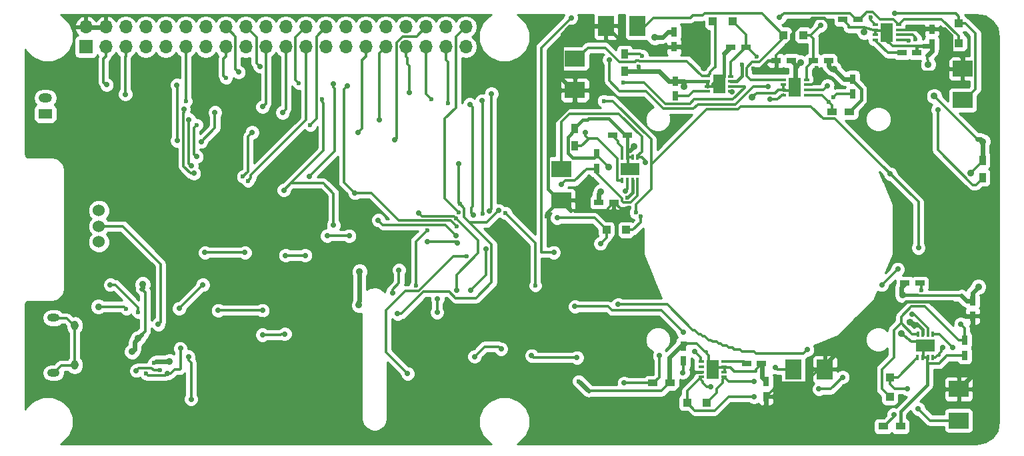
<source format=gbl>
G04 #@! TF.FileFunction,Copper,L2,Bot,Signal*
%FSLAX46Y46*%
G04 Gerber Fmt 4.6, Leading zero omitted, Abs format (unit mm)*
G04 Created by KiCad (PCBNEW 4.0.6) date 08/02/17 22:49:11*
%MOMM*%
%LPD*%
G01*
G04 APERTURE LIST*
%ADD10C,0.100000*%
%ADD11R,0.750000X1.200000*%
%ADD12R,1.200000X0.750000*%
%ADD13R,1.700000X1.700000*%
%ADD14O,1.700000X1.700000*%
%ADD15O,0.950000X1.250000*%
%ADD16O,1.550000X1.000000*%
%ADD17R,1.700000X1.200000*%
%ADD18O,1.700000X1.200000*%
%ADD19R,2.500000X2.000000*%
%ADD20R,2.000000X2.500000*%
%ADD21R,0.900000X1.200000*%
%ADD22R,1.200000X0.900000*%
%ADD23C,1.524000*%
%ADD24R,1.000000X1.000000*%
%ADD25R,0.700000X0.350000*%
%ADD26R,1.580000X2.350000*%
%ADD27R,0.350000X0.700000*%
%ADD28R,2.350000X1.580000*%
%ADD29C,0.600000*%
%ADD30C,0.900000*%
%ADD31C,0.700000*%
%ADD32C,0.300000*%
%ADD33C,0.600000*%
%ADD34C,0.350000*%
%ADD35C,0.400000*%
%ADD36C,0.254000*%
G04 APERTURE END LIST*
D10*
D11*
X213580000Y-62730000D03*
X213580000Y-64630000D03*
D12*
X209800000Y-65750000D03*
X211700000Y-65750000D03*
X204200000Y-61500000D03*
X202300000Y-61500000D03*
D11*
X218750000Y-99200000D03*
X218750000Y-97300000D03*
D12*
X212070000Y-95050000D03*
X210170000Y-95050000D03*
D11*
X217750000Y-102300000D03*
X217750000Y-104200000D03*
X192500000Y-109450000D03*
X192500000Y-107550000D03*
D12*
X190050000Y-105250000D03*
X191950000Y-105250000D03*
D11*
X182000000Y-104950000D03*
X182000000Y-103050000D03*
D12*
X173200000Y-84750000D03*
X171300000Y-84750000D03*
X173050000Y-76250000D03*
X174950000Y-76250000D03*
D11*
X171000000Y-80450000D03*
X171000000Y-78550000D03*
X180830000Y-64990000D03*
X180830000Y-63090000D03*
X180970000Y-71220000D03*
X180970000Y-69320000D03*
D12*
X189950000Y-65000000D03*
X188050000Y-65000000D03*
X193800000Y-66750000D03*
X195700000Y-66750000D03*
D11*
X203530000Y-70970000D03*
X203530000Y-69070000D03*
D12*
X198550000Y-66750000D03*
X200450000Y-66750000D03*
D13*
X106140000Y-64990000D03*
D14*
X106140000Y-62450000D03*
X108680000Y-64990000D03*
X108680000Y-62450000D03*
X111220000Y-64990000D03*
X111220000Y-62450000D03*
X113760000Y-64990000D03*
X113760000Y-62450000D03*
X116300000Y-64990000D03*
X116300000Y-62450000D03*
X118840000Y-64990000D03*
X118840000Y-62450000D03*
X121380000Y-64990000D03*
X121380000Y-62450000D03*
X123920000Y-64990000D03*
X123920000Y-62450000D03*
X126460000Y-64990000D03*
X126460000Y-62450000D03*
X129000000Y-64990000D03*
X129000000Y-62450000D03*
X131540000Y-64990000D03*
X131540000Y-62450000D03*
X134080000Y-64990000D03*
X134080000Y-62450000D03*
X136620000Y-64990000D03*
X136620000Y-62450000D03*
X139160000Y-64990000D03*
X139160000Y-62450000D03*
X141700000Y-64990000D03*
X141700000Y-62450000D03*
X144240000Y-64990000D03*
X144240000Y-62450000D03*
X146780000Y-64990000D03*
X146780000Y-62450000D03*
X149320000Y-64990000D03*
X149320000Y-62450000D03*
X151860000Y-64990000D03*
X151860000Y-62450000D03*
X154400000Y-64990000D03*
X154400000Y-62450000D03*
D15*
X104740000Y-100450000D03*
X104740000Y-105450000D03*
D16*
X102040000Y-99450000D03*
X102040000Y-106450000D03*
D17*
X101000000Y-73500000D03*
D18*
X101000000Y-71500000D03*
D19*
X217500000Y-67750000D03*
X217500000Y-71750000D03*
X217000000Y-108500000D03*
X217000000Y-112500000D03*
D20*
X200000000Y-106000000D03*
X196000000Y-106000000D03*
D19*
X166500000Y-84500000D03*
X166500000Y-80500000D03*
X168250000Y-70480000D03*
X168250000Y-66480000D03*
D20*
X172200000Y-62320000D03*
X176200000Y-62320000D03*
D21*
X220000000Y-81600000D03*
X220000000Y-79400000D03*
D22*
X207400000Y-113250000D03*
X209600000Y-113250000D03*
X178150000Y-107750000D03*
X180350000Y-107750000D03*
D21*
X168250000Y-77600000D03*
X168250000Y-75400000D03*
X174570000Y-65900000D03*
X174570000Y-68100000D03*
D22*
X200900000Y-73250000D03*
X203100000Y-73250000D03*
D23*
X107800000Y-89798980D03*
X107800000Y-87800000D03*
X107800000Y-85801020D03*
D24*
X217000000Y-62000000D03*
X217000000Y-64500000D03*
X208250000Y-107000000D03*
X208250000Y-109500000D03*
X185000000Y-110250000D03*
X182500000Y-110250000D03*
X174750000Y-88250000D03*
X172250000Y-88250000D03*
X185750000Y-61750000D03*
X188250000Y-61750000D03*
X194750000Y-63500000D03*
X197250000Y-63500000D03*
D25*
X184275000Y-106950000D03*
X184275000Y-106325000D03*
X184275000Y-105675000D03*
X184275000Y-105025000D03*
X187225000Y-105025000D03*
X187225000Y-105675000D03*
X187225000Y-106325000D03*
X187225000Y-106975000D03*
D26*
X185750000Y-106000000D03*
D27*
X211800000Y-101525000D03*
X212425000Y-101525000D03*
X213075000Y-101525000D03*
X213725000Y-101525000D03*
X213725000Y-104475000D03*
X213075000Y-104475000D03*
X212425000Y-104475000D03*
X211775000Y-104475000D03*
D28*
X212750000Y-103000000D03*
D27*
X176200000Y-81975000D03*
X175575000Y-81975000D03*
X174925000Y-81975000D03*
X174275000Y-81975000D03*
X174275000Y-79025000D03*
X174925000Y-79025000D03*
X175575000Y-79025000D03*
X176225000Y-79025000D03*
D28*
X175250000Y-80500000D03*
D25*
X188055000Y-68730000D03*
X188055000Y-69355000D03*
X188055000Y-70005000D03*
X188055000Y-70655000D03*
X185105000Y-70655000D03*
X185105000Y-70005000D03*
X185105000Y-69355000D03*
X185105000Y-68705000D03*
D26*
X186580000Y-69680000D03*
D25*
X197665000Y-69180000D03*
X197665000Y-69805000D03*
X197665000Y-70455000D03*
X197665000Y-71105000D03*
X194715000Y-71105000D03*
X194715000Y-70455000D03*
X194715000Y-69805000D03*
X194715000Y-69155000D03*
D26*
X196190000Y-70130000D03*
D25*
X209345000Y-62190000D03*
X209345000Y-62815000D03*
X209345000Y-63465000D03*
X209345000Y-64115000D03*
X206395000Y-64115000D03*
X206395000Y-63465000D03*
X206395000Y-62815000D03*
X206395000Y-62165000D03*
D26*
X207870000Y-63140000D03*
D29*
X163239998Y-95340010D03*
X159390000Y-86090000D03*
D30*
X175750000Y-77640000D03*
X213880000Y-71250000D03*
X213120000Y-67220000D03*
X190720000Y-71420000D03*
X182130000Y-70030000D03*
X201140000Y-67790000D03*
X140910000Y-93570000D03*
X140830000Y-97830002D03*
X196900000Y-66990000D03*
X205000000Y-63080000D03*
D29*
X176368453Y-67501191D03*
D30*
X178400000Y-63770000D03*
X171549990Y-83386084D03*
X220080000Y-77030000D03*
X172520000Y-80310000D03*
X209850000Y-96520000D03*
D29*
X114820000Y-105200000D03*
D30*
X116750000Y-104970000D03*
X219500000Y-95500000D03*
X218500000Y-81000000D03*
D29*
X168750000Y-107500000D03*
D30*
X209690000Y-101450000D03*
D29*
X148060000Y-95340010D03*
D31*
X150797193Y-97027551D03*
D29*
X149492067Y-88295033D03*
D31*
X155520000Y-104370000D03*
X158880000Y-103400000D03*
X150750000Y-98750000D03*
X162750000Y-104250000D03*
X168500000Y-104500000D03*
X145742305Y-98942305D03*
D29*
X153630000Y-84940000D03*
D31*
X153500000Y-79860000D03*
X158550000Y-85800000D03*
X153220000Y-95930000D03*
X148440000Y-86120000D03*
D29*
X153190000Y-86820000D03*
D31*
X145910000Y-93380000D03*
X145090000Y-96280000D03*
X153300000Y-89960000D03*
X149500000Y-89750000D03*
D29*
X199000000Y-67625018D03*
D30*
X197750000Y-61895010D03*
D29*
X164670010Y-86528192D03*
X189500000Y-67240000D03*
X190925403Y-67754947D03*
D30*
X184660000Y-67680000D03*
X174070000Y-86660000D03*
D29*
X175190000Y-85480000D03*
X174908039Y-84129989D03*
D30*
X208480000Y-99360000D03*
X210850000Y-100000000D03*
X191850000Y-114900000D03*
X179250000Y-110980000D03*
D29*
X128620000Y-99560000D03*
D30*
X114440000Y-86170000D03*
X118670000Y-87750000D03*
X121500000Y-86000000D03*
X124250000Y-88500000D03*
X219250000Y-101000000D03*
X219000000Y-106500000D03*
X134750000Y-100250000D03*
X123500000Y-102000000D03*
X123500000Y-104000000D03*
D31*
X136800000Y-89020000D03*
X139590000Y-89020000D03*
X134000000Y-91500000D03*
X131500000Y-91500000D03*
X126350000Y-91140000D03*
X121265000Y-91140000D03*
X194250000Y-61250000D03*
D29*
X212250000Y-95970000D03*
D31*
X215000000Y-103250000D03*
X217250000Y-100250000D03*
X181950000Y-106400000D03*
X191000000Y-109500000D03*
X185500000Y-108250000D03*
X166000000Y-86750000D03*
X166500000Y-82500000D03*
X171500000Y-90000000D03*
D29*
X191380000Y-66240000D03*
D31*
X193060000Y-71630000D03*
D29*
X201083290Y-71400010D03*
D31*
X199430000Y-62260000D03*
D29*
X111280200Y-98283600D03*
D30*
X107744998Y-98030000D03*
X112020000Y-103750000D03*
X113360000Y-95190000D03*
X112780000Y-102060000D03*
D31*
X118150000Y-103330000D03*
X116500000Y-106500000D03*
D29*
X113750000Y-106500000D03*
D31*
X214340373Y-72979627D03*
D29*
X210680000Y-64180000D03*
D31*
X216250000Y-103250000D03*
X208750000Y-111750000D03*
X174500000Y-107750000D03*
X183500000Y-103750000D03*
X179000000Y-104250000D03*
X169610000Y-75840000D03*
X197750000Y-103500000D03*
X173750000Y-97750000D03*
D29*
X176739147Y-66102040D03*
D31*
X188176919Y-70739990D03*
X209250000Y-93250000D03*
X207250000Y-95250000D03*
X202250000Y-107000000D03*
X199250000Y-108500000D03*
X182000000Y-101250000D03*
X168250000Y-98000000D03*
X167760000Y-61300000D03*
X165560000Y-91120000D03*
D29*
X200490811Y-71989545D03*
D31*
X119500000Y-109800000D03*
X119170000Y-104400000D03*
X112540000Y-106180000D03*
D29*
X115550000Y-106140000D03*
D31*
X145400000Y-76780000D03*
D29*
X153520002Y-86020000D03*
D31*
X128220000Y-67450000D03*
X192760000Y-70030000D03*
X172630000Y-66630000D03*
X200310000Y-69940000D03*
X117710000Y-69830000D03*
X117730690Y-76895010D03*
D29*
X133198775Y-69625010D03*
X134647050Y-74905009D03*
X120235833Y-74905009D03*
D31*
X120200000Y-78930000D03*
D29*
X174410000Y-69508767D03*
D31*
X125540000Y-68210000D03*
X155330000Y-86410000D03*
D29*
X152110000Y-72175022D03*
D31*
X154890000Y-72319999D03*
X147250000Y-70770000D03*
X157649999Y-70950001D03*
X157350000Y-85870000D03*
D29*
X150002697Y-71625011D03*
D31*
X156460000Y-71830000D03*
D29*
X156540000Y-86190000D03*
X126100000Y-81490000D03*
D31*
X127260000Y-75870000D03*
X140700000Y-75870000D03*
X119240001Y-74229999D03*
X143390001Y-74229999D03*
X119540000Y-80130000D03*
D29*
X126723152Y-82057051D03*
D31*
X122540000Y-73334990D03*
X131130000Y-73334990D03*
X120780000Y-77050000D03*
X118570000Y-72910000D03*
X128590000Y-72610000D03*
X119870000Y-81070000D03*
X137560000Y-69660000D03*
X143280000Y-87030000D03*
X153180000Y-88980000D03*
X134562983Y-81424990D03*
X108780000Y-69800000D03*
X139320000Y-69940000D03*
X140289090Y-83564355D03*
D29*
X153209998Y-87800000D03*
D31*
X111160000Y-71015010D03*
D29*
X171928076Y-71858076D03*
X211455898Y-63985063D03*
D31*
X208309999Y-81140000D03*
X174675518Y-83284517D03*
D29*
X175977764Y-86055693D03*
D31*
X211880000Y-90520000D03*
X211100000Y-99030000D03*
D29*
X123920000Y-68950000D03*
D31*
X137580000Y-87670000D03*
D29*
X136095010Y-71658224D03*
X118840000Y-71910000D03*
D31*
X131290000Y-83210000D03*
X128570000Y-101610000D03*
X131410000Y-101490000D03*
X128590000Y-98500000D03*
X122950000Y-98500000D03*
X155030000Y-95960000D03*
X156957830Y-90652170D03*
D29*
X112750000Y-98750000D03*
D31*
X109250000Y-95250000D03*
X121000000Y-95250000D03*
X118000000Y-98250000D03*
X115340000Y-100270000D03*
D29*
X154512538Y-91579988D03*
D31*
X147010000Y-106540000D03*
D29*
X205780000Y-61250000D03*
D31*
X208850000Y-60740000D03*
X211860000Y-111010000D03*
X210470000Y-108490000D03*
X191000000Y-107500000D03*
X193750000Y-105750000D03*
X177219990Y-79654253D03*
D29*
X176585126Y-86576395D03*
D32*
X104740000Y-100450000D02*
X104750000Y-100500000D01*
X104750000Y-100500000D02*
X103750000Y-99500000D01*
X103750000Y-99500000D02*
X102000000Y-99500000D01*
X102000000Y-99500000D02*
X102040000Y-99450000D01*
X102040000Y-106450000D02*
X102000000Y-106500000D01*
X102000000Y-106500000D02*
X103000000Y-105500000D01*
X103000000Y-105500000D02*
X104750000Y-105500000D01*
X104750000Y-105500000D02*
X104740000Y-105450000D01*
X104750000Y-105500000D02*
X104750000Y-100500000D01*
X163239998Y-89939998D02*
X163239998Y-95340010D01*
X159390000Y-86090000D02*
X163239998Y-89939998D01*
D33*
X218025000Y-97300000D02*
X218750000Y-97300000D01*
X217370001Y-96645001D02*
X218025000Y-97300000D01*
D34*
X211895001Y-96645001D02*
X217370001Y-96645001D01*
X211750000Y-96500000D02*
X211895001Y-96645001D01*
D33*
X175270000Y-78120000D02*
X175750000Y-77640000D01*
D34*
X175000000Y-79000000D02*
X175000000Y-78120000D01*
X175000000Y-78120000D02*
X175270000Y-78120000D01*
X175000000Y-78120000D02*
X175000000Y-76250000D01*
D32*
X213880000Y-71250000D02*
X219360001Y-76730001D01*
D33*
X219360001Y-76730001D02*
X219780001Y-76730001D01*
X219780001Y-76730001D02*
X220080000Y-77030000D01*
D32*
X213030000Y-66080000D02*
X213120000Y-67220000D01*
D33*
X213580000Y-64630000D02*
X213580000Y-65530000D01*
X213580000Y-65530000D02*
X213030000Y-66080000D01*
D32*
X191300000Y-70840000D02*
X190720000Y-71420000D01*
X194715000Y-70455000D02*
X194065000Y-70455000D01*
X194065000Y-70455000D02*
X193680000Y-70840000D01*
X193680000Y-70840000D02*
X191300000Y-70840000D01*
D35*
X203100000Y-73250000D02*
X204590000Y-71760000D01*
X204590000Y-71760000D02*
X204590000Y-70355000D01*
X204590000Y-70355000D02*
X203530000Y-69295000D01*
D33*
X203530000Y-69295000D02*
X203530000Y-69070000D01*
X182130000Y-69355000D02*
X181005000Y-69355000D01*
D35*
X185105000Y-69355000D02*
X182130000Y-69355000D01*
D33*
X182130000Y-69355000D02*
X182130000Y-70030000D01*
X203530000Y-69070000D02*
X202420000Y-69070000D01*
X202420000Y-69070000D02*
X201140000Y-67790000D01*
X200815000Y-67790000D02*
X201140000Y-67790000D01*
X200450000Y-66750000D02*
X200450000Y-67425000D01*
X200450000Y-67425000D02*
X200815000Y-67790000D01*
D34*
X185850000Y-69680000D02*
X185850000Y-69960000D01*
X185850000Y-69960000D02*
X185805000Y-70005000D01*
X185805000Y-70005000D02*
X185105000Y-70005000D01*
D33*
X186580000Y-69680000D02*
X185850000Y-69680000D01*
X200500000Y-66750000D02*
X200450000Y-66750000D01*
X140910000Y-97325738D02*
X140910000Y-93570000D01*
X140830000Y-97830002D02*
X140830000Y-97405738D01*
X140830000Y-97405738D02*
X140910000Y-97325738D01*
D35*
X211700000Y-65750000D02*
X211700000Y-64975000D01*
X211700000Y-64975000D02*
X211775000Y-64900000D01*
X211775000Y-64900000D02*
X212525000Y-64900000D01*
X196400000Y-67490000D02*
X196900000Y-66990000D01*
D33*
X196250000Y-67490000D02*
X196250000Y-67250000D01*
X196250000Y-70250000D02*
X196250000Y-67490000D01*
X196250000Y-67490000D02*
X196400000Y-67490000D01*
D34*
X205000000Y-62500000D02*
X206370000Y-62890000D01*
X203000000Y-62500000D02*
X205000000Y-62500000D01*
D35*
X205000000Y-62500000D02*
X205000000Y-63080000D01*
D33*
X176420000Y-68100000D02*
X174570000Y-68100000D01*
X176420000Y-68100000D02*
X176368453Y-68048453D01*
D35*
X176368453Y-68048453D02*
X176368453Y-67501191D01*
D33*
X178975000Y-68100000D02*
X176420000Y-68100000D01*
X179375000Y-63770000D02*
X178400000Y-63770000D01*
X180830000Y-63090000D02*
X180055000Y-63090000D01*
X180055000Y-63090000D02*
X179375000Y-63770000D01*
X180970000Y-69320000D02*
X180195000Y-69320000D01*
X180195000Y-69320000D02*
X178975000Y-68100000D01*
X171300000Y-83636074D02*
X171549990Y-83386084D01*
X171300000Y-84750000D02*
X171300000Y-83636074D01*
X220080000Y-78320000D02*
X220080000Y-77030000D01*
X220000000Y-79400000D02*
X220000000Y-78400000D01*
X220000000Y-78400000D02*
X220080000Y-78320000D01*
D35*
X186760000Y-69190000D02*
X187210000Y-68740000D01*
X187210000Y-68740000D02*
X187210000Y-65840000D01*
D33*
X187210000Y-65840000D02*
X188050000Y-65000000D01*
D35*
X185105000Y-70005000D02*
X185105000Y-69355000D01*
D33*
X181005000Y-69355000D02*
X180970000Y-69320000D01*
X213580000Y-64855000D02*
X213580000Y-64630000D01*
D34*
X208000000Y-64275000D02*
X208625000Y-64900000D01*
X208625000Y-64900000D02*
X212525000Y-64900000D01*
D33*
X207870000Y-63140000D02*
X208000000Y-64275000D01*
X212525000Y-64900000D02*
X213580000Y-64855000D01*
X168250000Y-75400000D02*
X168250000Y-75550000D01*
D35*
X167969998Y-79090000D02*
X170685000Y-79090000D01*
X170685000Y-79090000D02*
X171000000Y-78775000D01*
X168250000Y-75550000D02*
X167350000Y-76450000D01*
X167350000Y-76450000D02*
X167350000Y-78470002D01*
X167350000Y-78470002D02*
X167969998Y-79090000D01*
D33*
X171000000Y-78775000D02*
X171000000Y-78550000D01*
D35*
X169809998Y-74270000D02*
X169230000Y-74270000D01*
X169230000Y-74270000D02*
X168250000Y-75250000D01*
D33*
X168250000Y-75250000D02*
X168250000Y-75400000D01*
D35*
X172565002Y-74070000D02*
X170009998Y-74070000D01*
X170009998Y-74070000D02*
X169809998Y-74270000D01*
X174925000Y-79025000D02*
X174925000Y-76429998D01*
X174925000Y-76429998D02*
X172565002Y-74070000D01*
D33*
X172520000Y-80295000D02*
X172520000Y-80310000D01*
D34*
X171000000Y-78775000D02*
X172520000Y-80295000D01*
X211709990Y-96520000D02*
X209850000Y-96520000D01*
X211729990Y-96500000D02*
X211709990Y-96520000D01*
D33*
X209730000Y-95560000D02*
X210170000Y-95120000D01*
X210170000Y-95120000D02*
X210170000Y-95050000D01*
X209730000Y-96240000D02*
X209730000Y-95560000D01*
D35*
X209990000Y-96500000D02*
X209730000Y-96240000D01*
X211729990Y-96500000D02*
X209990000Y-96500000D01*
X209600000Y-113250000D02*
X209600000Y-111390000D01*
X209600000Y-111390000D02*
X213000000Y-107990000D01*
X213000000Y-107990000D02*
X213000000Y-105250000D01*
D34*
X211750000Y-96500000D02*
X211729990Y-96500000D01*
D32*
X115050000Y-104970000D02*
X114820000Y-105200000D01*
D33*
X116750000Y-104970000D02*
X115050000Y-104970000D01*
X218750000Y-97300000D02*
X218750000Y-96250000D01*
X218750000Y-96250000D02*
X219500000Y-95500000D01*
D34*
X218500000Y-81000000D02*
X220000000Y-79500000D01*
D33*
X220000000Y-79500000D02*
X220000000Y-79400000D01*
X168750000Y-107500000D02*
X170000000Y-108750000D01*
D34*
X170000000Y-108750000D02*
X179250000Y-108750000D01*
X179250000Y-108750000D02*
X180250000Y-107750000D01*
D33*
X180250000Y-107750000D02*
X180350000Y-107750000D01*
X182000000Y-103050000D02*
X182000000Y-103000000D01*
X182000000Y-103000000D02*
X182250000Y-102750000D01*
D34*
X182250000Y-102750000D02*
X183750000Y-102750000D01*
X183750000Y-102750000D02*
X184750000Y-103750000D01*
X184750000Y-103750000D02*
X185000000Y-103750000D01*
X185000000Y-103750000D02*
X185000000Y-104000000D01*
X185000000Y-104000000D02*
X185250000Y-104250000D01*
X185250000Y-104250000D02*
X185250000Y-105500000D01*
X185250000Y-105500000D02*
X185750000Y-106000000D01*
D33*
X154400000Y-64990000D02*
X154500000Y-65000000D01*
X146750000Y-62500000D02*
X146780000Y-62450000D01*
X136620000Y-64990000D02*
X136500000Y-65000000D01*
X129000000Y-62500000D02*
X129000000Y-62450000D01*
X141700000Y-62450000D02*
X141500000Y-62750000D01*
X121380000Y-62450000D02*
X121500000Y-62500000D01*
X116250000Y-65000000D02*
X116300000Y-64990000D01*
X111250000Y-62500000D02*
X111220000Y-62450000D01*
X180970000Y-69270000D02*
X180970000Y-69320000D01*
X180250000Y-107750000D02*
X180250000Y-104500000D01*
X180250000Y-104500000D02*
X181750000Y-103000000D01*
X181750000Y-103000000D02*
X182000000Y-103000000D01*
D34*
X212750000Y-103000000D02*
X212250000Y-102500000D01*
X212250000Y-102500000D02*
X211000000Y-102500000D01*
X211000000Y-102500000D02*
X209690000Y-101450000D01*
D33*
X168250000Y-75500000D02*
X168250000Y-75400000D01*
X213580000Y-64630000D02*
X213580000Y-64930000D01*
X211750000Y-65750000D02*
X211700000Y-65750000D01*
D34*
X202300000Y-61500000D02*
X202250000Y-61500000D01*
X202250000Y-61500000D02*
X203000000Y-62250000D01*
X203000000Y-62250000D02*
X203000000Y-62500000D01*
X206370000Y-62890000D02*
X206395000Y-62815000D01*
D33*
X107750000Y-85750000D02*
X107800000Y-85801020D01*
D34*
X194750000Y-70500000D02*
X194715000Y-70455000D01*
X187225000Y-105675000D02*
X187250000Y-105750000D01*
X187250000Y-105750000D02*
X188000000Y-105750000D01*
X188000000Y-105750000D02*
X188500000Y-106250000D01*
X188500000Y-106250000D02*
X191250000Y-106250000D01*
X191250000Y-106250000D02*
X191250000Y-106000000D01*
X191250000Y-106000000D02*
X192000000Y-105250000D01*
D33*
X192000000Y-105250000D02*
X191950000Y-105250000D01*
D34*
X213075000Y-104475000D02*
X213000000Y-104500000D01*
X213000000Y-104500000D02*
X213000000Y-105250000D01*
X213000000Y-105250000D02*
X214500000Y-105250000D01*
X214500000Y-105250000D02*
X215500000Y-104250000D01*
X215500000Y-104250000D02*
X217750000Y-104250000D01*
D33*
X217750000Y-104250000D02*
X217750000Y-104200000D01*
X196190000Y-70130000D02*
X196250000Y-70250000D01*
X196250000Y-67250000D02*
X195750000Y-66750000D01*
X195750000Y-66750000D02*
X195700000Y-66750000D01*
X192000000Y-105250000D02*
X192000000Y-107000000D01*
X192000000Y-107000000D02*
X192500000Y-107500000D01*
X192500000Y-107500000D02*
X192500000Y-107550000D01*
X180830000Y-63040000D02*
X180830000Y-63090000D01*
D34*
X174925000Y-79025000D02*
X175000000Y-79000000D01*
D33*
X175000000Y-76250000D02*
X174950000Y-76250000D01*
D34*
X206395000Y-62815000D02*
X206370000Y-62890000D01*
X206370000Y-62890000D02*
X207370000Y-62890000D01*
D33*
X207370000Y-62890000D02*
X207620000Y-63140000D01*
X207620000Y-63140000D02*
X207870000Y-63140000D01*
D34*
X212425000Y-104475000D02*
X212500000Y-104500000D01*
X212500000Y-104500000D02*
X212500000Y-103250000D01*
D33*
X212500000Y-103250000D02*
X212750000Y-103000000D01*
D34*
X174925000Y-79025000D02*
X175000000Y-79000000D01*
X175000000Y-79000000D02*
X175000000Y-80250000D01*
D33*
X175000000Y-80250000D02*
X175250000Y-80500000D01*
D34*
X194715000Y-70455000D02*
X194750000Y-70500000D01*
X194750000Y-70500000D02*
X195500000Y-70500000D01*
X195500000Y-70500000D02*
X195750000Y-70250000D01*
D33*
X195750000Y-70250000D02*
X196250000Y-70250000D01*
X185750000Y-106000000D02*
X186000000Y-105750000D01*
D34*
X186000000Y-105750000D02*
X187250000Y-105750000D01*
X187250000Y-105750000D02*
X187225000Y-105675000D01*
X194715000Y-70455000D02*
X194750000Y-70500000D01*
X194750000Y-70500000D02*
X194750000Y-69750000D01*
X194750000Y-69750000D02*
X194715000Y-69805000D01*
X174925000Y-79025000D02*
X175000000Y-79000000D01*
X175000000Y-79000000D02*
X175500000Y-79000000D01*
X175500000Y-79000000D02*
X175575000Y-79025000D01*
X212500000Y-104500000D02*
X213000000Y-104500000D01*
X187225000Y-105675000D02*
X187250000Y-105750000D01*
X187250000Y-105750000D02*
X187250000Y-106250000D01*
X187250000Y-106250000D02*
X187225000Y-106325000D01*
X206395000Y-62815000D02*
X206370000Y-62890000D01*
X206370000Y-62890000D02*
X206370000Y-63390000D01*
X206370000Y-63390000D02*
X206395000Y-63465000D01*
D32*
X149492067Y-88295033D02*
X148060000Y-89727100D01*
X148060000Y-89727100D02*
X148060000Y-95340010D01*
X150750000Y-97074744D02*
X150797193Y-97027551D01*
X150750000Y-98750000D02*
X150750000Y-97074744D01*
X156789999Y-103100001D02*
X155520000Y-104370000D01*
X158880000Y-103400000D02*
X158580001Y-103100001D01*
X158580001Y-103100001D02*
X156789999Y-103100001D01*
X162750000Y-104250000D02*
X163000000Y-104500000D01*
X163000000Y-104500000D02*
X168500000Y-104500000D01*
X146234542Y-98942305D02*
X145742305Y-98942305D01*
X149046836Y-96130011D02*
X146234542Y-98942305D01*
X152301007Y-96130011D02*
X149046836Y-96130011D01*
X155714002Y-96915002D02*
X153085998Y-96915002D01*
X153085998Y-96915002D02*
X152301007Y-96130011D01*
X157670011Y-90130011D02*
X157670011Y-94958993D01*
X154850000Y-87310000D02*
X157670011Y-90130011D01*
X157670011Y-94958993D02*
X155714002Y-96915002D01*
X154195004Y-86655004D02*
X154195004Y-85505004D01*
X154850000Y-87310000D02*
X154195004Y-86655004D01*
X154195004Y-85505004D02*
X153630000Y-84940000D01*
X153500000Y-84810000D02*
X153630000Y-84940000D01*
X153500000Y-79860000D02*
X153500000Y-84810000D01*
X157040000Y-87310000D02*
X154850000Y-87310000D01*
X158550000Y-85800000D02*
X157040000Y-87310000D01*
X153220000Y-93965736D02*
X153220000Y-95930000D01*
X155990000Y-91195736D02*
X153220000Y-93965736D01*
X155990000Y-89620000D02*
X155990000Y-91195736D01*
X153190000Y-86820000D02*
X155990000Y-89620000D01*
X148840001Y-86520001D02*
X148440000Y-86120000D01*
X152890001Y-86520001D02*
X148840001Y-86520001D01*
X153190000Y-86820000D02*
X152890001Y-86520001D01*
X145910000Y-95035736D02*
X145910000Y-93380000D01*
X145090000Y-96280000D02*
X145090000Y-95855736D01*
X145090000Y-95855736D02*
X145910000Y-95035736D01*
X153090000Y-89750000D02*
X153300000Y-89960000D01*
X149500000Y-89750000D02*
X153090000Y-89750000D01*
D35*
X214109999Y-67970001D02*
X213910000Y-68170000D01*
X213910000Y-68170000D02*
X206763188Y-68170000D01*
X206763188Y-68170000D02*
X199893187Y-61299999D01*
X198345011Y-61299999D02*
X197750000Y-61895010D01*
X199893187Y-61299999D02*
X198345011Y-61299999D01*
D33*
X216110000Y-65970000D02*
X214109999Y-67970001D01*
D34*
X199000000Y-68049282D02*
X199000000Y-67625018D01*
X197665000Y-69805000D02*
X198365000Y-69805000D01*
D33*
X199000000Y-69170000D02*
X199000000Y-68049282D01*
D34*
X198365000Y-69805000D02*
X199000000Y-69170000D01*
D33*
X197285736Y-61895010D02*
X197750000Y-61895010D01*
D34*
X195750000Y-63430746D02*
X197285736Y-61895010D01*
X193800000Y-66750000D02*
X193800000Y-66025000D01*
X195750000Y-64075000D02*
X195750000Y-63430746D01*
X193800000Y-66025000D02*
X195750000Y-64075000D01*
X209514275Y-62820000D02*
X211670000Y-62820000D01*
X211670000Y-62820000D02*
X211810000Y-62680000D01*
D33*
X211810000Y-62680000D02*
X213580000Y-62680000D01*
X168250000Y-70480000D02*
X168250000Y-71880000D01*
D35*
X168250000Y-71880000D02*
X164849999Y-75280001D01*
X164849999Y-75280001D02*
X164850000Y-83100000D01*
X164850000Y-83100000D02*
X166250000Y-84500000D01*
D33*
X166250000Y-84500000D02*
X166500000Y-84500000D01*
D35*
X166600000Y-69080000D02*
X166600000Y-63308542D01*
X166600000Y-63308542D02*
X167588542Y-62320000D01*
X167588542Y-62320000D02*
X170800000Y-62320000D01*
D33*
X170800000Y-62320000D02*
X172200000Y-62320000D01*
X168000000Y-70480000D02*
X166600000Y-69080000D01*
X168250000Y-70480000D02*
X168000000Y-70480000D01*
D35*
X164670010Y-86079990D02*
X164670010Y-86528192D01*
X166250000Y-84500000D02*
X164670010Y-86079990D01*
X191795053Y-67754947D02*
X190925403Y-67754947D01*
X188055000Y-69355000D02*
X188805000Y-69355000D01*
X193800000Y-66750000D02*
X192800000Y-66750000D01*
X189470001Y-68689999D02*
X189470001Y-67269999D01*
X192800000Y-66750000D02*
X191795053Y-67754947D01*
X188805000Y-69355000D02*
X189470001Y-68689999D01*
X189470001Y-67269999D02*
X189500000Y-67240000D01*
D33*
X184660000Y-66060000D02*
X183590000Y-64990000D01*
X183590000Y-64990000D02*
X180830000Y-64990000D01*
D35*
X184660000Y-67680000D02*
X184660000Y-66060000D01*
X180830000Y-64990000D02*
X176420000Y-64990000D01*
X174460000Y-64580000D02*
X172200000Y-62320000D01*
X176010000Y-64580000D02*
X174460000Y-64580000D01*
X176420000Y-64990000D02*
X176010000Y-64580000D01*
X216099999Y-65959999D02*
X216099999Y-63539999D01*
X216099999Y-63539999D02*
X215210000Y-62650000D01*
D33*
X216110000Y-65970000D02*
X216099999Y-65959999D01*
D34*
X213900000Y-62650000D02*
X215210000Y-62650000D01*
D33*
X213580000Y-62680000D02*
X213900000Y-62650000D01*
X217070000Y-65970000D02*
X216110000Y-65970000D01*
X217500000Y-66400000D02*
X217070000Y-65970000D01*
X217500000Y-67750000D02*
X217500000Y-66400000D01*
D34*
X174070000Y-85570000D02*
X174070000Y-86235736D01*
X174030000Y-85530000D02*
X174070000Y-85570000D01*
D33*
X174070000Y-86235736D02*
X174070000Y-86660000D01*
D34*
X173250000Y-84750000D02*
X174030000Y-85530000D01*
D35*
X175190000Y-85480000D02*
X174765736Y-85480000D01*
X174765736Y-85480000D02*
X174715736Y-85530000D01*
X174715736Y-85530000D02*
X174030000Y-85530000D01*
X175575000Y-83463028D02*
X174908039Y-84129989D01*
X175575000Y-81975000D02*
X175575000Y-83463028D01*
X211369999Y-100209999D02*
X210850000Y-100000000D01*
X211661457Y-100209999D02*
X211369999Y-100209999D01*
X212425000Y-100973542D02*
X211661457Y-100209999D01*
X212425000Y-101525000D02*
X212425000Y-100973542D01*
X209260000Y-98430000D02*
X208280000Y-98430000D01*
D33*
X208280000Y-98430000D02*
X208280000Y-99160000D01*
X208280000Y-99160000D02*
X208480000Y-99360000D01*
X200000000Y-106000000D02*
X200000000Y-105460000D01*
X200000000Y-105460000D02*
X207030000Y-98430000D01*
D35*
X207030000Y-98430000D02*
X209260000Y-98430000D01*
X216145000Y-97370000D02*
X217975000Y-99200000D01*
X209260000Y-98430000D02*
X210320000Y-97370000D01*
X210320000Y-97370000D02*
X216145000Y-97370000D01*
D33*
X217975000Y-99200000D02*
X218750000Y-99200000D01*
X192500000Y-114250000D02*
X191850000Y-114900000D01*
X192500000Y-109450000D02*
X192500000Y-114250000D01*
X179540000Y-110690000D02*
X179250000Y-110980000D01*
X179540000Y-110310000D02*
X179540000Y-110690000D01*
D35*
X184275000Y-106325000D02*
X183525000Y-106325000D01*
X183525000Y-106325000D02*
X179540000Y-110310000D01*
D34*
X129044264Y-99560000D02*
X128620000Y-99560000D01*
D33*
X134060000Y-99560000D02*
X129044264Y-99560000D01*
X134750000Y-100250000D02*
X134060000Y-99560000D01*
X114440000Y-86170000D02*
X114470000Y-86140000D01*
X114470000Y-86140000D02*
X115170000Y-86140000D01*
X115170000Y-86140000D02*
X116780000Y-87750000D01*
X116780000Y-87750000D02*
X118670000Y-87750000D01*
X173200000Y-84750000D02*
X173250000Y-84750000D01*
X121500000Y-86000000D02*
X124000000Y-88500000D01*
X124000000Y-88500000D02*
X124250000Y-88500000D01*
X180830000Y-65040000D02*
X180830000Y-64990000D01*
X213580000Y-62730000D02*
X213580000Y-62680000D01*
X192500000Y-109450000D02*
X192500000Y-109500000D01*
D34*
X192500000Y-109500000D02*
X193250000Y-108750000D01*
X193250000Y-108750000D02*
X193500000Y-108750000D01*
X193500000Y-108750000D02*
X194500000Y-107750000D01*
X194500000Y-107750000D02*
X197500000Y-107750000D01*
X197500000Y-107750000D02*
X199250000Y-106000000D01*
D33*
X199250000Y-106000000D02*
X200000000Y-106000000D01*
X218750000Y-99200000D02*
X218750000Y-100500000D01*
X218750000Y-100500000D02*
X219250000Y-101000000D01*
X219000000Y-106500000D02*
X217000000Y-108500000D01*
X123500000Y-102000000D02*
X123500000Y-104000000D01*
X166500000Y-84500000D02*
X167750000Y-85750000D01*
D34*
X167750000Y-85750000D02*
X172500000Y-85750000D01*
X172500000Y-85750000D02*
X172500000Y-85500000D01*
X172500000Y-85500000D02*
X173250000Y-84750000D01*
D33*
X108680000Y-62450000D02*
X108750000Y-62500000D01*
X108750000Y-62500000D02*
X106250000Y-62500000D01*
X106250000Y-62500000D02*
X106140000Y-62450000D01*
D32*
X139590000Y-89020000D02*
X136800000Y-89020000D01*
X134000000Y-91500000D02*
X131500000Y-91500000D01*
X121265000Y-91140000D02*
X126350000Y-91140000D01*
X206395000Y-64115000D02*
X206370000Y-64140000D01*
X206370000Y-64140000D02*
X206500000Y-64250000D01*
X206500000Y-64250000D02*
X208000000Y-65750000D01*
X208000000Y-65750000D02*
X209800000Y-65750000D01*
X204200000Y-61500000D02*
X203975000Y-61500000D01*
X203975000Y-61500000D02*
X203199989Y-60724989D01*
X194775011Y-60724989D02*
X194250000Y-61250000D01*
X203199989Y-60724989D02*
X194775011Y-60724989D01*
X205350001Y-60574999D02*
X204425000Y-61500000D01*
X204425000Y-61500000D02*
X204200000Y-61500000D01*
X206104001Y-60574999D02*
X205350001Y-60574999D01*
X207029002Y-61500000D02*
X206104001Y-60574999D01*
X209370000Y-62140000D02*
X208730000Y-61500000D01*
X208730000Y-61500000D02*
X207029002Y-61500000D01*
X209370000Y-62140000D02*
X210070000Y-61440000D01*
X210070000Y-61440000D02*
X214813188Y-61440000D01*
X214813188Y-61440000D02*
X217000000Y-63626812D01*
X217000000Y-63626812D02*
X217000000Y-64500000D01*
X209345000Y-62190000D02*
X209370000Y-62140000D01*
X212250000Y-95970000D02*
X212250000Y-95230000D01*
X212250000Y-95230000D02*
X212070000Y-95050000D01*
X215000000Y-103250000D02*
X214750000Y-103500000D01*
X214750000Y-103500000D02*
X214750000Y-103750000D01*
X214750000Y-103750000D02*
X214500000Y-104000000D01*
X214500000Y-104000000D02*
X214500000Y-104250000D01*
X214500000Y-104250000D02*
X214250000Y-104250000D01*
X214250000Y-104250000D02*
X214000000Y-104500000D01*
X214000000Y-104500000D02*
X213750000Y-104500000D01*
X213750000Y-104500000D02*
X213725000Y-104475000D01*
X209500000Y-100250000D02*
X209550000Y-100250000D01*
X209550000Y-100250000D02*
X209670000Y-100130000D01*
X217750000Y-102300000D02*
X217025000Y-102300000D01*
X217025000Y-102300000D02*
X212715000Y-97990000D01*
X211040000Y-101500000D02*
X211750000Y-101500000D01*
X212715000Y-97990000D02*
X210970000Y-97990000D01*
X210970000Y-97990000D02*
X209670000Y-99290000D01*
X209670000Y-99290000D02*
X209670000Y-100130000D01*
X209670000Y-100130000D02*
X211040000Y-101500000D01*
X211750000Y-101500000D02*
X211740000Y-101490000D01*
X207250000Y-108500000D02*
X208250000Y-109500000D01*
X209500000Y-100250000D02*
X208750000Y-101000000D01*
X208750000Y-101000000D02*
X208750000Y-104500000D01*
X208750000Y-104500000D02*
X207250000Y-106000000D01*
X207250000Y-106000000D02*
X207250000Y-108500000D01*
X211800000Y-101525000D02*
X211750000Y-101500000D01*
X217750000Y-102300000D02*
X217750000Y-100750000D01*
X217750000Y-100750000D02*
X217250000Y-100250000D01*
X190050000Y-105250000D02*
X190000000Y-105250000D01*
X190000000Y-105250000D02*
X189750000Y-105000000D01*
X189750000Y-105000000D02*
X187250000Y-105000000D01*
X187250000Y-105000000D02*
X187225000Y-105025000D01*
X182000000Y-106350000D02*
X181950000Y-106400000D01*
X182000000Y-104950000D02*
X182000000Y-106350000D01*
X182500000Y-110250000D02*
X183500000Y-111250000D01*
X183500000Y-111250000D02*
X186000000Y-111250000D01*
X186000000Y-111250000D02*
X187750000Y-109500000D01*
X187750000Y-109500000D02*
X191000000Y-109500000D01*
X184275000Y-106950000D02*
X184250000Y-107000000D01*
X184250000Y-107000000D02*
X184250000Y-107250000D01*
X184250000Y-107250000D02*
X184500000Y-107500000D01*
X184500000Y-107500000D02*
X184500000Y-107750000D01*
X184500000Y-107750000D02*
X185000000Y-108250000D01*
X185000000Y-108250000D02*
X185500000Y-108250000D01*
X182500000Y-110250000D02*
X182500000Y-108750000D01*
X182500000Y-108750000D02*
X184250000Y-107000000D01*
X174275000Y-79025000D02*
X174250000Y-79000000D01*
X174250000Y-79000000D02*
X174250000Y-77750000D01*
X174250000Y-77750000D02*
X173750000Y-77250000D01*
X173750000Y-77250000D02*
X173750000Y-77000000D01*
X173750000Y-77000000D02*
X173000000Y-76250000D01*
X173000000Y-76250000D02*
X173050000Y-76250000D01*
X176200000Y-83959004D02*
X176200000Y-81975000D01*
X174445995Y-84804999D02*
X175354005Y-84804999D01*
X175354005Y-84804999D02*
X176200000Y-83959004D01*
X174224998Y-84584002D02*
X174445995Y-84804999D01*
X171000000Y-81033188D02*
X174224998Y-84258186D01*
X171000000Y-80500000D02*
X171000000Y-81033188D01*
X174224998Y-84258186D02*
X174224998Y-84584002D01*
X172250000Y-88250000D02*
X170750000Y-86750000D01*
X170750000Y-86750000D02*
X166000000Y-86750000D01*
X166500000Y-82500000D02*
X167000000Y-82000000D01*
X167000000Y-82000000D02*
X168250000Y-82000000D01*
X168250000Y-82000000D02*
X169750000Y-80500000D01*
X169750000Y-80500000D02*
X171000000Y-80500000D01*
X171000000Y-80500000D02*
X171000000Y-80450000D01*
X172250000Y-88250000D02*
X172250000Y-89250000D01*
X172250000Y-89250000D02*
X171500000Y-90000000D01*
X185105000Y-70655000D02*
X183255000Y-70655000D01*
X182690000Y-71220000D02*
X180970000Y-71220000D01*
X183255000Y-70655000D02*
X182690000Y-71220000D01*
X180970000Y-71220000D02*
X180970000Y-71270000D01*
X190175000Y-65000000D02*
X191380000Y-66205000D01*
X189950000Y-65000000D02*
X190175000Y-65000000D01*
X191380000Y-66205000D02*
X191380000Y-66240000D01*
X188055000Y-66895000D02*
X189950000Y-65000000D01*
X188055000Y-68730000D02*
X188055000Y-66895000D01*
X189950000Y-65000000D02*
X189950000Y-63450000D01*
X189950000Y-63450000D02*
X188250000Y-61750000D01*
X189950000Y-65000000D02*
X190000000Y-65000000D01*
X193110000Y-71680000D02*
X193060000Y-71630000D01*
X193965000Y-71680000D02*
X193110000Y-71680000D01*
X194540000Y-71105000D02*
X193965000Y-71680000D01*
X194715000Y-71105000D02*
X194540000Y-71105000D01*
X203530000Y-70970000D02*
X201513300Y-70970000D01*
X201513300Y-70970000D02*
X201083290Y-71400010D01*
X194715000Y-71105000D02*
X194732628Y-71052118D01*
X194732628Y-71052118D02*
X194750000Y-71054289D01*
X203530000Y-71020000D02*
X203530000Y-70970000D01*
X198190000Y-63520000D02*
X198190000Y-63500000D01*
X198190000Y-63500000D02*
X199430000Y-62260000D01*
X198190000Y-63520000D02*
X198170000Y-63500000D01*
X198170000Y-63500000D02*
X198100000Y-63500000D01*
X198550000Y-66750000D02*
X198550000Y-63950000D01*
X198550000Y-63950000D02*
X198100000Y-63500000D01*
X198100000Y-63500000D02*
X197250000Y-63500000D01*
X198500000Y-66750000D02*
X198925002Y-66750000D01*
X197665000Y-67585000D02*
X197665000Y-69180000D01*
X198500000Y-66750000D02*
X197665000Y-67585000D01*
X198550000Y-66750000D02*
X198500000Y-66750000D01*
X198550000Y-66750000D02*
X198500000Y-66750000D01*
D34*
X110990000Y-98030000D02*
X111243600Y-98283600D01*
X111243600Y-98283600D02*
X111280200Y-98283600D01*
X107744998Y-98030000D02*
X110990000Y-98030000D01*
X113230000Y-95744264D02*
X113680000Y-96194264D01*
X113680000Y-96194264D02*
X113680000Y-101160000D01*
X113680000Y-101160000D02*
X113230000Y-101610000D01*
D33*
X112319999Y-102520001D02*
X112780000Y-102060000D01*
X112020000Y-103750000D02*
X112319999Y-103450001D01*
X112319999Y-103450001D02*
X112319999Y-102520001D01*
X113230000Y-101610000D02*
X112780000Y-102060000D01*
X113360000Y-95190000D02*
X113360000Y-95614264D01*
X113360000Y-95614264D02*
X113230000Y-95744264D01*
D32*
X116200001Y-106799999D02*
X114049999Y-106799999D01*
X116500000Y-106500000D02*
X116200001Y-106799999D01*
X114049999Y-106799999D02*
X113750000Y-106500000D01*
X118090000Y-106020000D02*
X118150000Y-105960000D01*
X118150000Y-105960000D02*
X118150000Y-103330000D01*
X117404264Y-106020000D02*
X118090000Y-106020000D01*
X116500000Y-106500000D02*
X116924264Y-106500000D01*
X116924264Y-106500000D02*
X117404264Y-106020000D01*
X214340373Y-78090373D02*
X214340373Y-72979627D01*
X218800000Y-82550000D02*
X214340373Y-78090373D01*
X219200000Y-82550000D02*
X218800000Y-82550000D01*
X220000000Y-81750000D02*
X219200000Y-82550000D01*
X220000000Y-81600000D02*
X220000000Y-81750000D01*
X209345000Y-64115000D02*
X209390000Y-64070000D01*
X209390000Y-64070000D02*
X210570000Y-64070000D01*
X210570000Y-64070000D02*
X210680000Y-64180000D01*
X216250000Y-103250000D02*
X214500000Y-101500000D01*
X214500000Y-101500000D02*
X213750000Y-101500000D01*
X213750000Y-101500000D02*
X213725000Y-101525000D01*
X208750000Y-111750000D02*
X208750000Y-112000000D01*
X208750000Y-112000000D02*
X207500000Y-113250000D01*
X207500000Y-113250000D02*
X207400000Y-113250000D01*
X178150000Y-107750000D02*
X174500000Y-107750000D01*
X184275000Y-105025000D02*
X184250000Y-105000000D01*
X184250000Y-105000000D02*
X184250000Y-104500000D01*
X184250000Y-104500000D02*
X183500000Y-103750000D01*
X179000000Y-104250000D02*
X179000000Y-107000000D01*
X179000000Y-107000000D02*
X178250000Y-107750000D01*
X178250000Y-107750000D02*
X178150000Y-107750000D01*
X169610000Y-75840000D02*
X169610000Y-76264264D01*
X169610000Y-76264264D02*
X169945736Y-76600000D01*
X169945736Y-76600000D02*
X170100000Y-76600000D01*
X169100000Y-77600000D02*
X168250000Y-77600000D01*
X170100000Y-76600000D02*
X169100000Y-77600000D01*
X171100000Y-76600000D02*
X170100000Y-76600000D01*
X173674999Y-79174999D02*
X171100000Y-76600000D01*
X173674999Y-81949999D02*
X173674999Y-79174999D01*
X173700000Y-81975000D02*
X173674999Y-81949999D01*
X174275000Y-81975000D02*
X173700000Y-81975000D01*
X197750000Y-103500000D02*
X197250000Y-104000000D01*
X197250000Y-104000000D02*
X191250000Y-104000000D01*
X191250000Y-104000000D02*
X191000000Y-103750000D01*
X191000000Y-103750000D02*
X189500000Y-103750000D01*
X189500000Y-103750000D02*
X189250000Y-103500000D01*
X189250000Y-103500000D02*
X188500000Y-103500000D01*
X188500000Y-103500000D02*
X188250000Y-103250000D01*
X188250000Y-103250000D02*
X187750000Y-103250000D01*
X187750000Y-103250000D02*
X187500000Y-103000000D01*
X187500000Y-103000000D02*
X187000000Y-103000000D01*
X187000000Y-103000000D02*
X186750000Y-102750000D01*
X186750000Y-102750000D02*
X186500000Y-102750000D01*
X186500000Y-102750000D02*
X186250000Y-102500000D01*
X186250000Y-102500000D02*
X185750000Y-102500000D01*
X185750000Y-102500000D02*
X185500000Y-102250000D01*
X185500000Y-102250000D02*
X185250000Y-102250000D01*
X185250000Y-102250000D02*
X184750000Y-101750000D01*
X184750000Y-101750000D02*
X184500000Y-101750000D01*
X184500000Y-101750000D02*
X184250000Y-101500000D01*
X184250000Y-101500000D02*
X184000000Y-101500000D01*
X184000000Y-101500000D02*
X183500000Y-101000000D01*
X183500000Y-101000000D02*
X183250000Y-101000000D01*
X183250000Y-101000000D02*
X180000000Y-97750000D01*
X180000000Y-97750000D02*
X173750000Y-97750000D01*
X174570000Y-65900000D02*
X176537107Y-65900000D01*
X176537107Y-65900000D02*
X176739147Y-66102040D01*
X188139990Y-70739990D02*
X188176919Y-70739990D01*
X188055000Y-70655000D02*
X188139990Y-70739990D01*
X209250000Y-93250000D02*
X207250000Y-95250000D01*
X202250000Y-107000000D02*
X200750000Y-108500000D01*
X200750000Y-108500000D02*
X199250000Y-108500000D01*
X182000000Y-101250000D02*
X179250000Y-98500000D01*
X179250000Y-98500000D02*
X173000000Y-98500000D01*
X173000000Y-98500000D02*
X172500000Y-98000000D01*
X172500000Y-98000000D02*
X168250000Y-98000000D01*
X163970000Y-65090000D02*
X167760000Y-61300000D01*
X163970000Y-91120000D02*
X163970000Y-65090000D01*
X165560000Y-91120000D02*
X163970000Y-91120000D01*
X199606266Y-71105000D02*
X200490811Y-71989545D01*
X200900000Y-72398734D02*
X200490811Y-71989545D01*
X197665000Y-71105000D02*
X199606266Y-71105000D01*
X200900000Y-73250000D02*
X200900000Y-72398734D01*
X119500000Y-105154264D02*
X119500000Y-109800000D01*
X119170000Y-104400000D02*
X119170000Y-104824264D01*
X119170000Y-104824264D02*
X119500000Y-105154264D01*
X112879999Y-105840001D02*
X112540000Y-106180000D01*
X114497997Y-105840001D02*
X112879999Y-105840001D01*
X114797996Y-106140000D02*
X114497997Y-105840001D01*
X115550000Y-106140000D02*
X114797996Y-106140000D01*
X145580000Y-76600000D02*
X145400000Y-76780000D01*
X145580000Y-64413998D02*
X145580000Y-76600000D01*
X149320000Y-62450000D02*
X148119999Y-63650001D01*
X148119999Y-63650001D02*
X146343997Y-63650001D01*
X146343997Y-63650001D02*
X145580000Y-64413998D01*
X151750000Y-84249998D02*
X153520002Y-86020000D01*
X151750000Y-74130000D02*
X151750000Y-84249998D01*
X153140000Y-63710000D02*
X153140000Y-72740000D01*
X153140000Y-72740000D02*
X151750000Y-74130000D01*
X154400000Y-62450000D02*
X153140000Y-63710000D01*
X127800000Y-67030000D02*
X128220000Y-67450000D01*
X127800000Y-63790000D02*
X127800000Y-67030000D01*
X126460000Y-62450000D02*
X127800000Y-63790000D01*
X173930000Y-70610000D02*
X172630000Y-69310000D01*
X183329988Y-72820012D02*
X179492014Y-72820012D01*
X172630000Y-69310000D02*
X172630000Y-66630000D01*
X177282002Y-70610000D02*
X173930000Y-70610000D01*
X179492014Y-72820012D02*
X177282002Y-70610000D01*
X183869989Y-72280011D02*
X183329988Y-72820012D01*
X192760000Y-70030000D02*
X190883996Y-70030000D01*
X190883996Y-70030000D02*
X188633985Y-72280011D01*
X188633985Y-72280011D02*
X183869989Y-72280011D01*
X199795000Y-70455000D02*
X200310000Y-69940000D01*
X197665000Y-70455000D02*
X199795000Y-70455000D01*
X117730690Y-76895010D02*
X117730690Y-69850690D01*
X117730690Y-69850690D02*
X117710000Y-69830000D01*
X132740001Y-63789999D02*
X132740001Y-69166236D01*
X132740001Y-69166236D02*
X133198775Y-69625010D01*
X134080000Y-62450000D02*
X132740001Y-63789999D01*
X119900001Y-75240841D02*
X120235833Y-74905009D01*
X119900001Y-78630001D02*
X119900001Y-75240841D01*
X120200000Y-78930000D02*
X119900001Y-78630001D01*
X135420000Y-63650000D02*
X135420000Y-74132059D01*
X135420000Y-74132059D02*
X134647050Y-74905009D01*
X136620000Y-62450000D02*
X135420000Y-63650000D01*
X125120001Y-67790001D02*
X125540000Y-68210000D01*
X125120001Y-63650001D02*
X125120001Y-67790001D01*
X123920000Y-62450000D02*
X125120001Y-63650001D01*
X183410000Y-71680000D02*
X182869999Y-72220001D01*
X189785000Y-70005000D02*
X189785000Y-70205000D01*
X177029312Y-69508767D02*
X174410000Y-69508767D01*
X188310000Y-71680000D02*
X183410000Y-71680000D01*
X179740546Y-72220001D02*
X177029312Y-69508767D01*
X189785000Y-70205000D02*
X188310000Y-71680000D01*
X182869999Y-72220001D02*
X179740546Y-72220001D01*
X188055000Y-70005000D02*
X189785000Y-70005000D01*
X154890000Y-72319999D02*
X155260000Y-72689999D01*
X155260000Y-72689999D02*
X155260000Y-85300000D01*
X155260000Y-85300000D02*
X155090000Y-85470000D01*
X155090000Y-85470000D02*
X155090000Y-86125736D01*
X155090000Y-86125736D02*
X155330000Y-86365736D01*
X155330000Y-86365736D02*
X155330000Y-86410000D01*
X151860000Y-66670000D02*
X152110000Y-66920000D01*
X152110000Y-66920000D02*
X152110000Y-72175022D01*
X151860000Y-64990000D02*
X151860000Y-66670000D01*
X147250000Y-70770000D02*
X147250000Y-67390000D01*
X147250000Y-67390000D02*
X147010000Y-67150000D01*
X157350000Y-85870000D02*
X157649999Y-85570001D01*
X157649999Y-85570001D02*
X157649999Y-70950001D01*
X147010000Y-66422081D02*
X147010000Y-67150000D01*
X146780000Y-64990000D02*
X146780000Y-66192081D01*
X146780000Y-66192081D02*
X147010000Y-66422081D01*
X149320000Y-70942314D02*
X150002697Y-71625011D01*
X149320000Y-64990000D02*
X149320000Y-70942314D01*
X156540000Y-71910000D02*
X156460000Y-71830000D01*
X156540000Y-86190000D02*
X156540000Y-71910000D01*
X127260000Y-75870000D02*
X126760000Y-76370000D01*
X126760000Y-76370000D02*
X126760000Y-80830000D01*
X126760000Y-80830000D02*
X126100000Y-81490000D01*
X141220000Y-75350000D02*
X140700000Y-75870000D01*
X141220000Y-66672081D02*
X141220000Y-75350000D01*
X141700000Y-64990000D02*
X141700000Y-66192081D01*
X141700000Y-66192081D02*
X141220000Y-66672081D01*
X141700000Y-64990000D02*
X141750000Y-65000000D01*
X119240001Y-74229999D02*
X119240001Y-79830001D01*
X119240001Y-79830001D02*
X119540000Y-80130000D01*
X143390001Y-65839999D02*
X143390001Y-74229999D01*
X144240000Y-64990000D02*
X143390001Y-65839999D01*
X127113151Y-81667052D02*
X126723152Y-82057051D01*
X127113151Y-81262788D02*
X127113151Y-81667052D01*
X134080000Y-74295939D02*
X127113151Y-81262788D01*
X134080000Y-64990000D02*
X134080000Y-74295939D01*
X122540000Y-75290000D02*
X122540000Y-73334990D01*
X131540000Y-64990000D02*
X131540000Y-72924990D01*
X120780000Y-77050000D02*
X122540000Y-75290000D01*
X131540000Y-72924990D02*
X131130000Y-73334990D01*
X118570000Y-72910000D02*
X118570000Y-73334264D01*
X118570000Y-73334264D02*
X118529999Y-73374265D01*
X118529999Y-73374265D02*
X118529999Y-80154263D01*
X129000000Y-72200000D02*
X128590000Y-72610000D01*
X129000000Y-64990000D02*
X129000000Y-72200000D01*
X119445736Y-81070000D02*
X118529999Y-80154263D01*
X119870000Y-81070000D02*
X119445736Y-81070000D01*
X134562983Y-81424990D02*
X137780000Y-78207973D01*
X137780000Y-78207973D02*
X137780000Y-70304264D01*
X137780000Y-70304264D02*
X137560000Y-70084264D01*
X137560000Y-70084264D02*
X137560000Y-69660000D01*
X143870023Y-87620023D02*
X143280000Y-87030000D01*
X151820023Y-87620023D02*
X143870023Y-87620023D01*
X153180000Y-88980000D02*
X151820023Y-87620023D01*
X108680000Y-66192081D02*
X108370000Y-66502081D01*
X108370000Y-66502081D02*
X108370000Y-69490000D01*
X108370000Y-69490000D02*
X108680000Y-69800000D01*
X108680000Y-69800000D02*
X108780000Y-69800000D01*
X108680000Y-64990000D02*
X108680000Y-66192081D01*
X140289090Y-83564355D02*
X138910000Y-82185265D01*
X138910000Y-82185265D02*
X138910000Y-70350000D01*
X138910000Y-70350000D02*
X139320000Y-69940000D01*
X153209998Y-87800000D02*
X152480010Y-87070012D01*
X152480010Y-87070012D02*
X145900012Y-87070012D01*
X142394355Y-83564355D02*
X140289090Y-83564355D01*
X145900012Y-87070012D02*
X142394355Y-83564355D01*
X111160000Y-66252081D02*
X111160000Y-71015010D01*
X111220000Y-66192081D02*
X111160000Y-66252081D01*
X111220000Y-64990000D02*
X111220000Y-66192081D01*
X123920000Y-66192081D02*
X123610000Y-66502081D01*
X123610000Y-66502081D02*
X123610000Y-68640000D01*
X123610000Y-68640000D02*
X123920000Y-68950000D01*
X173021266Y-71858076D02*
X171928076Y-71858076D01*
X177920000Y-76756810D02*
X173021266Y-71858076D01*
X177920000Y-79930000D02*
X177920000Y-76756810D01*
X209345000Y-63465000D02*
X211175000Y-63465000D01*
X211175000Y-63465000D02*
X211455898Y-63745898D01*
X211455898Y-63745898D02*
X211455898Y-63985063D01*
X208010000Y-80840001D02*
X208309999Y-81140000D01*
X206450000Y-79280000D02*
X208010000Y-80840001D01*
X211880000Y-84710000D02*
X206450000Y-79280000D01*
X206450000Y-79280000D02*
X201270001Y-74100001D01*
X175977764Y-85015902D02*
X175977764Y-86055693D01*
X177920000Y-83073666D02*
X175977764Y-85015902D01*
X201270001Y-74100001D02*
X199770001Y-74100001D01*
X177920000Y-79930000D02*
X177920000Y-83073666D01*
X188987064Y-72880022D02*
X184969978Y-72880022D01*
X199770001Y-74100001D02*
X198209999Y-72539999D01*
X211880000Y-90520000D02*
X211880000Y-84710000D01*
X184969978Y-72880022D02*
X177920000Y-79930000D01*
X189327087Y-72539999D02*
X188987064Y-72880022D01*
X198209999Y-72539999D02*
X189327087Y-72539999D01*
X174925000Y-81975000D02*
X174925000Y-83035035D01*
X174925000Y-83035035D02*
X174675518Y-83284517D01*
X211330000Y-99030000D02*
X211100000Y-99030000D01*
X213075000Y-101525000D02*
X213075000Y-100775000D01*
X213075000Y-100775000D02*
X211330000Y-99030000D01*
X123920000Y-64990000D02*
X123920000Y-66192081D01*
X132170000Y-82330000D02*
X136340000Y-78160000D01*
X136340000Y-78160000D02*
X136340000Y-72150000D01*
X136340000Y-72150000D02*
X136095010Y-71905010D01*
X136095010Y-71905010D02*
X136095010Y-71658224D01*
X131290000Y-83210000D02*
X132170000Y-82330000D01*
X137580000Y-83630000D02*
X136280000Y-82330000D01*
X136280000Y-82330000D02*
X132170000Y-82330000D01*
X137580000Y-87670000D02*
X137580000Y-83630000D01*
X118840000Y-64990000D02*
X118840000Y-71910000D01*
X118750000Y-65000000D02*
X118840000Y-64990000D01*
X130865736Y-101610000D02*
X128570000Y-101610000D01*
X131410000Y-101490000D02*
X130985736Y-101490000D01*
X130985736Y-101490000D02*
X130865736Y-101610000D01*
X122950000Y-98500000D02*
X128590000Y-98500000D01*
X156957830Y-94032170D02*
X155030000Y-95960000D01*
X156957830Y-90652170D02*
X156957830Y-94032170D01*
X112750000Y-98750000D02*
X112750000Y-98140000D01*
X112750000Y-98140000D02*
X109860000Y-95250000D01*
X109860000Y-95250000D02*
X109250000Y-95250000D01*
X121000000Y-95250000D02*
X118000000Y-98250000D01*
X115340000Y-100270000D02*
X115639999Y-99970001D01*
X110830000Y-87800000D02*
X107800000Y-87800000D01*
X115639999Y-99970001D02*
X115639999Y-92609999D01*
X115639999Y-92609999D02*
X110830000Y-87800000D01*
X152819026Y-91579988D02*
X154512538Y-91579988D01*
X144260000Y-103790000D02*
X144260000Y-98510000D01*
X148384002Y-96015012D02*
X152819026Y-91579988D01*
X146754988Y-96015012D02*
X148384002Y-96015012D01*
X144260000Y-98510000D02*
X146754988Y-96015012D01*
X147010000Y-106540000D02*
X144260000Y-103790000D01*
X205780000Y-61250000D02*
X205780000Y-61550000D01*
X205780000Y-61550000D02*
X206395000Y-62165000D01*
X216640000Y-60740000D02*
X208850000Y-60740000D01*
X217000000Y-62000000D02*
X217000000Y-61100000D01*
X217000000Y-61100000D02*
X216640000Y-60740000D01*
X217500000Y-71750000D02*
X217750000Y-71750000D01*
X217750000Y-71750000D02*
X219150001Y-70349999D01*
X219150001Y-70349999D02*
X219150001Y-63300001D01*
X219150001Y-63300001D02*
X217850000Y-62000000D01*
X217000000Y-62000000D02*
X217850000Y-62000000D01*
X211860000Y-111010000D02*
X213350000Y-112500000D01*
X213350000Y-112500000D02*
X217000000Y-112500000D01*
X208840000Y-108490000D02*
X210470000Y-108490000D01*
X208250000Y-107000000D02*
X208250000Y-107900000D01*
X208250000Y-107900000D02*
X208840000Y-108490000D01*
X211775000Y-104475000D02*
X209250000Y-107000000D01*
X209250000Y-107000000D02*
X208250000Y-107000000D01*
X185000000Y-110250000D02*
X186250000Y-109000000D01*
X186250000Y-109000000D02*
X186250000Y-108500000D01*
X186250000Y-108500000D02*
X187000000Y-107750000D01*
X187000000Y-107750000D02*
X187000000Y-107250000D01*
X187000000Y-107250000D02*
X187250000Y-107000000D01*
X187250000Y-107000000D02*
X187225000Y-106975000D01*
X187225000Y-106975000D02*
X187750000Y-107500000D01*
X187750000Y-107500000D02*
X191000000Y-107500000D01*
X193750000Y-105750000D02*
X194000000Y-106000000D01*
X194000000Y-106000000D02*
X196000000Y-106000000D01*
X176225000Y-78850000D02*
X176225000Y-79025000D01*
X176750000Y-78325000D02*
X176225000Y-78850000D01*
X176750000Y-76399998D02*
X176750000Y-78325000D01*
X173830002Y-73480000D02*
X176750000Y-76399998D01*
X166500000Y-74546812D02*
X167566812Y-73480000D01*
X167566812Y-73480000D02*
X173830002Y-73480000D01*
X166500000Y-80500000D02*
X166500000Y-74546812D01*
X176225000Y-79025000D02*
X176750000Y-79025000D01*
X177219990Y-79494990D02*
X177219990Y-79654253D01*
X176750000Y-79025000D02*
X177219990Y-79494990D01*
X175600000Y-88250000D02*
X176585126Y-87264874D01*
X176585126Y-87264874D02*
X176585126Y-86576395D01*
X174750000Y-88250000D02*
X175600000Y-88250000D01*
X175903997Y-66900001D02*
X173936005Y-66900001D01*
X176033999Y-66769999D02*
X175903997Y-66900001D01*
X172116004Y-65080000D02*
X169900000Y-65080000D01*
X176403146Y-66802041D02*
X176371104Y-66769999D01*
X184355000Y-68705000D02*
X182452041Y-66802041D01*
X169900000Y-65080000D02*
X168500000Y-66480000D01*
X185105000Y-68705000D02*
X184355000Y-68705000D01*
X168500000Y-66480000D02*
X168250000Y-66480000D01*
X173936005Y-66900001D02*
X172116004Y-65080000D01*
X176371104Y-66769999D02*
X176033999Y-66769999D01*
X182452041Y-66802041D02*
X176403146Y-66802041D01*
X185105000Y-68705000D02*
X185389999Y-68420001D01*
X185389999Y-68420001D02*
X185389999Y-68184999D01*
X185389999Y-68184999D02*
X185994998Y-67580000D01*
X185994998Y-67580000D02*
X186110000Y-67580000D01*
X186110000Y-62110000D02*
X185750000Y-61750000D01*
X186110000Y-67580000D02*
X186110000Y-62110000D01*
X194750000Y-63500000D02*
X192000000Y-60750000D01*
X192000000Y-60750000D02*
X184750000Y-60750000D01*
X184750000Y-60750000D02*
X184500000Y-61000000D01*
X184500000Y-61000000D02*
X183250000Y-61000000D01*
X182950000Y-61300000D02*
X178220000Y-61300000D01*
X183250000Y-61000000D02*
X182950000Y-61300000D01*
X178220000Y-61300000D02*
X177200000Y-62320000D01*
X177200000Y-62320000D02*
X176200000Y-62320000D01*
X190074998Y-68694002D02*
X190074998Y-67634006D01*
X190535996Y-69155000D02*
X190074998Y-68694002D01*
X191684002Y-66925002D02*
X194750000Y-63859004D01*
X190784002Y-66925002D02*
X191684002Y-66925002D01*
X194715000Y-69155000D02*
X190535996Y-69155000D01*
X190074998Y-67634006D02*
X190784002Y-66925002D01*
X194750000Y-63859004D02*
X194750000Y-63500000D01*
D36*
G36*
X157464439Y-60952687D02*
X156555877Y-61859664D01*
X156063561Y-63045294D01*
X156062441Y-64329074D01*
X156552687Y-65515561D01*
X157459664Y-66424123D01*
X158645294Y-66916439D01*
X159929074Y-66917559D01*
X161115561Y-66427313D01*
X162024123Y-65520336D01*
X162516439Y-64334706D01*
X162517559Y-63050926D01*
X162027313Y-61864439D01*
X161120336Y-60955877D01*
X160906296Y-60867000D01*
X166881917Y-60867000D01*
X166783170Y-61104810D01*
X166783106Y-61178050D01*
X163420578Y-64540578D01*
X163252146Y-64792655D01*
X163193000Y-65090000D01*
X163193000Y-88794156D01*
X160317151Y-85918307D01*
X160317161Y-85906417D01*
X160176331Y-85565583D01*
X159915789Y-85304586D01*
X159575201Y-85163161D01*
X159294510Y-85162916D01*
X159104149Y-84972222D01*
X158745190Y-84823170D01*
X158426999Y-84822892D01*
X158426999Y-71554839D01*
X158477777Y-71504150D01*
X158626829Y-71145191D01*
X158627169Y-70756516D01*
X158478743Y-70397298D01*
X158204148Y-70122223D01*
X157845189Y-69973171D01*
X157456514Y-69972831D01*
X157097296Y-70121257D01*
X156822221Y-70395852D01*
X156673169Y-70754811D01*
X156673076Y-70860597D01*
X156655190Y-70853170D01*
X156266515Y-70852830D01*
X155907297Y-71001256D01*
X155632222Y-71275851D01*
X155513522Y-71561715D01*
X155444149Y-71492221D01*
X155085190Y-71343169D01*
X154696515Y-71342829D01*
X154337297Y-71491255D01*
X154062222Y-71765850D01*
X153917000Y-72115585D01*
X153917000Y-66399861D01*
X154400000Y-66495936D01*
X154965223Y-66383506D01*
X155444397Y-66063333D01*
X155764570Y-65584159D01*
X155877000Y-65018936D01*
X155877000Y-64961064D01*
X155764570Y-64395841D01*
X155444397Y-63916667D01*
X155150063Y-63720000D01*
X155444397Y-63523333D01*
X155764570Y-63044159D01*
X155877000Y-62478936D01*
X155877000Y-62421064D01*
X155764570Y-61855841D01*
X155444397Y-61376667D01*
X154965223Y-61056494D01*
X154400000Y-60944064D01*
X153834777Y-61056494D01*
X153355603Y-61376667D01*
X153130000Y-61714307D01*
X152904397Y-61376667D01*
X152425223Y-61056494D01*
X151860000Y-60944064D01*
X151294777Y-61056494D01*
X150815603Y-61376667D01*
X150590000Y-61714307D01*
X150364397Y-61376667D01*
X149885223Y-61056494D01*
X149320000Y-60944064D01*
X148754777Y-61056494D01*
X148275603Y-61376667D01*
X148050000Y-61714307D01*
X147824397Y-61376667D01*
X147345223Y-61056494D01*
X146780000Y-60944064D01*
X146214777Y-61056494D01*
X145735603Y-61376667D01*
X145510000Y-61714307D01*
X145284397Y-61376667D01*
X144805223Y-61056494D01*
X144240000Y-60944064D01*
X143674777Y-61056494D01*
X143195603Y-61376667D01*
X142970000Y-61714307D01*
X142744397Y-61376667D01*
X142265223Y-61056494D01*
X141700000Y-60944064D01*
X141134777Y-61056494D01*
X140655603Y-61376667D01*
X140430000Y-61714307D01*
X140204397Y-61376667D01*
X139725223Y-61056494D01*
X139160000Y-60944064D01*
X138594777Y-61056494D01*
X138115603Y-61376667D01*
X137890000Y-61714307D01*
X137664397Y-61376667D01*
X137185223Y-61056494D01*
X136620000Y-60944064D01*
X136054777Y-61056494D01*
X135575603Y-61376667D01*
X135350000Y-61714307D01*
X135124397Y-61376667D01*
X134645223Y-61056494D01*
X134080000Y-60944064D01*
X133514777Y-61056494D01*
X133035603Y-61376667D01*
X132810000Y-61714307D01*
X132584397Y-61376667D01*
X132105223Y-61056494D01*
X131540000Y-60944064D01*
X130974777Y-61056494D01*
X130495603Y-61376667D01*
X130270000Y-61714307D01*
X130044397Y-61376667D01*
X129565223Y-61056494D01*
X129000000Y-60944064D01*
X128434777Y-61056494D01*
X127955603Y-61376667D01*
X127730000Y-61714307D01*
X127504397Y-61376667D01*
X127025223Y-61056494D01*
X126460000Y-60944064D01*
X125894777Y-61056494D01*
X125415603Y-61376667D01*
X125190000Y-61714307D01*
X124964397Y-61376667D01*
X124485223Y-61056494D01*
X123920000Y-60944064D01*
X123354777Y-61056494D01*
X122875603Y-61376667D01*
X122650000Y-61714307D01*
X122424397Y-61376667D01*
X121945223Y-61056494D01*
X121380000Y-60944064D01*
X120814777Y-61056494D01*
X120335603Y-61376667D01*
X120110000Y-61714307D01*
X119884397Y-61376667D01*
X119405223Y-61056494D01*
X118840000Y-60944064D01*
X118274777Y-61056494D01*
X117795603Y-61376667D01*
X117570000Y-61714307D01*
X117344397Y-61376667D01*
X116865223Y-61056494D01*
X116300000Y-60944064D01*
X115734777Y-61056494D01*
X115255603Y-61376667D01*
X115030000Y-61714307D01*
X114804397Y-61376667D01*
X114325223Y-61056494D01*
X113760000Y-60944064D01*
X113194777Y-61056494D01*
X112715603Y-61376667D01*
X112490000Y-61714307D01*
X112264397Y-61376667D01*
X111785223Y-61056494D01*
X111220000Y-60944064D01*
X110654777Y-61056494D01*
X110175603Y-61376667D01*
X109946236Y-61719939D01*
X109875183Y-61568642D01*
X109446924Y-61178355D01*
X109036890Y-61008524D01*
X108807000Y-61129845D01*
X108807000Y-62323000D01*
X108827000Y-62323000D01*
X108827000Y-62577000D01*
X108807000Y-62577000D01*
X108807000Y-62597000D01*
X108553000Y-62597000D01*
X108553000Y-62577000D01*
X106267000Y-62577000D01*
X106267000Y-62597000D01*
X106013000Y-62597000D01*
X106013000Y-62577000D01*
X104819181Y-62577000D01*
X104698514Y-62806892D01*
X104944817Y-63331358D01*
X105157923Y-63525569D01*
X105057648Y-63544437D01*
X104844247Y-63681757D01*
X104701083Y-63891283D01*
X104650717Y-64140000D01*
X104650717Y-65840000D01*
X104694437Y-66072352D01*
X104831757Y-66285753D01*
X105041283Y-66428917D01*
X105290000Y-66479283D01*
X106990000Y-66479283D01*
X107222352Y-66435563D01*
X107435753Y-66298243D01*
X107578917Y-66088717D01*
X107596046Y-66004131D01*
X107635603Y-66063333D01*
X107712359Y-66114620D01*
X107652146Y-66204736D01*
X107593000Y-66502081D01*
X107593000Y-69490000D01*
X107652146Y-69787345D01*
X107820578Y-70039422D01*
X107822679Y-70041523D01*
X107951256Y-70352703D01*
X108225851Y-70627778D01*
X108584810Y-70776830D01*
X108973485Y-70777170D01*
X109332703Y-70628744D01*
X109607778Y-70354149D01*
X109756830Y-69995190D01*
X109757170Y-69606515D01*
X109608744Y-69247297D01*
X109334149Y-68972222D01*
X109147000Y-68894511D01*
X109147000Y-66823925D01*
X109229422Y-66741503D01*
X109397854Y-66489426D01*
X109445548Y-66249653D01*
X109724397Y-66063333D01*
X109950000Y-65725693D01*
X110175603Y-66063333D01*
X110391809Y-66207797D01*
X110383000Y-66252081D01*
X110383000Y-70410172D01*
X110332222Y-70460861D01*
X110183170Y-70819820D01*
X110182830Y-71208495D01*
X110331256Y-71567713D01*
X110605851Y-71842788D01*
X110964810Y-71991840D01*
X111353485Y-71992180D01*
X111712703Y-71843754D01*
X111987778Y-71569159D01*
X112136830Y-71210200D01*
X112137170Y-70821525D01*
X111988744Y-70462307D01*
X111937000Y-70410473D01*
X111937000Y-66490704D01*
X111937854Y-66489426D01*
X111985548Y-66249653D01*
X112264397Y-66063333D01*
X112490000Y-65725693D01*
X112715603Y-66063333D01*
X113194777Y-66383506D01*
X113760000Y-66495936D01*
X114325223Y-66383506D01*
X114804397Y-66063333D01*
X115030000Y-65725693D01*
X115255603Y-66063333D01*
X115734777Y-66383506D01*
X116300000Y-66495936D01*
X116865223Y-66383506D01*
X117344397Y-66063333D01*
X117570000Y-65725693D01*
X117795603Y-66063333D01*
X118063000Y-66242001D01*
X118063000Y-68918698D01*
X117905190Y-68853170D01*
X117516515Y-68852830D01*
X117157297Y-69001256D01*
X116882222Y-69275851D01*
X116733170Y-69634810D01*
X116732830Y-70023485D01*
X116881256Y-70382703D01*
X116953690Y-70455264D01*
X116953690Y-76290172D01*
X116902912Y-76340861D01*
X116753860Y-76699820D01*
X116753520Y-77088495D01*
X116901946Y-77447713D01*
X117176541Y-77722788D01*
X117535500Y-77871840D01*
X117752999Y-77872030D01*
X117752999Y-80154263D01*
X117812145Y-80451608D01*
X117980577Y-80703685D01*
X118896314Y-81619422D01*
X119148391Y-81787854D01*
X119220422Y-81802182D01*
X119315851Y-81897778D01*
X119674810Y-82046830D01*
X120063485Y-82047170D01*
X120422703Y-81898744D01*
X120697778Y-81624149D01*
X120846830Y-81265190D01*
X120847170Y-80876515D01*
X120698744Y-80517297D01*
X120513934Y-80332164D01*
X120516830Y-80325190D01*
X120517170Y-79936515D01*
X120488776Y-79867796D01*
X120752703Y-79758744D01*
X121027778Y-79484149D01*
X121176830Y-79125190D01*
X121177170Y-78736515D01*
X121028744Y-78377297D01*
X120754149Y-78102222D01*
X120677001Y-78070188D01*
X120677001Y-78026911D01*
X120973485Y-78027170D01*
X121332703Y-77878744D01*
X121607778Y-77604149D01*
X121756830Y-77245190D01*
X121756894Y-77171950D01*
X123089422Y-75839422D01*
X123257854Y-75587345D01*
X123317000Y-75290000D01*
X123317000Y-73939828D01*
X123367778Y-73889139D01*
X123516830Y-73530180D01*
X123517170Y-73141505D01*
X123368744Y-72782287D01*
X123094149Y-72507212D01*
X122735190Y-72358160D01*
X122346515Y-72357820D01*
X121987297Y-72506246D01*
X121712222Y-72780841D01*
X121563170Y-73139800D01*
X121562830Y-73528475D01*
X121711256Y-73887693D01*
X121763000Y-73939527D01*
X121763000Y-74968156D01*
X120677001Y-76054155D01*
X120677001Y-75725738D01*
X120760250Y-75691340D01*
X121021247Y-75430798D01*
X121162672Y-75090210D01*
X121162994Y-74721426D01*
X121022164Y-74380592D01*
X120761622Y-74119595D01*
X120421034Y-73978170D01*
X120192981Y-73977971D01*
X120068745Y-73677296D01*
X119794150Y-73402221D01*
X119478003Y-73270946D01*
X119546830Y-73105190D01*
X119547170Y-72716515D01*
X119487898Y-72573065D01*
X119625414Y-72435789D01*
X119766839Y-72095201D01*
X119767161Y-71726417D01*
X119626331Y-71385583D01*
X119617000Y-71376236D01*
X119617000Y-66242001D01*
X119884397Y-66063333D01*
X120110000Y-65725693D01*
X120335603Y-66063333D01*
X120814777Y-66383506D01*
X121380000Y-66495936D01*
X121945223Y-66383506D01*
X122424397Y-66063333D01*
X122650000Y-65725693D01*
X122875603Y-66063333D01*
X122952359Y-66114620D01*
X122892146Y-66204736D01*
X122833000Y-66502081D01*
X122833000Y-68640000D01*
X122892146Y-68937345D01*
X122992879Y-69088103D01*
X122992839Y-69133583D01*
X123133669Y-69474417D01*
X123394211Y-69735414D01*
X123734799Y-69876839D01*
X124103583Y-69877161D01*
X124444417Y-69736331D01*
X124705414Y-69475789D01*
X124846839Y-69135201D01*
X124847045Y-68898730D01*
X124985851Y-69037778D01*
X125344810Y-69186830D01*
X125733485Y-69187170D01*
X126092703Y-69038744D01*
X126367778Y-68764149D01*
X126516830Y-68405190D01*
X126517170Y-68016515D01*
X126368744Y-67657297D01*
X126094149Y-67382222D01*
X125897001Y-67300359D01*
X125897001Y-66383948D01*
X126460000Y-66495936D01*
X127023000Y-66383948D01*
X127023000Y-67030000D01*
X127082146Y-67327345D01*
X127242896Y-67567925D01*
X127242830Y-67643485D01*
X127391256Y-68002703D01*
X127665851Y-68277778D01*
X128024810Y-68426830D01*
X128223000Y-68427003D01*
X128223000Y-71704525D01*
X128037297Y-71781256D01*
X127762222Y-72055851D01*
X127613170Y-72414810D01*
X127612830Y-72803485D01*
X127761256Y-73162703D01*
X128035851Y-73437778D01*
X128394810Y-73586830D01*
X128783485Y-73587170D01*
X129142703Y-73438744D01*
X129417778Y-73164149D01*
X129566830Y-72805190D01*
X129566902Y-72723262D01*
X129584896Y-72696331D01*
X129717854Y-72497345D01*
X129777000Y-72200000D01*
X129777000Y-66242001D01*
X130044397Y-66063333D01*
X130270000Y-65725693D01*
X130495603Y-66063333D01*
X130763000Y-66242001D01*
X130763000Y-72429515D01*
X130577297Y-72506246D01*
X130302222Y-72780841D01*
X130153170Y-73139800D01*
X130152830Y-73528475D01*
X130301256Y-73887693D01*
X130575851Y-74162768D01*
X130934810Y-74311820D01*
X131323485Y-74312160D01*
X131682703Y-74163734D01*
X131957778Y-73889139D01*
X132106830Y-73530180D01*
X132106902Y-73448252D01*
X132110411Y-73443000D01*
X132257854Y-73222335D01*
X132317000Y-72924990D01*
X132317000Y-69918435D01*
X132412444Y-70149427D01*
X132672986Y-70410424D01*
X133013574Y-70551849D01*
X133303000Y-70552102D01*
X133303000Y-73974095D01*
X127537000Y-79740095D01*
X127537000Y-76812662D01*
X127812703Y-76698744D01*
X128087778Y-76424149D01*
X128236830Y-76065190D01*
X128237170Y-75676515D01*
X128088744Y-75317297D01*
X127814149Y-75042222D01*
X127455190Y-74893170D01*
X127066515Y-74892830D01*
X126707297Y-75041256D01*
X126432222Y-75315851D01*
X126283170Y-75674810D01*
X126283106Y-75748050D01*
X126210578Y-75820578D01*
X126042146Y-76072655D01*
X125983000Y-76370000D01*
X125983000Y-80508156D01*
X125928307Y-80562849D01*
X125916417Y-80562839D01*
X125575583Y-80703669D01*
X125314586Y-80964211D01*
X125173161Y-81304799D01*
X125172839Y-81673583D01*
X125313669Y-82014417D01*
X125574211Y-82275414D01*
X125859270Y-82393781D01*
X125936821Y-82581468D01*
X126197363Y-82842465D01*
X126537951Y-82983890D01*
X126906735Y-82984212D01*
X127247569Y-82843382D01*
X127508566Y-82582840D01*
X127649991Y-82242252D01*
X127650003Y-82229044D01*
X127662573Y-82216474D01*
X127831005Y-81964397D01*
X127890151Y-81667052D01*
X127890151Y-81584632D01*
X133952957Y-75521826D01*
X134121261Y-75690423D01*
X134461849Y-75831848D01*
X134830633Y-75832170D01*
X135171467Y-75691340D01*
X135432464Y-75430798D01*
X135563000Y-75116434D01*
X135563000Y-77838156D01*
X131168263Y-82232893D01*
X131096515Y-82232830D01*
X130737297Y-82381256D01*
X130462222Y-82655851D01*
X130313170Y-83014810D01*
X130312830Y-83403485D01*
X130461256Y-83762703D01*
X130735851Y-84037778D01*
X131094810Y-84186830D01*
X131483485Y-84187170D01*
X131842703Y-84038744D01*
X132117778Y-83764149D01*
X132266830Y-83405190D01*
X132266894Y-83331950D01*
X132491844Y-83107000D01*
X135958156Y-83107000D01*
X136803000Y-83951844D01*
X136803000Y-87065162D01*
X136752222Y-87115851D01*
X136603170Y-87474810D01*
X136602830Y-87863485D01*
X136676959Y-88042892D01*
X136606515Y-88042830D01*
X136247297Y-88191256D01*
X135972222Y-88465851D01*
X135823170Y-88824810D01*
X135822830Y-89213485D01*
X135971256Y-89572703D01*
X136245851Y-89847778D01*
X136604810Y-89996830D01*
X136993485Y-89997170D01*
X137352703Y-89848744D01*
X137404537Y-89797000D01*
X138985162Y-89797000D01*
X139035851Y-89847778D01*
X139394810Y-89996830D01*
X139783485Y-89997170D01*
X140142703Y-89848744D01*
X140417778Y-89574149D01*
X140566830Y-89215190D01*
X140567170Y-88826515D01*
X140418744Y-88467297D01*
X140144149Y-88192222D01*
X139785190Y-88043170D01*
X139396515Y-88042830D01*
X139037297Y-88191256D01*
X138985463Y-88243000D01*
X138388894Y-88243000D01*
X138407778Y-88224149D01*
X138556830Y-87865190D01*
X138557170Y-87476515D01*
X138408744Y-87117297D01*
X138357000Y-87065463D01*
X138357000Y-83630000D01*
X138297854Y-83332655D01*
X138129422Y-83080578D01*
X136829422Y-81780578D01*
X136577345Y-81612146D01*
X136280000Y-81553000D01*
X135539872Y-81553000D01*
X135539877Y-81546940D01*
X138133000Y-78953817D01*
X138133000Y-82185265D01*
X138192146Y-82482610D01*
X138360578Y-82734687D01*
X139311983Y-83686092D01*
X139311920Y-83757840D01*
X139460346Y-84117058D01*
X139734941Y-84392133D01*
X140093900Y-84541185D01*
X140482575Y-84541525D01*
X140841793Y-84393099D01*
X140893627Y-84341355D01*
X142072511Y-84341355D01*
X144574179Y-86843023D01*
X144257164Y-86843023D01*
X144257170Y-86836515D01*
X144108744Y-86477297D01*
X143834149Y-86202222D01*
X143475190Y-86053170D01*
X143086515Y-86052830D01*
X142727297Y-86201256D01*
X142452222Y-86475851D01*
X142303170Y-86834810D01*
X142302830Y-87223485D01*
X142451256Y-87582703D01*
X142725851Y-87857778D01*
X143084810Y-88006830D01*
X143158050Y-88006894D01*
X143320601Y-88169445D01*
X143572678Y-88337877D01*
X143870023Y-88397023D01*
X148291233Y-88397023D01*
X147510578Y-89177678D01*
X147342146Y-89429755D01*
X147283000Y-89727100D01*
X147283000Y-94805822D01*
X147274586Y-94814221D01*
X147133161Y-95154809D01*
X147133088Y-95238012D01*
X146754988Y-95238012D01*
X146642306Y-95260426D01*
X146687000Y-95035736D01*
X146687000Y-93984838D01*
X146737778Y-93934149D01*
X146886830Y-93575190D01*
X146887170Y-93186515D01*
X146738744Y-92827297D01*
X146464149Y-92552222D01*
X146105190Y-92403170D01*
X145716515Y-92402830D01*
X145357297Y-92551256D01*
X145082222Y-92825851D01*
X144933170Y-93184810D01*
X144932830Y-93573485D01*
X145081256Y-93932703D01*
X145133000Y-93984537D01*
X145133000Y-94713892D01*
X144540578Y-95306314D01*
X144372146Y-95558391D01*
X144357818Y-95630422D01*
X144262222Y-95725851D01*
X144113170Y-96084810D01*
X144113081Y-96186196D01*
X144060012Y-96106772D01*
X143873228Y-95919988D01*
X143548804Y-95703215D01*
X143536211Y-95697999D01*
X143304758Y-95602128D01*
X142922076Y-95526008D01*
X142790000Y-95526008D01*
X142275241Y-95602128D01*
X142094854Y-95676847D01*
X142031196Y-95703215D01*
X141837000Y-95832973D01*
X141837000Y-94145958D01*
X141986813Y-93785168D01*
X141987187Y-93356711D01*
X141823569Y-92960725D01*
X141520868Y-92657496D01*
X141125168Y-92493187D01*
X140696711Y-92492813D01*
X140300725Y-92656431D01*
X139997496Y-92959132D01*
X139833187Y-93354832D01*
X139832813Y-93783289D01*
X139983000Y-94146769D01*
X139983000Y-97036868D01*
X139973564Y-97050990D01*
X139945723Y-97190956D01*
X139917496Y-97219134D01*
X139753187Y-97614834D01*
X139752813Y-98043291D01*
X139916431Y-98439277D01*
X140219132Y-98742506D01*
X140614832Y-98906815D01*
X141043289Y-98907189D01*
X141113000Y-98878385D01*
X141113000Y-112190000D01*
X141126008Y-112255396D01*
X141126008Y-112322076D01*
X141202128Y-112704758D01*
X141269331Y-112867000D01*
X141303215Y-112948804D01*
X141519988Y-113273228D01*
X141706772Y-113460012D01*
X142031196Y-113676785D01*
X142275241Y-113777872D01*
X142657924Y-113853992D01*
X142922076Y-113853992D01*
X143304758Y-113777872D01*
X143548804Y-113676785D01*
X143873228Y-113460012D01*
X144060012Y-113273228D01*
X144276785Y-112948804D01*
X144329277Y-112822077D01*
X144377872Y-112704759D01*
X144453992Y-112322076D01*
X144453992Y-112255396D01*
X144467000Y-112190000D01*
X144467000Y-105095844D01*
X146032893Y-106661737D01*
X146032830Y-106733485D01*
X146181256Y-107092703D01*
X146455851Y-107367778D01*
X146814810Y-107516830D01*
X147203485Y-107517170D01*
X147562703Y-107368744D01*
X147837778Y-107094149D01*
X147986830Y-106735190D01*
X147987170Y-106346515D01*
X147838744Y-105987297D01*
X147564149Y-105712222D01*
X147205190Y-105563170D01*
X147131950Y-105563106D01*
X146132329Y-104563485D01*
X154542830Y-104563485D01*
X154691256Y-104922703D01*
X154965851Y-105197778D01*
X155324810Y-105346830D01*
X155713485Y-105347170D01*
X156072703Y-105198744D01*
X156347778Y-104924149D01*
X156496830Y-104565190D01*
X156496894Y-104491950D01*
X156545359Y-104443485D01*
X161772830Y-104443485D01*
X161921256Y-104802703D01*
X162195851Y-105077778D01*
X162554810Y-105226830D01*
X162748632Y-105227000D01*
X163000000Y-105277000D01*
X167895162Y-105277000D01*
X167945851Y-105327778D01*
X168304810Y-105476830D01*
X168693485Y-105477170D01*
X169052703Y-105328744D01*
X169327778Y-105054149D01*
X169476830Y-104695190D01*
X169477170Y-104306515D01*
X169328744Y-103947297D01*
X169054149Y-103672222D01*
X168695190Y-103523170D01*
X168306515Y-103522830D01*
X167947297Y-103671256D01*
X167895463Y-103723000D01*
X163589364Y-103723000D01*
X163578744Y-103697297D01*
X163304149Y-103422222D01*
X162945190Y-103273170D01*
X162556515Y-103272830D01*
X162197297Y-103421256D01*
X161922222Y-103695851D01*
X161773170Y-104054810D01*
X161772830Y-104443485D01*
X156545359Y-104443485D01*
X157111843Y-103877001D01*
X158019977Y-103877001D01*
X158051256Y-103952703D01*
X158325851Y-104227778D01*
X158684810Y-104376830D01*
X159073485Y-104377170D01*
X159432703Y-104228744D01*
X159707778Y-103954149D01*
X159856830Y-103595190D01*
X159857170Y-103206515D01*
X159708744Y-102847297D01*
X159434149Y-102572222D01*
X159075190Y-102423170D01*
X158938563Y-102423050D01*
X158877346Y-102382147D01*
X158580001Y-102323001D01*
X156789999Y-102323001D01*
X156492654Y-102382147D01*
X156240577Y-102550579D01*
X155398263Y-103392893D01*
X155326515Y-103392830D01*
X154967297Y-103541256D01*
X154692222Y-103815851D01*
X154543170Y-104174810D01*
X154542830Y-104563485D01*
X146132329Y-104563485D01*
X145037000Y-103468156D01*
X145037000Y-99618663D01*
X145188156Y-99770083D01*
X145547115Y-99919135D01*
X145935790Y-99919475D01*
X146295008Y-99771049D01*
X146374788Y-99691408D01*
X146531887Y-99660159D01*
X146783964Y-99491727D01*
X149368680Y-96907011D01*
X149820298Y-96907011D01*
X149820023Y-97221036D01*
X149968449Y-97580254D01*
X149973000Y-97584813D01*
X149973000Y-98145162D01*
X149922222Y-98195851D01*
X149773170Y-98554810D01*
X149772830Y-98943485D01*
X149921256Y-99302703D01*
X150195851Y-99577778D01*
X150554810Y-99726830D01*
X150943485Y-99727170D01*
X151302703Y-99578744D01*
X151577778Y-99304149D01*
X151726830Y-98945190D01*
X151727170Y-98556515D01*
X151578744Y-98197297D01*
X151527000Y-98145463D01*
X151527000Y-97679500D01*
X151624971Y-97581700D01*
X151774023Y-97222741D01*
X151774299Y-96907011D01*
X151979163Y-96907011D01*
X152536576Y-97464424D01*
X152788653Y-97632856D01*
X153085998Y-97692002D01*
X155714002Y-97692002D01*
X156011347Y-97632856D01*
X156263424Y-97464424D01*
X158219433Y-95508415D01*
X158387865Y-95256338D01*
X158447011Y-94958993D01*
X158447011Y-90130011D01*
X158387865Y-89832666D01*
X158219433Y-89580589D01*
X156725844Y-88087000D01*
X157040000Y-88087000D01*
X157337345Y-88027854D01*
X157589422Y-87859422D01*
X158671737Y-86777107D01*
X158743485Y-86777170D01*
X158759523Y-86770543D01*
X158864211Y-86875414D01*
X159204799Y-87016839D01*
X159218007Y-87016851D01*
X162462998Y-90261842D01*
X162462998Y-94805822D01*
X162454584Y-94814221D01*
X162313159Y-95154809D01*
X162312837Y-95523593D01*
X162453667Y-95864427D01*
X162714209Y-96125424D01*
X163054797Y-96266849D01*
X163423581Y-96267171D01*
X163764415Y-96126341D01*
X164025412Y-95865799D01*
X164166837Y-95525211D01*
X164167159Y-95156427D01*
X164026329Y-94815593D01*
X164016998Y-94806246D01*
X164016998Y-91897000D01*
X164955162Y-91897000D01*
X165005851Y-91947778D01*
X165364810Y-92096830D01*
X165753485Y-92097170D01*
X166112703Y-91948744D01*
X166387778Y-91674149D01*
X166536830Y-91315190D01*
X166537170Y-90926515D01*
X166388744Y-90567297D01*
X166114149Y-90292222D01*
X165755190Y-90143170D01*
X165366515Y-90142830D01*
X165007297Y-90291256D01*
X164955463Y-90343000D01*
X164747000Y-90343000D01*
X164747000Y-85895025D01*
X164890301Y-86038327D01*
X165123690Y-86135000D01*
X165233179Y-86135000D01*
X165172222Y-86195851D01*
X165023170Y-86554810D01*
X165022830Y-86943485D01*
X165171256Y-87302703D01*
X165445851Y-87577778D01*
X165804810Y-87726830D01*
X166193485Y-87727170D01*
X166552703Y-87578744D01*
X166604537Y-87527000D01*
X170428156Y-87527000D01*
X171110717Y-88209561D01*
X171110717Y-88750000D01*
X171154437Y-88982352D01*
X171206955Y-89063967D01*
X170947297Y-89171256D01*
X170672222Y-89445851D01*
X170523170Y-89804810D01*
X170522830Y-90193485D01*
X170671256Y-90552703D01*
X170945851Y-90827778D01*
X171304810Y-90976830D01*
X171693485Y-90977170D01*
X172052703Y-90828744D01*
X172327778Y-90554149D01*
X172476830Y-90195190D01*
X172476894Y-90121950D01*
X172799422Y-89799422D01*
X172967854Y-89547345D01*
X173011755Y-89326643D01*
X173195753Y-89208243D01*
X173338917Y-88998717D01*
X173389283Y-88750000D01*
X173389283Y-87750000D01*
X173345563Y-87517648D01*
X173208243Y-87304247D01*
X172998717Y-87161083D01*
X172750000Y-87110717D01*
X172209561Y-87110717D01*
X171299422Y-86200578D01*
X171047345Y-86032146D01*
X170750000Y-85973000D01*
X168175026Y-85973000D01*
X168288327Y-85859698D01*
X168385000Y-85626309D01*
X168385000Y-84785750D01*
X168226250Y-84627000D01*
X166627000Y-84627000D01*
X166627000Y-84647000D01*
X166373000Y-84647000D01*
X166373000Y-84627000D01*
X166353000Y-84627000D01*
X166353000Y-84373000D01*
X166373000Y-84373000D01*
X166373000Y-84353000D01*
X166627000Y-84353000D01*
X166627000Y-84373000D01*
X168226250Y-84373000D01*
X168385000Y-84214250D01*
X168385000Y-83373691D01*
X168288327Y-83140302D01*
X168109699Y-82961673D01*
X167876310Y-82865000D01*
X167406319Y-82865000D01*
X167442860Y-82777000D01*
X168250000Y-82777000D01*
X168547345Y-82717854D01*
X168799422Y-82549422D01*
X170043945Y-81304899D01*
X170166757Y-81495753D01*
X170376283Y-81638917D01*
X170540048Y-81672080D01*
X171223598Y-82355630D01*
X170940715Y-82472515D01*
X170637486Y-82775216D01*
X170473177Y-83170916D01*
X170473119Y-83237093D01*
X170443564Y-83281326D01*
X170373000Y-83636074D01*
X170373000Y-83840341D01*
X170254247Y-83916757D01*
X170111083Y-84126283D01*
X170060717Y-84375000D01*
X170060717Y-85125000D01*
X170104437Y-85357352D01*
X170241757Y-85570753D01*
X170451283Y-85713917D01*
X170700000Y-85764283D01*
X171900000Y-85764283D01*
X172132352Y-85720563D01*
X172232862Y-85655887D01*
X172240302Y-85663327D01*
X172473691Y-85760000D01*
X172914250Y-85760000D01*
X173073000Y-85601250D01*
X173073000Y-84877000D01*
X173053000Y-84877000D01*
X173053000Y-84623000D01*
X173073000Y-84623000D01*
X173073000Y-84603000D01*
X173327000Y-84603000D01*
X173327000Y-84623000D01*
X173347000Y-84623000D01*
X173347000Y-84877000D01*
X173327000Y-84877000D01*
X173327000Y-85601250D01*
X173485750Y-85760000D01*
X173926309Y-85760000D01*
X174159698Y-85663327D01*
X174275033Y-85547992D01*
X174445995Y-85581999D01*
X175170718Y-85581999D01*
X175050925Y-85870492D01*
X175050603Y-86239276D01*
X175191433Y-86580110D01*
X175451975Y-86841107D01*
X175741091Y-86961159D01*
X175755391Y-86995765D01*
X175552990Y-87198166D01*
X175498717Y-87161083D01*
X175250000Y-87110717D01*
X174250000Y-87110717D01*
X174017648Y-87154437D01*
X173804247Y-87291757D01*
X173661083Y-87501283D01*
X173610717Y-87750000D01*
X173610717Y-88750000D01*
X173654437Y-88982352D01*
X173791757Y-89195753D01*
X174001283Y-89338917D01*
X174250000Y-89389283D01*
X175250000Y-89389283D01*
X175482352Y-89345563D01*
X175695753Y-89208243D01*
X175838917Y-88998717D01*
X175842977Y-88978669D01*
X175897345Y-88967854D01*
X176149422Y-88799422D01*
X176913129Y-88035715D01*
X176913028Y-88150892D01*
X176905249Y-88190000D01*
X176912960Y-88228766D01*
X176910250Y-91334275D01*
X178106625Y-94229725D01*
X178114404Y-94268831D01*
X178136362Y-94301694D01*
X179240123Y-96973000D01*
X174354838Y-96973000D01*
X174304149Y-96922222D01*
X173945190Y-96773170D01*
X173556515Y-96772830D01*
X173197297Y-96921256D01*
X172922222Y-97195851D01*
X172867050Y-97328721D01*
X172797345Y-97282146D01*
X172500000Y-97223000D01*
X168854838Y-97223000D01*
X168804149Y-97172222D01*
X168445190Y-97023170D01*
X168056515Y-97022830D01*
X167697297Y-97171256D01*
X167422222Y-97445851D01*
X167273170Y-97804810D01*
X167272830Y-98193485D01*
X167421256Y-98552703D01*
X167695851Y-98827778D01*
X168054810Y-98976830D01*
X168443485Y-98977170D01*
X168802703Y-98828744D01*
X168854537Y-98777000D01*
X172178156Y-98777000D01*
X172450578Y-99049422D01*
X172702655Y-99217854D01*
X173000000Y-99277000D01*
X178928156Y-99277000D01*
X181022893Y-101371737D01*
X181022830Y-101443485D01*
X181171256Y-101802703D01*
X181289292Y-101920945D01*
X181179247Y-101991757D01*
X181036083Y-102201283D01*
X180985717Y-102450000D01*
X180985717Y-102453307D01*
X179785273Y-103653751D01*
X179704300Y-103572636D01*
X179710418Y-103570108D01*
X180168499Y-103112825D01*
X180416717Y-102515050D01*
X180417282Y-101867789D01*
X180170108Y-101269582D01*
X179712825Y-100811501D01*
X179115050Y-100563283D01*
X178467789Y-100562718D01*
X177869582Y-100809892D01*
X177411501Y-101267175D01*
X177163283Y-101864950D01*
X177162718Y-102512211D01*
X177409892Y-103110418D01*
X177867175Y-103568499D01*
X178172707Y-103695367D01*
X178172222Y-103695851D01*
X178023170Y-104054810D01*
X178022830Y-104443485D01*
X178171256Y-104802703D01*
X178223000Y-104854537D01*
X178223000Y-106660717D01*
X177550000Y-106660717D01*
X177317648Y-106704437D01*
X177104247Y-106841757D01*
X177014572Y-106973000D01*
X175104838Y-106973000D01*
X175054149Y-106922222D01*
X174695190Y-106773170D01*
X174306515Y-106772830D01*
X173947297Y-106921256D01*
X173672222Y-107195851D01*
X173523170Y-107554810D01*
X173522830Y-107943485D01*
X173524696Y-107948000D01*
X170508976Y-107948000D01*
X169405488Y-106844512D01*
X169275789Y-106714586D01*
X168935201Y-106573161D01*
X168566417Y-106572839D01*
X168225583Y-106713669D01*
X167964586Y-106974211D01*
X167823161Y-107314799D01*
X167822839Y-107683583D01*
X167963669Y-108024417D01*
X168224211Y-108285414D01*
X168224599Y-108285575D01*
X169344512Y-109405488D01*
X169645253Y-109606436D01*
X170000000Y-109677000D01*
X170354747Y-109606436D01*
X170436217Y-109552000D01*
X179249995Y-109552000D01*
X179250000Y-109552001D01*
X179556912Y-109490951D01*
X179817100Y-109317100D01*
X180294917Y-108839283D01*
X180950000Y-108839283D01*
X181182352Y-108795563D01*
X181395753Y-108658243D01*
X181538917Y-108448717D01*
X181589283Y-108200000D01*
X181589283Y-107308098D01*
X181754810Y-107376830D01*
X182143485Y-107377170D01*
X182502703Y-107228744D01*
X182777778Y-106954149D01*
X182926830Y-106595190D01*
X182927170Y-106206515D01*
X182836016Y-105985905D01*
X182963917Y-105798717D01*
X183014283Y-105550000D01*
X183014283Y-104606193D01*
X183304810Y-104726830D01*
X183310658Y-104726835D01*
X183285717Y-104850000D01*
X183285717Y-105200000D01*
X183314977Y-105355506D01*
X183285717Y-105500000D01*
X183285717Y-105850000D01*
X183309528Y-105976545D01*
X183290000Y-106023690D01*
X183290000Y-106078750D01*
X183394116Y-106182866D01*
X183466757Y-106295753D01*
X183488646Y-106310709D01*
X183479247Y-106316757D01*
X183338491Y-106522759D01*
X183290000Y-106571250D01*
X183290000Y-106626310D01*
X183307347Y-106668189D01*
X183285717Y-106775000D01*
X183285717Y-106865439D01*
X181950578Y-108200578D01*
X181782146Y-108452655D01*
X181723000Y-108750000D01*
X181723000Y-109183167D01*
X181554247Y-109291757D01*
X181411083Y-109501283D01*
X181360717Y-109750000D01*
X181360717Y-110750000D01*
X181404437Y-110982352D01*
X181541757Y-111195753D01*
X181751283Y-111338917D01*
X182000000Y-111389283D01*
X182540439Y-111389283D01*
X182950578Y-111799422D01*
X183202655Y-111967854D01*
X183500000Y-112027000D01*
X186000000Y-112027000D01*
X186297345Y-111967854D01*
X186549422Y-111799422D01*
X188071844Y-110277000D01*
X190395162Y-110277000D01*
X190445851Y-110327778D01*
X190804810Y-110476830D01*
X191193485Y-110477170D01*
X191552703Y-110328744D01*
X191553013Y-110328435D01*
X191586673Y-110409698D01*
X191765301Y-110588327D01*
X191998690Y-110685000D01*
X192214250Y-110685000D01*
X192373000Y-110526250D01*
X192373000Y-109577000D01*
X192627000Y-109577000D01*
X192627000Y-110526250D01*
X192785750Y-110685000D01*
X193001310Y-110685000D01*
X193234699Y-110588327D01*
X193413327Y-110409698D01*
X193510000Y-110176309D01*
X193510000Y-109735750D01*
X193351250Y-109577000D01*
X192627000Y-109577000D01*
X192373000Y-109577000D01*
X192353000Y-109577000D01*
X192353000Y-109323000D01*
X192373000Y-109323000D01*
X192373000Y-109303000D01*
X192627000Y-109303000D01*
X192627000Y-109323000D01*
X193351250Y-109323000D01*
X193510000Y-109164250D01*
X193510000Y-108723691D01*
X193497489Y-108693485D01*
X198272830Y-108693485D01*
X198421256Y-109052703D01*
X198695851Y-109327778D01*
X199054810Y-109476830D01*
X199443485Y-109477170D01*
X199802703Y-109328744D01*
X199854537Y-109277000D01*
X200750000Y-109277000D01*
X201047345Y-109217854D01*
X201299422Y-109049422D01*
X202371737Y-107977107D01*
X202443485Y-107977170D01*
X202802703Y-107828744D01*
X203077778Y-107554149D01*
X203226830Y-107195190D01*
X203227170Y-106806515D01*
X203078744Y-106447297D01*
X202804149Y-106172222D01*
X202445190Y-106023170D01*
X202056515Y-106022830D01*
X201697297Y-106171256D01*
X201608824Y-106259574D01*
X201476250Y-106127000D01*
X200127000Y-106127000D01*
X200127000Y-106147000D01*
X199873000Y-106147000D01*
X199873000Y-106127000D01*
X198523750Y-106127000D01*
X198365000Y-106285750D01*
X198365000Y-107376310D01*
X198461673Y-107609699D01*
X198610188Y-107758213D01*
X198422222Y-107945851D01*
X198273170Y-108304810D01*
X198272830Y-108693485D01*
X193497489Y-108693485D01*
X193413327Y-108490302D01*
X193406205Y-108483180D01*
X193463917Y-108398717D01*
X193514283Y-108150000D01*
X193514283Y-106950000D01*
X193470563Y-106717648D01*
X193447908Y-106682440D01*
X193554810Y-106726830D01*
X193748632Y-106727000D01*
X194000000Y-106777000D01*
X194360717Y-106777000D01*
X194360717Y-107250000D01*
X194404437Y-107482352D01*
X194541757Y-107695753D01*
X194751283Y-107838917D01*
X195000000Y-107889283D01*
X197000000Y-107889283D01*
X197232352Y-107845563D01*
X197445753Y-107708243D01*
X197588917Y-107498717D01*
X197639283Y-107250000D01*
X197639283Y-104750000D01*
X197623642Y-104666874D01*
X197688271Y-104623690D01*
X198365000Y-104623690D01*
X198365000Y-105714250D01*
X198523750Y-105873000D01*
X199873000Y-105873000D01*
X199873000Y-104273750D01*
X200127000Y-104273750D01*
X200127000Y-105873000D01*
X201476250Y-105873000D01*
X201635000Y-105714250D01*
X201635000Y-104623690D01*
X201538327Y-104390301D01*
X201359698Y-104211673D01*
X201126309Y-104115000D01*
X200285750Y-104115000D01*
X200127000Y-104273750D01*
X199873000Y-104273750D01*
X199714250Y-104115000D01*
X198873691Y-104115000D01*
X198640302Y-104211673D01*
X198461673Y-104390301D01*
X198365000Y-104623690D01*
X197688271Y-104623690D01*
X197799422Y-104549422D01*
X197871737Y-104477107D01*
X197943485Y-104477170D01*
X198302703Y-104328744D01*
X198577778Y-104054149D01*
X198726830Y-103695190D01*
X198727170Y-103306515D01*
X198589255Y-102972735D01*
X198829725Y-102873375D01*
X198868831Y-102865596D01*
X198901694Y-102843638D01*
X201771849Y-101657714D01*
X203989063Y-99444367D01*
X204022215Y-99422215D01*
X204044173Y-99389352D01*
X206242017Y-97195341D01*
X206704567Y-96081397D01*
X207054810Y-96226830D01*
X207443485Y-96227170D01*
X207802703Y-96078744D01*
X208077778Y-95804149D01*
X208226830Y-95445190D01*
X208226894Y-95371950D01*
X208932462Y-94666382D01*
X208930717Y-94675000D01*
X208930717Y-95119716D01*
X208873564Y-95205252D01*
X208803000Y-95560000D01*
X208803000Y-96233034D01*
X208773187Y-96304832D01*
X208772813Y-96733289D01*
X208936431Y-97129275D01*
X209239132Y-97432504D01*
X209634832Y-97596813D01*
X210063289Y-97597187D01*
X210405274Y-97455882D01*
X209120578Y-98740578D01*
X208952146Y-98992655D01*
X208893000Y-99290000D01*
X208893000Y-99758156D01*
X208200578Y-100450578D01*
X208032146Y-100702655D01*
X207973000Y-101000000D01*
X207973000Y-101072130D01*
X207712825Y-100811501D01*
X207115050Y-100563283D01*
X206467789Y-100562718D01*
X205869582Y-100809892D01*
X205411501Y-101267175D01*
X205163283Y-101864950D01*
X205162718Y-102512211D01*
X205409892Y-103110418D01*
X205867175Y-103568499D01*
X206464950Y-103816717D01*
X207112211Y-103817282D01*
X207710418Y-103570108D01*
X207973000Y-103307983D01*
X207973000Y-104178156D01*
X206700578Y-105450578D01*
X206532146Y-105702655D01*
X206473000Y-106000000D01*
X206473000Y-108500000D01*
X206532146Y-108797345D01*
X206700578Y-109049422D01*
X207110717Y-109459561D01*
X207110717Y-110000000D01*
X207154437Y-110232352D01*
X207291757Y-110445753D01*
X207501283Y-110588917D01*
X207750000Y-110639283D01*
X208750000Y-110639283D01*
X208982352Y-110595563D01*
X209195753Y-110458243D01*
X209338917Y-110248717D01*
X209389283Y-110000000D01*
X209389283Y-109267000D01*
X209865162Y-109267000D01*
X209915851Y-109317778D01*
X210274810Y-109466830D01*
X210353547Y-109466899D01*
X209017324Y-110803122D01*
X208945190Y-110773170D01*
X208556515Y-110772830D01*
X208197297Y-110921256D01*
X207922222Y-111195851D01*
X207773170Y-111554810D01*
X207772887Y-111878269D01*
X207490439Y-112160717D01*
X206800000Y-112160717D01*
X206567648Y-112204437D01*
X206354247Y-112341757D01*
X206211083Y-112551283D01*
X206160717Y-112800000D01*
X206160717Y-113700000D01*
X206204437Y-113932352D01*
X206341757Y-114145753D01*
X206551283Y-114288917D01*
X206800000Y-114339283D01*
X208000000Y-114339283D01*
X208232352Y-114295563D01*
X208445753Y-114158243D01*
X208499334Y-114079826D01*
X208541757Y-114145753D01*
X208751283Y-114288917D01*
X209000000Y-114339283D01*
X210200000Y-114339283D01*
X210432352Y-114295563D01*
X210645753Y-114158243D01*
X210788917Y-113948717D01*
X210839283Y-113700000D01*
X210839283Y-112800000D01*
X210795563Y-112567648D01*
X210658243Y-112354247D01*
X210448717Y-112211083D01*
X210427000Y-112206685D01*
X210427000Y-111732554D01*
X210904244Y-111255310D01*
X211031256Y-111562703D01*
X211305851Y-111837778D01*
X211664810Y-111986830D01*
X211738050Y-111986894D01*
X212800578Y-113049422D01*
X213052655Y-113217854D01*
X213350000Y-113277000D01*
X215110717Y-113277000D01*
X215110717Y-113500000D01*
X215154437Y-113732352D01*
X215291757Y-113945753D01*
X215501283Y-114088917D01*
X215750000Y-114139283D01*
X218250000Y-114139283D01*
X218482352Y-114095563D01*
X218695753Y-113958243D01*
X218838917Y-113748717D01*
X218889283Y-113500000D01*
X218889283Y-111500000D01*
X218845563Y-111267648D01*
X218708243Y-111054247D01*
X218498717Y-110911083D01*
X218250000Y-110860717D01*
X215750000Y-110860717D01*
X215517648Y-110904437D01*
X215304247Y-111041757D01*
X215161083Y-111251283D01*
X215110717Y-111500000D01*
X215110717Y-111723000D01*
X213671844Y-111723000D01*
X212837107Y-110888263D01*
X212837170Y-110816515D01*
X212688744Y-110457297D01*
X212414149Y-110182222D01*
X212105495Y-110054059D01*
X213373804Y-108785750D01*
X215115000Y-108785750D01*
X215115000Y-109626309D01*
X215211673Y-109859698D01*
X215390301Y-110038327D01*
X215623690Y-110135000D01*
X216714250Y-110135000D01*
X216873000Y-109976250D01*
X216873000Y-108627000D01*
X217127000Y-108627000D01*
X217127000Y-109976250D01*
X217285750Y-110135000D01*
X218376310Y-110135000D01*
X218609699Y-110038327D01*
X218788327Y-109859698D01*
X218885000Y-109626309D01*
X218885000Y-108785750D01*
X218726250Y-108627000D01*
X217127000Y-108627000D01*
X216873000Y-108627000D01*
X215273750Y-108627000D01*
X215115000Y-108785750D01*
X213373804Y-108785750D01*
X213584777Y-108574777D01*
X213764048Y-108306479D01*
X213780653Y-108223000D01*
X213827000Y-107990000D01*
X213827000Y-107373691D01*
X215115000Y-107373691D01*
X215115000Y-108214250D01*
X215273750Y-108373000D01*
X216873000Y-108373000D01*
X216873000Y-107023750D01*
X217127000Y-107023750D01*
X217127000Y-108373000D01*
X218726250Y-108373000D01*
X218885000Y-108214250D01*
X218885000Y-107373691D01*
X218788327Y-107140302D01*
X218609699Y-106961673D01*
X218376310Y-106865000D01*
X217285750Y-106865000D01*
X217127000Y-107023750D01*
X216873000Y-107023750D01*
X216714250Y-106865000D01*
X215623690Y-106865000D01*
X215390301Y-106961673D01*
X215211673Y-107140302D01*
X215115000Y-107373691D01*
X213827000Y-107373691D01*
X213827000Y-106052000D01*
X214499995Y-106052000D01*
X214500000Y-106052001D01*
X214806912Y-105990951D01*
X215067100Y-105817100D01*
X215832199Y-105052000D01*
X216792080Y-105052000D01*
X216916757Y-105245753D01*
X217126283Y-105388917D01*
X217375000Y-105439283D01*
X218125000Y-105439283D01*
X218357352Y-105395563D01*
X218570753Y-105258243D01*
X218713917Y-105048717D01*
X218764283Y-104800000D01*
X218764283Y-103600000D01*
X218720563Y-103367648D01*
X218644788Y-103249890D01*
X218713917Y-103148717D01*
X218764283Y-102900000D01*
X218764283Y-101700000D01*
X218720563Y-101467648D01*
X218583243Y-101254247D01*
X218527000Y-101215818D01*
X218527000Y-100750000D01*
X218467854Y-100452655D01*
X218456057Y-100435000D01*
X218464250Y-100435000D01*
X218623000Y-100276250D01*
X218623000Y-99327000D01*
X218877000Y-99327000D01*
X218877000Y-100276250D01*
X219035750Y-100435000D01*
X219251310Y-100435000D01*
X219484699Y-100338327D01*
X219663327Y-100159698D01*
X219760000Y-99926309D01*
X219760000Y-99485750D01*
X219601250Y-99327000D01*
X218877000Y-99327000D01*
X218623000Y-99327000D01*
X217898750Y-99327000D01*
X217803710Y-99422040D01*
X217445190Y-99273170D01*
X217056515Y-99272830D01*
X216697297Y-99421256D01*
X216422222Y-99695851D01*
X216273170Y-100054810D01*
X216272830Y-100443485D01*
X216276703Y-100452859D01*
X213270845Y-97447001D01*
X216861025Y-97447001D01*
X217369512Y-97955488D01*
X217670252Y-98156436D01*
X217813236Y-98184877D01*
X217844113Y-98232862D01*
X217836673Y-98240302D01*
X217740000Y-98473691D01*
X217740000Y-98914250D01*
X217898750Y-99073000D01*
X218623000Y-99073000D01*
X218623000Y-99053000D01*
X218877000Y-99053000D01*
X218877000Y-99073000D01*
X219601250Y-99073000D01*
X219760000Y-98914250D01*
X219760000Y-98473691D01*
X219663327Y-98240302D01*
X219656205Y-98233180D01*
X219713917Y-98148717D01*
X219764283Y-97900000D01*
X219764283Y-96700000D01*
X219740005Y-96570971D01*
X219748224Y-96562752D01*
X220109275Y-96413569D01*
X220412504Y-96110868D01*
X220576813Y-95715168D01*
X220577187Y-95286711D01*
X220413569Y-94890725D01*
X220110868Y-94587496D01*
X219715168Y-94423187D01*
X219286711Y-94422813D01*
X218890725Y-94586431D01*
X218587496Y-94889132D01*
X218436675Y-95252349D01*
X218094512Y-95594512D01*
X217893564Y-95895252D01*
X217892491Y-95900647D01*
X217724748Y-95788565D01*
X217370001Y-95718001D01*
X217015254Y-95788565D01*
X216933784Y-95843001D01*
X213177112Y-95843001D01*
X213177155Y-95793379D01*
X213258917Y-95673717D01*
X213309283Y-95425000D01*
X213309283Y-94675000D01*
X213265563Y-94442648D01*
X213128243Y-94229247D01*
X212918717Y-94086083D01*
X212670000Y-94035717D01*
X211470000Y-94035717D01*
X211237648Y-94079437D01*
X211119890Y-94155212D01*
X211018717Y-94086083D01*
X210770000Y-94035717D01*
X209845805Y-94035717D01*
X210077778Y-93804149D01*
X210226830Y-93445190D01*
X210227170Y-93056515D01*
X210078744Y-92697297D01*
X209804149Y-92422222D01*
X209445190Y-92273170D01*
X209056515Y-92272830D01*
X208697297Y-92421256D01*
X208422222Y-92695851D01*
X208273170Y-93054810D01*
X208273106Y-93128050D01*
X207687909Y-93713247D01*
X208664238Y-91361986D01*
X208666972Y-88229108D01*
X208674751Y-88190000D01*
X208667040Y-88151234D01*
X208669750Y-85045725D01*
X207473375Y-82150275D01*
X207465596Y-82111169D01*
X207443638Y-82078306D01*
X206946644Y-80875488D01*
X207332892Y-81261737D01*
X207332829Y-81333485D01*
X207481255Y-81692703D01*
X207755850Y-81967778D01*
X208114809Y-82116830D01*
X208188050Y-82116894D01*
X211103000Y-85031844D01*
X211103000Y-89915162D01*
X211052222Y-89965851D01*
X210903170Y-90324810D01*
X210902830Y-90713485D01*
X211051256Y-91072703D01*
X211325851Y-91347778D01*
X211684810Y-91496830D01*
X212073485Y-91497170D01*
X212432703Y-91348744D01*
X212707778Y-91074149D01*
X212856830Y-90715190D01*
X212857170Y-90326515D01*
X212708744Y-89967297D01*
X212657000Y-89915463D01*
X212657000Y-84710000D01*
X212597854Y-84412655D01*
X212429422Y-84160578D01*
X209287106Y-81018262D01*
X209287169Y-80946515D01*
X209138743Y-80587297D01*
X208864148Y-80312222D01*
X208505189Y-80163170D01*
X208431950Y-80163106D01*
X202781055Y-74512211D01*
X205162718Y-74512211D01*
X205409892Y-75110418D01*
X205867175Y-75568499D01*
X206464950Y-75816717D01*
X207112211Y-75817282D01*
X207710418Y-75570108D01*
X208168499Y-75112825D01*
X208416717Y-74515050D01*
X208417282Y-73867789D01*
X208170108Y-73269582D01*
X207712825Y-72811501D01*
X207115050Y-72563283D01*
X206467789Y-72562718D01*
X205869582Y-72809892D01*
X205411501Y-73267175D01*
X205163283Y-73864950D01*
X205162718Y-74512211D01*
X202781055Y-74512211D01*
X202608127Y-74339283D01*
X203700000Y-74339283D01*
X203932352Y-74295563D01*
X204145753Y-74158243D01*
X204288917Y-73948717D01*
X204339283Y-73700000D01*
X204339283Y-73180271D01*
X205174777Y-72344777D01*
X205354048Y-72076479D01*
X205363121Y-72030868D01*
X205417000Y-71760000D01*
X205417000Y-70355000D01*
X205354048Y-70038521D01*
X205310383Y-69973171D01*
X205174777Y-69770222D01*
X204544283Y-69139729D01*
X204544283Y-68470000D01*
X204500563Y-68237648D01*
X204363243Y-68024247D01*
X204153717Y-67881083D01*
X203905000Y-67830717D01*
X203155000Y-67830717D01*
X202922648Y-67874437D01*
X202709247Y-68011757D01*
X202694425Y-68033449D01*
X202202752Y-67541776D01*
X202053569Y-67180725D01*
X201750868Y-66877496D01*
X201689283Y-66851924D01*
X201689283Y-66375000D01*
X201645563Y-66142648D01*
X201508243Y-65929247D01*
X201298717Y-65786083D01*
X201050000Y-65735717D01*
X199850000Y-65735717D01*
X199617648Y-65779437D01*
X199499890Y-65855212D01*
X199398717Y-65786083D01*
X199327000Y-65771560D01*
X199327000Y-63950000D01*
X199267854Y-63652655D01*
X199215116Y-63573728D01*
X199551737Y-63237107D01*
X199623485Y-63237170D01*
X199982703Y-63088744D01*
X200257778Y-62814149D01*
X200406830Y-62455190D01*
X200407170Y-62066515D01*
X200258744Y-61707297D01*
X200053794Y-61501989D01*
X201060717Y-61501989D01*
X201060717Y-61875000D01*
X201104437Y-62107352D01*
X201241757Y-62320753D01*
X201451283Y-62463917D01*
X201700000Y-62514283D01*
X202130083Y-62514283D01*
X202218411Y-62602611D01*
X202259049Y-62806912D01*
X202432900Y-63067100D01*
X202693088Y-63240951D01*
X203000000Y-63302000D01*
X203926412Y-63302000D01*
X204086431Y-63689275D01*
X204389132Y-63992504D01*
X204784832Y-64156813D01*
X205213289Y-64157187D01*
X205405717Y-64077677D01*
X205405717Y-64290000D01*
X205449437Y-64522352D01*
X205586757Y-64735753D01*
X205796283Y-64878917D01*
X206045000Y-64929283D01*
X206080439Y-64929283D01*
X207450578Y-66299422D01*
X207702655Y-66467854D01*
X208000000Y-66527000D01*
X208713603Y-66527000D01*
X208741757Y-66570753D01*
X208951283Y-66713917D01*
X209200000Y-66764283D01*
X210400000Y-66764283D01*
X210632352Y-66720563D01*
X210750110Y-66644788D01*
X210851283Y-66713917D01*
X211100000Y-66764283D01*
X212143072Y-66764283D01*
X212043187Y-67004832D01*
X212042813Y-67433289D01*
X212206431Y-67829275D01*
X212509132Y-68132504D01*
X212904832Y-68296813D01*
X213333289Y-68297187D01*
X213729275Y-68133569D01*
X213827264Y-68035750D01*
X215615000Y-68035750D01*
X215615000Y-68876309D01*
X215711673Y-69109698D01*
X215890301Y-69288327D01*
X216123690Y-69385000D01*
X217214250Y-69385000D01*
X217373000Y-69226250D01*
X217373000Y-67877000D01*
X215773750Y-67877000D01*
X215615000Y-68035750D01*
X213827264Y-68035750D01*
X214032504Y-67830868D01*
X214196813Y-67435168D01*
X214197187Y-67006711D01*
X214038927Y-66623691D01*
X215615000Y-66623691D01*
X215615000Y-67464250D01*
X215773750Y-67623000D01*
X217373000Y-67623000D01*
X217373000Y-66273750D01*
X217214250Y-66115000D01*
X216123690Y-66115000D01*
X215890301Y-66211673D01*
X215711673Y-66390302D01*
X215615000Y-66623691D01*
X214038927Y-66623691D01*
X214033569Y-66610725D01*
X213922007Y-66498969D01*
X214235488Y-66185488D01*
X214263753Y-66143187D01*
X214436436Y-65884748D01*
X214506229Y-65533874D01*
X214543917Y-65478717D01*
X214594283Y-65230000D01*
X214594283Y-64030000D01*
X214550563Y-63797648D01*
X214485887Y-63697138D01*
X214493327Y-63689698D01*
X214590000Y-63456309D01*
X214590000Y-63015750D01*
X214431250Y-62857000D01*
X213707000Y-62857000D01*
X213707000Y-62877000D01*
X213453000Y-62877000D01*
X213453000Y-62857000D01*
X212728750Y-62857000D01*
X212570000Y-63015750D01*
X212570000Y-63456309D01*
X212666673Y-63689698D01*
X212673795Y-63696820D01*
X212616083Y-63781283D01*
X212577887Y-63969901D01*
X212485496Y-63973842D01*
X212382887Y-63998841D01*
X212383059Y-63801480D01*
X212242229Y-63460646D01*
X212059572Y-63277670D01*
X212005320Y-63196476D01*
X211724422Y-62915578D01*
X211472345Y-62747146D01*
X211175000Y-62688000D01*
X210330000Y-62688000D01*
X210330000Y-62687998D01*
X210233162Y-62687998D01*
X210281509Y-62617241D01*
X210330000Y-62568750D01*
X210330000Y-62513690D01*
X210312653Y-62471811D01*
X210334283Y-62365000D01*
X210334283Y-62274561D01*
X210391844Y-62217000D01*
X212570000Y-62217000D01*
X212570000Y-62444250D01*
X212728750Y-62603000D01*
X213453000Y-62603000D01*
X213453000Y-62583000D01*
X213707000Y-62583000D01*
X213707000Y-62603000D01*
X214431250Y-62603000D01*
X214590000Y-62444250D01*
X214590000Y-62315656D01*
X215957579Y-63683235D01*
X215911083Y-63751283D01*
X215860717Y-64000000D01*
X215860717Y-65000000D01*
X215904437Y-65232352D01*
X216041757Y-65445753D01*
X216251283Y-65588917D01*
X216500000Y-65639283D01*
X217500000Y-65639283D01*
X217732352Y-65595563D01*
X217945753Y-65458243D01*
X218088917Y-65248717D01*
X218139283Y-65000000D01*
X218139283Y-64000000D01*
X218095563Y-63767648D01*
X217958243Y-63554247D01*
X217748717Y-63411083D01*
X217733475Y-63407996D01*
X217717854Y-63329467D01*
X217580639Y-63124110D01*
X217732352Y-63095563D01*
X217801940Y-63050784D01*
X218373001Y-63621845D01*
X218373001Y-66115000D01*
X217785750Y-66115000D01*
X217627000Y-66273750D01*
X217627000Y-67623000D01*
X217647000Y-67623000D01*
X217647000Y-67877000D01*
X217627000Y-67877000D01*
X217627000Y-69226250D01*
X217785750Y-69385000D01*
X218373001Y-69385000D01*
X218373001Y-70028155D01*
X218290439Y-70110717D01*
X216250000Y-70110717D01*
X216017648Y-70154437D01*
X215804247Y-70291757D01*
X215661083Y-70501283D01*
X215610717Y-70750000D01*
X215610717Y-71881873D01*
X214957020Y-71228176D01*
X214957187Y-71036711D01*
X214793569Y-70640725D01*
X214490868Y-70337496D01*
X214095168Y-70173187D01*
X213666711Y-70172813D01*
X213270725Y-70336431D01*
X212967496Y-70639132D01*
X212803187Y-71034832D01*
X212802813Y-71463289D01*
X212966431Y-71859275D01*
X213269132Y-72162504D01*
X213627119Y-72311153D01*
X213512595Y-72425478D01*
X213363543Y-72784437D01*
X213363203Y-73173112D01*
X213511629Y-73532330D01*
X213563373Y-73584164D01*
X213563373Y-78090373D01*
X213622519Y-78387718D01*
X213790951Y-78639795D01*
X218250578Y-83099422D01*
X218502655Y-83267854D01*
X218800000Y-83327000D01*
X219200000Y-83327000D01*
X219497345Y-83267854D01*
X219749422Y-83099422D01*
X220009561Y-82839283D01*
X220450000Y-82839283D01*
X220682352Y-82795563D01*
X220895753Y-82658243D01*
X221038917Y-82448717D01*
X221089283Y-82200000D01*
X221089283Y-81000000D01*
X221045563Y-80767648D01*
X220908243Y-80554247D01*
X220829826Y-80500666D01*
X220895753Y-80458243D01*
X221038917Y-80248717D01*
X221089283Y-80000000D01*
X221089283Y-78800000D01*
X221045563Y-78567648D01*
X220978477Y-78463394D01*
X221007000Y-78320000D01*
X221007000Y-77605958D01*
X221156813Y-77245168D01*
X221157187Y-76816711D01*
X220993569Y-76420725D01*
X220690868Y-76117496D01*
X220295168Y-75953187D01*
X220253858Y-75953151D01*
X220134749Y-75873565D01*
X219780001Y-75803001D01*
X219531845Y-75803001D01*
X217118127Y-73389283D01*
X218750000Y-73389283D01*
X218982352Y-73345563D01*
X219195753Y-73208243D01*
X219338917Y-72998717D01*
X219389283Y-72750000D01*
X219389283Y-71209561D01*
X219699423Y-70899421D01*
X219867855Y-70647344D01*
X219927001Y-70349999D01*
X219927001Y-63300001D01*
X219867855Y-63002656D01*
X219699423Y-62750579D01*
X218399422Y-61450578D01*
X218147345Y-61282146D01*
X218096384Y-61272009D01*
X218095563Y-61267648D01*
X217958243Y-61054247D01*
X217748717Y-60911083D01*
X217739032Y-60909122D01*
X217730653Y-60867000D01*
X219223319Y-60867000D01*
X220365241Y-61094143D01*
X221276784Y-61703216D01*
X221885858Y-62614760D01*
X222113000Y-63756680D01*
X222113000Y-112623320D01*
X221885858Y-113765240D01*
X221276784Y-114676784D01*
X220365241Y-115285857D01*
X219223319Y-115513000D01*
X160908182Y-115513000D01*
X161115561Y-115427313D01*
X162024123Y-114520336D01*
X162516439Y-113334706D01*
X162517559Y-112050926D01*
X162027313Y-110864439D01*
X161120336Y-109955877D01*
X159934706Y-109463561D01*
X158650926Y-109462441D01*
X157464439Y-109952687D01*
X156555877Y-110859664D01*
X156063561Y-112045294D01*
X156062441Y-113329074D01*
X156552687Y-114515561D01*
X157459664Y-115424123D01*
X157673704Y-115513000D01*
X102908182Y-115513000D01*
X103115561Y-115427313D01*
X104024123Y-114520336D01*
X104516439Y-113334706D01*
X104517559Y-112050926D01*
X104027313Y-110864439D01*
X103120336Y-109955877D01*
X101934706Y-109463561D01*
X100650926Y-109462441D01*
X99464439Y-109952687D01*
X98555877Y-110859664D01*
X98467000Y-111073704D01*
X98467000Y-99450000D01*
X100610533Y-99450000D01*
X100696321Y-99881284D01*
X100940624Y-100246909D01*
X101306249Y-100491212D01*
X101737533Y-100577000D01*
X102342467Y-100577000D01*
X102773751Y-100491212D01*
X103094342Y-100277000D01*
X103428156Y-100277000D01*
X103638000Y-100486844D01*
X103638000Y-100624528D01*
X103721885Y-101046245D01*
X103960768Y-101403760D01*
X103973000Y-101411933D01*
X103973000Y-104488067D01*
X103960768Y-104496240D01*
X103809252Y-104723000D01*
X103000000Y-104723000D01*
X102702655Y-104782146D01*
X102494462Y-104921256D01*
X102450578Y-104950578D01*
X102078156Y-105323000D01*
X101737533Y-105323000D01*
X101306249Y-105408788D01*
X100940624Y-105653091D01*
X100696321Y-106018716D01*
X100610533Y-106450000D01*
X100696321Y-106881284D01*
X100940624Y-107246909D01*
X101306249Y-107491212D01*
X101737533Y-107577000D01*
X102342467Y-107577000D01*
X102773751Y-107491212D01*
X103139376Y-107246909D01*
X103383679Y-106881284D01*
X103469467Y-106450000D01*
X103435055Y-106277000D01*
X103876070Y-106277000D01*
X103960768Y-106403760D01*
X104318283Y-106642643D01*
X104740000Y-106726528D01*
X105161717Y-106642643D01*
X105519232Y-106403760D01*
X105539461Y-106373485D01*
X111562830Y-106373485D01*
X111711256Y-106732703D01*
X111985851Y-107007778D01*
X112344810Y-107156830D01*
X112733485Y-107157170D01*
X112990273Y-107051067D01*
X113224211Y-107285414D01*
X113564799Y-107426839D01*
X113616509Y-107426884D01*
X113752654Y-107517853D01*
X114049999Y-107576999D01*
X116200001Y-107576999D01*
X116497346Y-107517853D01*
X116558409Y-107477052D01*
X116693485Y-107477170D01*
X117052703Y-107328744D01*
X117149398Y-107232218D01*
X117221609Y-107217854D01*
X117473686Y-107049422D01*
X117726108Y-106797000D01*
X118090000Y-106797000D01*
X118387345Y-106737854D01*
X118639422Y-106569422D01*
X118699422Y-106509422D01*
X118723000Y-106474135D01*
X118723000Y-109195162D01*
X118672222Y-109245851D01*
X118523170Y-109604810D01*
X118522830Y-109993485D01*
X118671256Y-110352703D01*
X118945851Y-110627778D01*
X119304810Y-110776830D01*
X119693485Y-110777170D01*
X120052703Y-110628744D01*
X120327778Y-110354149D01*
X120476830Y-109995190D01*
X120477170Y-109606515D01*
X120328744Y-109247297D01*
X120277000Y-109195463D01*
X120277000Y-105154264D01*
X120217854Y-104856919D01*
X120107025Y-104691051D01*
X120146830Y-104595190D01*
X120147170Y-104206515D01*
X119998744Y-103847297D01*
X119724149Y-103572222D01*
X119365190Y-103423170D01*
X119126919Y-103422962D01*
X119127170Y-103136515D01*
X118978744Y-102777297D01*
X118704149Y-102502222D01*
X118345190Y-102353170D01*
X117956515Y-102352830D01*
X117597297Y-102501256D01*
X117322222Y-102775851D01*
X117173170Y-103134810D01*
X117172830Y-103523485D01*
X117321256Y-103882703D01*
X117373000Y-103934537D01*
X117373000Y-104069649D01*
X117360868Y-104057496D01*
X116965168Y-103893187D01*
X116536711Y-103892813D01*
X116173231Y-104043000D01*
X115050000Y-104043000D01*
X114695252Y-104113564D01*
X114394512Y-104314512D01*
X114340719Y-104395019D01*
X114295583Y-104413669D01*
X114034586Y-104674211D01*
X113893161Y-105014799D01*
X113893119Y-105063001D01*
X112879999Y-105063001D01*
X112582654Y-105122147D01*
X112461752Y-105202931D01*
X112346515Y-105202830D01*
X111987297Y-105351256D01*
X111712222Y-105625851D01*
X111563170Y-105984810D01*
X111562830Y-106373485D01*
X105539461Y-106373485D01*
X105758115Y-106046245D01*
X105842000Y-105624528D01*
X105842000Y-105275472D01*
X105758115Y-104853755D01*
X105527000Y-104507866D01*
X105527000Y-101392134D01*
X105758115Y-101046245D01*
X105842000Y-100624528D01*
X105842000Y-100275472D01*
X105758115Y-99853755D01*
X105519232Y-99496240D01*
X105161717Y-99257357D01*
X104740000Y-99173472D01*
X104558432Y-99209588D01*
X104299422Y-98950578D01*
X104047345Y-98782146D01*
X103750000Y-98723000D01*
X103186088Y-98723000D01*
X103139376Y-98653091D01*
X102773751Y-98408788D01*
X102342467Y-98323000D01*
X101737533Y-98323000D01*
X101306249Y-98408788D01*
X100940624Y-98653091D01*
X100696321Y-99018716D01*
X100610533Y-99450000D01*
X98467000Y-99450000D01*
X98467000Y-97756680D01*
X98503841Y-97571468D01*
X98570983Y-97470983D01*
X98671468Y-97403841D01*
X98856679Y-97367000D01*
X101790000Y-97367000D01*
X101855396Y-97353992D01*
X101922076Y-97353992D01*
X102304758Y-97277872D01*
X102548804Y-97176785D01*
X102873228Y-96960012D01*
X103060012Y-96773228D01*
X103276785Y-96448804D01*
X103284078Y-96431196D01*
X103377872Y-96204759D01*
X103453992Y-95822076D01*
X103453992Y-95755396D01*
X103467000Y-95690000D01*
X103467000Y-86076097D01*
X106410760Y-86076097D01*
X106621777Y-86586797D01*
X106835147Y-86800540D01*
X106623150Y-87012167D01*
X106411242Y-87522499D01*
X106410760Y-88075077D01*
X106621777Y-88585777D01*
X106835147Y-88799520D01*
X106623150Y-89011147D01*
X106411242Y-89521479D01*
X106410760Y-90074057D01*
X106621777Y-90584757D01*
X107012167Y-90975830D01*
X107522499Y-91187738D01*
X108075077Y-91188220D01*
X108585777Y-90977203D01*
X108976850Y-90586813D01*
X109188758Y-90076481D01*
X109189240Y-89523903D01*
X108978223Y-89013203D01*
X108764853Y-88799460D01*
X108976850Y-88587833D01*
X108981348Y-88577000D01*
X110508156Y-88577000D01*
X114862999Y-92931843D01*
X114862999Y-99409977D01*
X114787297Y-99441256D01*
X114512222Y-99715851D01*
X114482000Y-99788634D01*
X114482000Y-96194264D01*
X114420951Y-95887352D01*
X114307251Y-95717187D01*
X114436813Y-95405168D01*
X114437187Y-94976711D01*
X114273569Y-94580725D01*
X113970868Y-94277496D01*
X113575168Y-94113187D01*
X113146711Y-94112813D01*
X112750725Y-94276431D01*
X112447496Y-94579132D01*
X112283187Y-94974832D01*
X112282813Y-95403289D01*
X112342224Y-95547074D01*
X112303000Y-95744264D01*
X112373564Y-96099011D01*
X112574512Y-96399752D01*
X112875253Y-96600700D01*
X112878000Y-96601246D01*
X112878000Y-97169156D01*
X110409422Y-94700578D01*
X110157345Y-94532146D01*
X109860000Y-94473000D01*
X109854838Y-94473000D01*
X109804149Y-94422222D01*
X109445190Y-94273170D01*
X109056515Y-94272830D01*
X108697297Y-94421256D01*
X108422222Y-94695851D01*
X108273170Y-95054810D01*
X108272830Y-95443485D01*
X108421256Y-95802703D01*
X108695851Y-96077778D01*
X109054810Y-96226830D01*
X109443485Y-96227170D01*
X109652120Y-96140964D01*
X110739156Y-97228000D01*
X108466178Y-97228000D01*
X108355866Y-97117496D01*
X107960166Y-96953187D01*
X107531709Y-96952813D01*
X107135723Y-97116431D01*
X106832494Y-97419132D01*
X106668185Y-97814832D01*
X106667811Y-98243289D01*
X106831429Y-98639275D01*
X107134130Y-98942504D01*
X107529830Y-99106813D01*
X107958287Y-99107187D01*
X108354273Y-98943569D01*
X108466037Y-98832000D01*
X110517810Y-98832000D01*
X110754411Y-99069014D01*
X111094999Y-99210439D01*
X111463783Y-99210761D01*
X111804617Y-99069931D01*
X111857404Y-99017236D01*
X111963669Y-99274417D01*
X112224211Y-99535414D01*
X112564799Y-99676839D01*
X112878000Y-99677112D01*
X112878000Y-100753018D01*
X112875253Y-100753564D01*
X112574512Y-100954512D01*
X112531776Y-100997248D01*
X112170725Y-101146431D01*
X111867496Y-101449132D01*
X111716675Y-101812349D01*
X111664511Y-101864513D01*
X111463563Y-102165253D01*
X111392999Y-102520001D01*
X111392999Y-102854126D01*
X111107496Y-103139132D01*
X110943187Y-103534832D01*
X110942813Y-103963289D01*
X111106431Y-104359275D01*
X111409132Y-104662504D01*
X111804832Y-104826813D01*
X112233289Y-104827187D01*
X112629275Y-104663569D01*
X112932504Y-104360868D01*
X113096813Y-103965168D01*
X113096849Y-103923858D01*
X113176436Y-103804748D01*
X113246999Y-103450001D01*
X113246999Y-103032356D01*
X113389275Y-102973569D01*
X113692504Y-102670868D01*
X113843325Y-102307651D01*
X113885488Y-102265488D01*
X114086436Y-101964747D01*
X114105551Y-101868649D01*
X114170715Y-101803485D01*
X127592830Y-101803485D01*
X127741256Y-102162703D01*
X128015851Y-102437778D01*
X128374810Y-102586830D01*
X128763485Y-102587170D01*
X129122703Y-102438744D01*
X129174537Y-102387000D01*
X130865736Y-102387000D01*
X130971765Y-102365909D01*
X131214810Y-102466830D01*
X131603485Y-102467170D01*
X131962703Y-102318744D01*
X132237778Y-102044149D01*
X132386830Y-101685190D01*
X132387170Y-101296515D01*
X132238744Y-100937297D01*
X131964149Y-100662222D01*
X131605190Y-100513170D01*
X131216515Y-100512830D01*
X130857297Y-100661256D01*
X130760602Y-100757782D01*
X130688391Y-100772146D01*
X130597316Y-100833000D01*
X129174838Y-100833000D01*
X129124149Y-100782222D01*
X128765190Y-100633170D01*
X128376515Y-100632830D01*
X128017297Y-100781256D01*
X127742222Y-101055851D01*
X127593170Y-101414810D01*
X127592830Y-101803485D01*
X114170715Y-101803485D01*
X114247100Y-101727100D01*
X114420951Y-101466912D01*
X114482000Y-101160000D01*
X114482000Y-100751898D01*
X114511256Y-100822703D01*
X114785851Y-101097778D01*
X115144810Y-101246830D01*
X115533485Y-101247170D01*
X115892703Y-101098744D01*
X116167778Y-100824149D01*
X116316830Y-100465190D01*
X116316950Y-100328563D01*
X116357853Y-100267346D01*
X116416999Y-99970001D01*
X116416999Y-98443485D01*
X117022830Y-98443485D01*
X117171256Y-98802703D01*
X117445851Y-99077778D01*
X117804810Y-99226830D01*
X118193485Y-99227170D01*
X118552703Y-99078744D01*
X118827778Y-98804149D01*
X118873729Y-98693485D01*
X121972830Y-98693485D01*
X122121256Y-99052703D01*
X122395851Y-99327778D01*
X122754810Y-99476830D01*
X123143485Y-99477170D01*
X123502703Y-99328744D01*
X123554537Y-99277000D01*
X127985162Y-99277000D01*
X128035851Y-99327778D01*
X128394810Y-99476830D01*
X128783485Y-99477170D01*
X129142703Y-99328744D01*
X129417778Y-99054149D01*
X129566830Y-98695190D01*
X129567170Y-98306515D01*
X129418744Y-97947297D01*
X129144149Y-97672222D01*
X128785190Y-97523170D01*
X128396515Y-97522830D01*
X128037297Y-97671256D01*
X127985463Y-97723000D01*
X123554838Y-97723000D01*
X123504149Y-97672222D01*
X123145190Y-97523170D01*
X122756515Y-97522830D01*
X122397297Y-97671256D01*
X122122222Y-97945851D01*
X121973170Y-98304810D01*
X121972830Y-98693485D01*
X118873729Y-98693485D01*
X118976830Y-98445190D01*
X118976894Y-98371950D01*
X121121737Y-96227107D01*
X121193485Y-96227170D01*
X121552703Y-96078744D01*
X121827778Y-95804149D01*
X121976830Y-95445190D01*
X121977170Y-95056515D01*
X121828744Y-94697297D01*
X121554149Y-94422222D01*
X121195190Y-94273170D01*
X120806515Y-94272830D01*
X120447297Y-94421256D01*
X120172222Y-94695851D01*
X120023170Y-95054810D01*
X120023106Y-95128050D01*
X117878263Y-97272893D01*
X117806515Y-97272830D01*
X117447297Y-97421256D01*
X117172222Y-97695851D01*
X117023170Y-98054810D01*
X117022830Y-98443485D01*
X116416999Y-98443485D01*
X116416999Y-92609999D01*
X116357853Y-92312654D01*
X116189421Y-92060577D01*
X115462329Y-91333485D01*
X120287830Y-91333485D01*
X120436256Y-91692703D01*
X120710851Y-91967778D01*
X121069810Y-92116830D01*
X121458485Y-92117170D01*
X121817703Y-91968744D01*
X121869537Y-91917000D01*
X125745162Y-91917000D01*
X125795851Y-91967778D01*
X126154810Y-92116830D01*
X126543485Y-92117170D01*
X126902703Y-91968744D01*
X127177778Y-91694149D01*
X127178053Y-91693485D01*
X130522830Y-91693485D01*
X130671256Y-92052703D01*
X130945851Y-92327778D01*
X131304810Y-92476830D01*
X131693485Y-92477170D01*
X132052703Y-92328744D01*
X132104537Y-92277000D01*
X133395162Y-92277000D01*
X133445851Y-92327778D01*
X133804810Y-92476830D01*
X134193485Y-92477170D01*
X134552703Y-92328744D01*
X134827778Y-92054149D01*
X134976830Y-91695190D01*
X134977170Y-91306515D01*
X134828744Y-90947297D01*
X134554149Y-90672222D01*
X134195190Y-90523170D01*
X133806515Y-90522830D01*
X133447297Y-90671256D01*
X133395463Y-90723000D01*
X132104838Y-90723000D01*
X132054149Y-90672222D01*
X131695190Y-90523170D01*
X131306515Y-90522830D01*
X130947297Y-90671256D01*
X130672222Y-90945851D01*
X130523170Y-91304810D01*
X130522830Y-91693485D01*
X127178053Y-91693485D01*
X127326830Y-91335190D01*
X127327170Y-90946515D01*
X127178744Y-90587297D01*
X126904149Y-90312222D01*
X126545190Y-90163170D01*
X126156515Y-90162830D01*
X125797297Y-90311256D01*
X125745463Y-90363000D01*
X121869838Y-90363000D01*
X121819149Y-90312222D01*
X121460190Y-90163170D01*
X121071515Y-90162830D01*
X120712297Y-90311256D01*
X120437222Y-90585851D01*
X120288170Y-90944810D01*
X120287830Y-91333485D01*
X115462329Y-91333485D01*
X111379422Y-87250578D01*
X111127345Y-87082146D01*
X110830000Y-87023000D01*
X108981850Y-87023000D01*
X108978223Y-87014223D01*
X108764853Y-86800480D01*
X108976850Y-86588853D01*
X109188758Y-86078521D01*
X109189240Y-85525943D01*
X108978223Y-85015243D01*
X108587833Y-84624170D01*
X108077501Y-84412262D01*
X107524923Y-84411780D01*
X107014223Y-84622797D01*
X106623150Y-85013187D01*
X106411242Y-85523519D01*
X106410760Y-86076097D01*
X103467000Y-86076097D01*
X103467000Y-80690000D01*
X103453992Y-80624604D01*
X103453992Y-80557924D01*
X103377872Y-80175241D01*
X103276785Y-79931196D01*
X103060012Y-79606772D01*
X102873228Y-79419988D01*
X102548804Y-79203215D01*
X102524355Y-79193088D01*
X102304758Y-79102128D01*
X101922076Y-79026008D01*
X101855396Y-79026008D01*
X101790000Y-79013000D01*
X98856679Y-79013000D01*
X98671468Y-78976159D01*
X98570983Y-78909017D01*
X98503841Y-78808532D01*
X98467000Y-78623320D01*
X98467000Y-71500000D01*
X99494064Y-71500000D01*
X99587464Y-71969553D01*
X99843225Y-72352327D01*
X99704247Y-72441757D01*
X99561083Y-72651283D01*
X99510717Y-72900000D01*
X99510717Y-74100000D01*
X99554437Y-74332352D01*
X99691757Y-74545753D01*
X99901283Y-74688917D01*
X100150000Y-74739283D01*
X101850000Y-74739283D01*
X102082352Y-74695563D01*
X102295753Y-74558243D01*
X102438917Y-74348717D01*
X102489283Y-74100000D01*
X102489283Y-72900000D01*
X102445563Y-72667648D01*
X102308243Y-72454247D01*
X102157497Y-72351246D01*
X102412536Y-71969553D01*
X102505936Y-71500000D01*
X102412536Y-71030447D01*
X102146556Y-70632380D01*
X101748489Y-70366400D01*
X101278936Y-70273000D01*
X100721064Y-70273000D01*
X100251511Y-70366400D01*
X99853444Y-70632380D01*
X99587464Y-71030447D01*
X99494064Y-71500000D01*
X98467000Y-71500000D01*
X98467000Y-65308182D01*
X98552687Y-65515561D01*
X99459664Y-66424123D01*
X100645294Y-66916439D01*
X101929074Y-66917559D01*
X103115561Y-66427313D01*
X104024123Y-65520336D01*
X104516439Y-64334706D01*
X104517559Y-63050926D01*
X104121798Y-62093108D01*
X104698514Y-62093108D01*
X104819181Y-62323000D01*
X106013000Y-62323000D01*
X106013000Y-61129845D01*
X106267000Y-61129845D01*
X106267000Y-62323000D01*
X108553000Y-62323000D01*
X108553000Y-61129845D01*
X108323110Y-61008524D01*
X107913076Y-61178355D01*
X107484817Y-61568642D01*
X107410000Y-61727954D01*
X107335183Y-61568642D01*
X106906924Y-61178355D01*
X106496890Y-61008524D01*
X106267000Y-61129845D01*
X106013000Y-61129845D01*
X105783110Y-61008524D01*
X105373076Y-61178355D01*
X104944817Y-61568642D01*
X104698514Y-62093108D01*
X104121798Y-62093108D01*
X104027313Y-61864439D01*
X103120336Y-60955877D01*
X102906296Y-60867000D01*
X157671818Y-60867000D01*
X157464439Y-60952687D01*
X157464439Y-60952687D01*
G37*
X157464439Y-60952687D02*
X156555877Y-61859664D01*
X156063561Y-63045294D01*
X156062441Y-64329074D01*
X156552687Y-65515561D01*
X157459664Y-66424123D01*
X158645294Y-66916439D01*
X159929074Y-66917559D01*
X161115561Y-66427313D01*
X162024123Y-65520336D01*
X162516439Y-64334706D01*
X162517559Y-63050926D01*
X162027313Y-61864439D01*
X161120336Y-60955877D01*
X160906296Y-60867000D01*
X166881917Y-60867000D01*
X166783170Y-61104810D01*
X166783106Y-61178050D01*
X163420578Y-64540578D01*
X163252146Y-64792655D01*
X163193000Y-65090000D01*
X163193000Y-88794156D01*
X160317151Y-85918307D01*
X160317161Y-85906417D01*
X160176331Y-85565583D01*
X159915789Y-85304586D01*
X159575201Y-85163161D01*
X159294510Y-85162916D01*
X159104149Y-84972222D01*
X158745190Y-84823170D01*
X158426999Y-84822892D01*
X158426999Y-71554839D01*
X158477777Y-71504150D01*
X158626829Y-71145191D01*
X158627169Y-70756516D01*
X158478743Y-70397298D01*
X158204148Y-70122223D01*
X157845189Y-69973171D01*
X157456514Y-69972831D01*
X157097296Y-70121257D01*
X156822221Y-70395852D01*
X156673169Y-70754811D01*
X156673076Y-70860597D01*
X156655190Y-70853170D01*
X156266515Y-70852830D01*
X155907297Y-71001256D01*
X155632222Y-71275851D01*
X155513522Y-71561715D01*
X155444149Y-71492221D01*
X155085190Y-71343169D01*
X154696515Y-71342829D01*
X154337297Y-71491255D01*
X154062222Y-71765850D01*
X153917000Y-72115585D01*
X153917000Y-66399861D01*
X154400000Y-66495936D01*
X154965223Y-66383506D01*
X155444397Y-66063333D01*
X155764570Y-65584159D01*
X155877000Y-65018936D01*
X155877000Y-64961064D01*
X155764570Y-64395841D01*
X155444397Y-63916667D01*
X155150063Y-63720000D01*
X155444397Y-63523333D01*
X155764570Y-63044159D01*
X155877000Y-62478936D01*
X155877000Y-62421064D01*
X155764570Y-61855841D01*
X155444397Y-61376667D01*
X154965223Y-61056494D01*
X154400000Y-60944064D01*
X153834777Y-61056494D01*
X153355603Y-61376667D01*
X153130000Y-61714307D01*
X152904397Y-61376667D01*
X152425223Y-61056494D01*
X151860000Y-60944064D01*
X151294777Y-61056494D01*
X150815603Y-61376667D01*
X150590000Y-61714307D01*
X150364397Y-61376667D01*
X149885223Y-61056494D01*
X149320000Y-60944064D01*
X148754777Y-61056494D01*
X148275603Y-61376667D01*
X148050000Y-61714307D01*
X147824397Y-61376667D01*
X147345223Y-61056494D01*
X146780000Y-60944064D01*
X146214777Y-61056494D01*
X145735603Y-61376667D01*
X145510000Y-61714307D01*
X145284397Y-61376667D01*
X144805223Y-61056494D01*
X144240000Y-60944064D01*
X143674777Y-61056494D01*
X143195603Y-61376667D01*
X142970000Y-61714307D01*
X142744397Y-61376667D01*
X142265223Y-61056494D01*
X141700000Y-60944064D01*
X141134777Y-61056494D01*
X140655603Y-61376667D01*
X140430000Y-61714307D01*
X140204397Y-61376667D01*
X139725223Y-61056494D01*
X139160000Y-60944064D01*
X138594777Y-61056494D01*
X138115603Y-61376667D01*
X137890000Y-61714307D01*
X137664397Y-61376667D01*
X137185223Y-61056494D01*
X136620000Y-60944064D01*
X136054777Y-61056494D01*
X135575603Y-61376667D01*
X135350000Y-61714307D01*
X135124397Y-61376667D01*
X134645223Y-61056494D01*
X134080000Y-60944064D01*
X133514777Y-61056494D01*
X133035603Y-61376667D01*
X132810000Y-61714307D01*
X132584397Y-61376667D01*
X132105223Y-61056494D01*
X131540000Y-60944064D01*
X130974777Y-61056494D01*
X130495603Y-61376667D01*
X130270000Y-61714307D01*
X130044397Y-61376667D01*
X129565223Y-61056494D01*
X129000000Y-60944064D01*
X128434777Y-61056494D01*
X127955603Y-61376667D01*
X127730000Y-61714307D01*
X127504397Y-61376667D01*
X127025223Y-61056494D01*
X126460000Y-60944064D01*
X125894777Y-61056494D01*
X125415603Y-61376667D01*
X125190000Y-61714307D01*
X124964397Y-61376667D01*
X124485223Y-61056494D01*
X123920000Y-60944064D01*
X123354777Y-61056494D01*
X122875603Y-61376667D01*
X122650000Y-61714307D01*
X122424397Y-61376667D01*
X121945223Y-61056494D01*
X121380000Y-60944064D01*
X120814777Y-61056494D01*
X120335603Y-61376667D01*
X120110000Y-61714307D01*
X119884397Y-61376667D01*
X119405223Y-61056494D01*
X118840000Y-60944064D01*
X118274777Y-61056494D01*
X117795603Y-61376667D01*
X117570000Y-61714307D01*
X117344397Y-61376667D01*
X116865223Y-61056494D01*
X116300000Y-60944064D01*
X115734777Y-61056494D01*
X115255603Y-61376667D01*
X115030000Y-61714307D01*
X114804397Y-61376667D01*
X114325223Y-61056494D01*
X113760000Y-60944064D01*
X113194777Y-61056494D01*
X112715603Y-61376667D01*
X112490000Y-61714307D01*
X112264397Y-61376667D01*
X111785223Y-61056494D01*
X111220000Y-60944064D01*
X110654777Y-61056494D01*
X110175603Y-61376667D01*
X109946236Y-61719939D01*
X109875183Y-61568642D01*
X109446924Y-61178355D01*
X109036890Y-61008524D01*
X108807000Y-61129845D01*
X108807000Y-62323000D01*
X108827000Y-62323000D01*
X108827000Y-62577000D01*
X108807000Y-62577000D01*
X108807000Y-62597000D01*
X108553000Y-62597000D01*
X108553000Y-62577000D01*
X106267000Y-62577000D01*
X106267000Y-62597000D01*
X106013000Y-62597000D01*
X106013000Y-62577000D01*
X104819181Y-62577000D01*
X104698514Y-62806892D01*
X104944817Y-63331358D01*
X105157923Y-63525569D01*
X105057648Y-63544437D01*
X104844247Y-63681757D01*
X104701083Y-63891283D01*
X104650717Y-64140000D01*
X104650717Y-65840000D01*
X104694437Y-66072352D01*
X104831757Y-66285753D01*
X105041283Y-66428917D01*
X105290000Y-66479283D01*
X106990000Y-66479283D01*
X107222352Y-66435563D01*
X107435753Y-66298243D01*
X107578917Y-66088717D01*
X107596046Y-66004131D01*
X107635603Y-66063333D01*
X107712359Y-66114620D01*
X107652146Y-66204736D01*
X107593000Y-66502081D01*
X107593000Y-69490000D01*
X107652146Y-69787345D01*
X107820578Y-70039422D01*
X107822679Y-70041523D01*
X107951256Y-70352703D01*
X108225851Y-70627778D01*
X108584810Y-70776830D01*
X108973485Y-70777170D01*
X109332703Y-70628744D01*
X109607778Y-70354149D01*
X109756830Y-69995190D01*
X109757170Y-69606515D01*
X109608744Y-69247297D01*
X109334149Y-68972222D01*
X109147000Y-68894511D01*
X109147000Y-66823925D01*
X109229422Y-66741503D01*
X109397854Y-66489426D01*
X109445548Y-66249653D01*
X109724397Y-66063333D01*
X109950000Y-65725693D01*
X110175603Y-66063333D01*
X110391809Y-66207797D01*
X110383000Y-66252081D01*
X110383000Y-70410172D01*
X110332222Y-70460861D01*
X110183170Y-70819820D01*
X110182830Y-71208495D01*
X110331256Y-71567713D01*
X110605851Y-71842788D01*
X110964810Y-71991840D01*
X111353485Y-71992180D01*
X111712703Y-71843754D01*
X111987778Y-71569159D01*
X112136830Y-71210200D01*
X112137170Y-70821525D01*
X111988744Y-70462307D01*
X111937000Y-70410473D01*
X111937000Y-66490704D01*
X111937854Y-66489426D01*
X111985548Y-66249653D01*
X112264397Y-66063333D01*
X112490000Y-65725693D01*
X112715603Y-66063333D01*
X113194777Y-66383506D01*
X113760000Y-66495936D01*
X114325223Y-66383506D01*
X114804397Y-66063333D01*
X115030000Y-65725693D01*
X115255603Y-66063333D01*
X115734777Y-66383506D01*
X116300000Y-66495936D01*
X116865223Y-66383506D01*
X117344397Y-66063333D01*
X117570000Y-65725693D01*
X117795603Y-66063333D01*
X118063000Y-66242001D01*
X118063000Y-68918698D01*
X117905190Y-68853170D01*
X117516515Y-68852830D01*
X117157297Y-69001256D01*
X116882222Y-69275851D01*
X116733170Y-69634810D01*
X116732830Y-70023485D01*
X116881256Y-70382703D01*
X116953690Y-70455264D01*
X116953690Y-76290172D01*
X116902912Y-76340861D01*
X116753860Y-76699820D01*
X116753520Y-77088495D01*
X116901946Y-77447713D01*
X117176541Y-77722788D01*
X117535500Y-77871840D01*
X117752999Y-77872030D01*
X117752999Y-80154263D01*
X117812145Y-80451608D01*
X117980577Y-80703685D01*
X118896314Y-81619422D01*
X119148391Y-81787854D01*
X119220422Y-81802182D01*
X119315851Y-81897778D01*
X119674810Y-82046830D01*
X120063485Y-82047170D01*
X120422703Y-81898744D01*
X120697778Y-81624149D01*
X120846830Y-81265190D01*
X120847170Y-80876515D01*
X120698744Y-80517297D01*
X120513934Y-80332164D01*
X120516830Y-80325190D01*
X120517170Y-79936515D01*
X120488776Y-79867796D01*
X120752703Y-79758744D01*
X121027778Y-79484149D01*
X121176830Y-79125190D01*
X121177170Y-78736515D01*
X121028744Y-78377297D01*
X120754149Y-78102222D01*
X120677001Y-78070188D01*
X120677001Y-78026911D01*
X120973485Y-78027170D01*
X121332703Y-77878744D01*
X121607778Y-77604149D01*
X121756830Y-77245190D01*
X121756894Y-77171950D01*
X123089422Y-75839422D01*
X123257854Y-75587345D01*
X123317000Y-75290000D01*
X123317000Y-73939828D01*
X123367778Y-73889139D01*
X123516830Y-73530180D01*
X123517170Y-73141505D01*
X123368744Y-72782287D01*
X123094149Y-72507212D01*
X122735190Y-72358160D01*
X122346515Y-72357820D01*
X121987297Y-72506246D01*
X121712222Y-72780841D01*
X121563170Y-73139800D01*
X121562830Y-73528475D01*
X121711256Y-73887693D01*
X121763000Y-73939527D01*
X121763000Y-74968156D01*
X120677001Y-76054155D01*
X120677001Y-75725738D01*
X120760250Y-75691340D01*
X121021247Y-75430798D01*
X121162672Y-75090210D01*
X121162994Y-74721426D01*
X121022164Y-74380592D01*
X120761622Y-74119595D01*
X120421034Y-73978170D01*
X120192981Y-73977971D01*
X120068745Y-73677296D01*
X119794150Y-73402221D01*
X119478003Y-73270946D01*
X119546830Y-73105190D01*
X119547170Y-72716515D01*
X119487898Y-72573065D01*
X119625414Y-72435789D01*
X119766839Y-72095201D01*
X119767161Y-71726417D01*
X119626331Y-71385583D01*
X119617000Y-71376236D01*
X119617000Y-66242001D01*
X119884397Y-66063333D01*
X120110000Y-65725693D01*
X120335603Y-66063333D01*
X120814777Y-66383506D01*
X121380000Y-66495936D01*
X121945223Y-66383506D01*
X122424397Y-66063333D01*
X122650000Y-65725693D01*
X122875603Y-66063333D01*
X122952359Y-66114620D01*
X122892146Y-66204736D01*
X122833000Y-66502081D01*
X122833000Y-68640000D01*
X122892146Y-68937345D01*
X122992879Y-69088103D01*
X122992839Y-69133583D01*
X123133669Y-69474417D01*
X123394211Y-69735414D01*
X123734799Y-69876839D01*
X124103583Y-69877161D01*
X124444417Y-69736331D01*
X124705414Y-69475789D01*
X124846839Y-69135201D01*
X124847045Y-68898730D01*
X124985851Y-69037778D01*
X125344810Y-69186830D01*
X125733485Y-69187170D01*
X126092703Y-69038744D01*
X126367778Y-68764149D01*
X126516830Y-68405190D01*
X126517170Y-68016515D01*
X126368744Y-67657297D01*
X126094149Y-67382222D01*
X125897001Y-67300359D01*
X125897001Y-66383948D01*
X126460000Y-66495936D01*
X127023000Y-66383948D01*
X127023000Y-67030000D01*
X127082146Y-67327345D01*
X127242896Y-67567925D01*
X127242830Y-67643485D01*
X127391256Y-68002703D01*
X127665851Y-68277778D01*
X128024810Y-68426830D01*
X128223000Y-68427003D01*
X128223000Y-71704525D01*
X128037297Y-71781256D01*
X127762222Y-72055851D01*
X127613170Y-72414810D01*
X127612830Y-72803485D01*
X127761256Y-73162703D01*
X128035851Y-73437778D01*
X128394810Y-73586830D01*
X128783485Y-73587170D01*
X129142703Y-73438744D01*
X129417778Y-73164149D01*
X129566830Y-72805190D01*
X129566902Y-72723262D01*
X129584896Y-72696331D01*
X129717854Y-72497345D01*
X129777000Y-72200000D01*
X129777000Y-66242001D01*
X130044397Y-66063333D01*
X130270000Y-65725693D01*
X130495603Y-66063333D01*
X130763000Y-66242001D01*
X130763000Y-72429515D01*
X130577297Y-72506246D01*
X130302222Y-72780841D01*
X130153170Y-73139800D01*
X130152830Y-73528475D01*
X130301256Y-73887693D01*
X130575851Y-74162768D01*
X130934810Y-74311820D01*
X131323485Y-74312160D01*
X131682703Y-74163734D01*
X131957778Y-73889139D01*
X132106830Y-73530180D01*
X132106902Y-73448252D01*
X132110411Y-73443000D01*
X132257854Y-73222335D01*
X132317000Y-72924990D01*
X132317000Y-69918435D01*
X132412444Y-70149427D01*
X132672986Y-70410424D01*
X133013574Y-70551849D01*
X133303000Y-70552102D01*
X133303000Y-73974095D01*
X127537000Y-79740095D01*
X127537000Y-76812662D01*
X127812703Y-76698744D01*
X128087778Y-76424149D01*
X128236830Y-76065190D01*
X128237170Y-75676515D01*
X128088744Y-75317297D01*
X127814149Y-75042222D01*
X127455190Y-74893170D01*
X127066515Y-74892830D01*
X126707297Y-75041256D01*
X126432222Y-75315851D01*
X126283170Y-75674810D01*
X126283106Y-75748050D01*
X126210578Y-75820578D01*
X126042146Y-76072655D01*
X125983000Y-76370000D01*
X125983000Y-80508156D01*
X125928307Y-80562849D01*
X125916417Y-80562839D01*
X125575583Y-80703669D01*
X125314586Y-80964211D01*
X125173161Y-81304799D01*
X125172839Y-81673583D01*
X125313669Y-82014417D01*
X125574211Y-82275414D01*
X125859270Y-82393781D01*
X125936821Y-82581468D01*
X126197363Y-82842465D01*
X126537951Y-82983890D01*
X126906735Y-82984212D01*
X127247569Y-82843382D01*
X127508566Y-82582840D01*
X127649991Y-82242252D01*
X127650003Y-82229044D01*
X127662573Y-82216474D01*
X127831005Y-81964397D01*
X127890151Y-81667052D01*
X127890151Y-81584632D01*
X133952957Y-75521826D01*
X134121261Y-75690423D01*
X134461849Y-75831848D01*
X134830633Y-75832170D01*
X135171467Y-75691340D01*
X135432464Y-75430798D01*
X135563000Y-75116434D01*
X135563000Y-77838156D01*
X131168263Y-82232893D01*
X131096515Y-82232830D01*
X130737297Y-82381256D01*
X130462222Y-82655851D01*
X130313170Y-83014810D01*
X130312830Y-83403485D01*
X130461256Y-83762703D01*
X130735851Y-84037778D01*
X131094810Y-84186830D01*
X131483485Y-84187170D01*
X131842703Y-84038744D01*
X132117778Y-83764149D01*
X132266830Y-83405190D01*
X132266894Y-83331950D01*
X132491844Y-83107000D01*
X135958156Y-83107000D01*
X136803000Y-83951844D01*
X136803000Y-87065162D01*
X136752222Y-87115851D01*
X136603170Y-87474810D01*
X136602830Y-87863485D01*
X136676959Y-88042892D01*
X136606515Y-88042830D01*
X136247297Y-88191256D01*
X135972222Y-88465851D01*
X135823170Y-88824810D01*
X135822830Y-89213485D01*
X135971256Y-89572703D01*
X136245851Y-89847778D01*
X136604810Y-89996830D01*
X136993485Y-89997170D01*
X137352703Y-89848744D01*
X137404537Y-89797000D01*
X138985162Y-89797000D01*
X139035851Y-89847778D01*
X139394810Y-89996830D01*
X139783485Y-89997170D01*
X140142703Y-89848744D01*
X140417778Y-89574149D01*
X140566830Y-89215190D01*
X140567170Y-88826515D01*
X140418744Y-88467297D01*
X140144149Y-88192222D01*
X139785190Y-88043170D01*
X139396515Y-88042830D01*
X139037297Y-88191256D01*
X138985463Y-88243000D01*
X138388894Y-88243000D01*
X138407778Y-88224149D01*
X138556830Y-87865190D01*
X138557170Y-87476515D01*
X138408744Y-87117297D01*
X138357000Y-87065463D01*
X138357000Y-83630000D01*
X138297854Y-83332655D01*
X138129422Y-83080578D01*
X136829422Y-81780578D01*
X136577345Y-81612146D01*
X136280000Y-81553000D01*
X135539872Y-81553000D01*
X135539877Y-81546940D01*
X138133000Y-78953817D01*
X138133000Y-82185265D01*
X138192146Y-82482610D01*
X138360578Y-82734687D01*
X139311983Y-83686092D01*
X139311920Y-83757840D01*
X139460346Y-84117058D01*
X139734941Y-84392133D01*
X140093900Y-84541185D01*
X140482575Y-84541525D01*
X140841793Y-84393099D01*
X140893627Y-84341355D01*
X142072511Y-84341355D01*
X144574179Y-86843023D01*
X144257164Y-86843023D01*
X144257170Y-86836515D01*
X144108744Y-86477297D01*
X143834149Y-86202222D01*
X143475190Y-86053170D01*
X143086515Y-86052830D01*
X142727297Y-86201256D01*
X142452222Y-86475851D01*
X142303170Y-86834810D01*
X142302830Y-87223485D01*
X142451256Y-87582703D01*
X142725851Y-87857778D01*
X143084810Y-88006830D01*
X143158050Y-88006894D01*
X143320601Y-88169445D01*
X143572678Y-88337877D01*
X143870023Y-88397023D01*
X148291233Y-88397023D01*
X147510578Y-89177678D01*
X147342146Y-89429755D01*
X147283000Y-89727100D01*
X147283000Y-94805822D01*
X147274586Y-94814221D01*
X147133161Y-95154809D01*
X147133088Y-95238012D01*
X146754988Y-95238012D01*
X146642306Y-95260426D01*
X146687000Y-95035736D01*
X146687000Y-93984838D01*
X146737778Y-93934149D01*
X146886830Y-93575190D01*
X146887170Y-93186515D01*
X146738744Y-92827297D01*
X146464149Y-92552222D01*
X146105190Y-92403170D01*
X145716515Y-92402830D01*
X145357297Y-92551256D01*
X145082222Y-92825851D01*
X144933170Y-93184810D01*
X144932830Y-93573485D01*
X145081256Y-93932703D01*
X145133000Y-93984537D01*
X145133000Y-94713892D01*
X144540578Y-95306314D01*
X144372146Y-95558391D01*
X144357818Y-95630422D01*
X144262222Y-95725851D01*
X144113170Y-96084810D01*
X144113081Y-96186196D01*
X144060012Y-96106772D01*
X143873228Y-95919988D01*
X143548804Y-95703215D01*
X143536211Y-95697999D01*
X143304758Y-95602128D01*
X142922076Y-95526008D01*
X142790000Y-95526008D01*
X142275241Y-95602128D01*
X142094854Y-95676847D01*
X142031196Y-95703215D01*
X141837000Y-95832973D01*
X141837000Y-94145958D01*
X141986813Y-93785168D01*
X141987187Y-93356711D01*
X141823569Y-92960725D01*
X141520868Y-92657496D01*
X141125168Y-92493187D01*
X140696711Y-92492813D01*
X140300725Y-92656431D01*
X139997496Y-92959132D01*
X139833187Y-93354832D01*
X139832813Y-93783289D01*
X139983000Y-94146769D01*
X139983000Y-97036868D01*
X139973564Y-97050990D01*
X139945723Y-97190956D01*
X139917496Y-97219134D01*
X139753187Y-97614834D01*
X139752813Y-98043291D01*
X139916431Y-98439277D01*
X140219132Y-98742506D01*
X140614832Y-98906815D01*
X141043289Y-98907189D01*
X141113000Y-98878385D01*
X141113000Y-112190000D01*
X141126008Y-112255396D01*
X141126008Y-112322076D01*
X141202128Y-112704758D01*
X141269331Y-112867000D01*
X141303215Y-112948804D01*
X141519988Y-113273228D01*
X141706772Y-113460012D01*
X142031196Y-113676785D01*
X142275241Y-113777872D01*
X142657924Y-113853992D01*
X142922076Y-113853992D01*
X143304758Y-113777872D01*
X143548804Y-113676785D01*
X143873228Y-113460012D01*
X144060012Y-113273228D01*
X144276785Y-112948804D01*
X144329277Y-112822077D01*
X144377872Y-112704759D01*
X144453992Y-112322076D01*
X144453992Y-112255396D01*
X144467000Y-112190000D01*
X144467000Y-105095844D01*
X146032893Y-106661737D01*
X146032830Y-106733485D01*
X146181256Y-107092703D01*
X146455851Y-107367778D01*
X146814810Y-107516830D01*
X147203485Y-107517170D01*
X147562703Y-107368744D01*
X147837778Y-107094149D01*
X147986830Y-106735190D01*
X147987170Y-106346515D01*
X147838744Y-105987297D01*
X147564149Y-105712222D01*
X147205190Y-105563170D01*
X147131950Y-105563106D01*
X146132329Y-104563485D01*
X154542830Y-104563485D01*
X154691256Y-104922703D01*
X154965851Y-105197778D01*
X155324810Y-105346830D01*
X155713485Y-105347170D01*
X156072703Y-105198744D01*
X156347778Y-104924149D01*
X156496830Y-104565190D01*
X156496894Y-104491950D01*
X156545359Y-104443485D01*
X161772830Y-104443485D01*
X161921256Y-104802703D01*
X162195851Y-105077778D01*
X162554810Y-105226830D01*
X162748632Y-105227000D01*
X163000000Y-105277000D01*
X167895162Y-105277000D01*
X167945851Y-105327778D01*
X168304810Y-105476830D01*
X168693485Y-105477170D01*
X169052703Y-105328744D01*
X169327778Y-105054149D01*
X169476830Y-104695190D01*
X169477170Y-104306515D01*
X169328744Y-103947297D01*
X169054149Y-103672222D01*
X168695190Y-103523170D01*
X168306515Y-103522830D01*
X167947297Y-103671256D01*
X167895463Y-103723000D01*
X163589364Y-103723000D01*
X163578744Y-103697297D01*
X163304149Y-103422222D01*
X162945190Y-103273170D01*
X162556515Y-103272830D01*
X162197297Y-103421256D01*
X161922222Y-103695851D01*
X161773170Y-104054810D01*
X161772830Y-104443485D01*
X156545359Y-104443485D01*
X157111843Y-103877001D01*
X158019977Y-103877001D01*
X158051256Y-103952703D01*
X158325851Y-104227778D01*
X158684810Y-104376830D01*
X159073485Y-104377170D01*
X159432703Y-104228744D01*
X159707778Y-103954149D01*
X159856830Y-103595190D01*
X159857170Y-103206515D01*
X159708744Y-102847297D01*
X159434149Y-102572222D01*
X159075190Y-102423170D01*
X158938563Y-102423050D01*
X158877346Y-102382147D01*
X158580001Y-102323001D01*
X156789999Y-102323001D01*
X156492654Y-102382147D01*
X156240577Y-102550579D01*
X155398263Y-103392893D01*
X155326515Y-103392830D01*
X154967297Y-103541256D01*
X154692222Y-103815851D01*
X154543170Y-104174810D01*
X154542830Y-104563485D01*
X146132329Y-104563485D01*
X145037000Y-103468156D01*
X145037000Y-99618663D01*
X145188156Y-99770083D01*
X145547115Y-99919135D01*
X145935790Y-99919475D01*
X146295008Y-99771049D01*
X146374788Y-99691408D01*
X146531887Y-99660159D01*
X146783964Y-99491727D01*
X149368680Y-96907011D01*
X149820298Y-96907011D01*
X149820023Y-97221036D01*
X149968449Y-97580254D01*
X149973000Y-97584813D01*
X149973000Y-98145162D01*
X149922222Y-98195851D01*
X149773170Y-98554810D01*
X149772830Y-98943485D01*
X149921256Y-99302703D01*
X150195851Y-99577778D01*
X150554810Y-99726830D01*
X150943485Y-99727170D01*
X151302703Y-99578744D01*
X151577778Y-99304149D01*
X151726830Y-98945190D01*
X151727170Y-98556515D01*
X151578744Y-98197297D01*
X151527000Y-98145463D01*
X151527000Y-97679500D01*
X151624971Y-97581700D01*
X151774023Y-97222741D01*
X151774299Y-96907011D01*
X151979163Y-96907011D01*
X152536576Y-97464424D01*
X152788653Y-97632856D01*
X153085998Y-97692002D01*
X155714002Y-97692002D01*
X156011347Y-97632856D01*
X156263424Y-97464424D01*
X158219433Y-95508415D01*
X158387865Y-95256338D01*
X158447011Y-94958993D01*
X158447011Y-90130011D01*
X158387865Y-89832666D01*
X158219433Y-89580589D01*
X156725844Y-88087000D01*
X157040000Y-88087000D01*
X157337345Y-88027854D01*
X157589422Y-87859422D01*
X158671737Y-86777107D01*
X158743485Y-86777170D01*
X158759523Y-86770543D01*
X158864211Y-86875414D01*
X159204799Y-87016839D01*
X159218007Y-87016851D01*
X162462998Y-90261842D01*
X162462998Y-94805822D01*
X162454584Y-94814221D01*
X162313159Y-95154809D01*
X162312837Y-95523593D01*
X162453667Y-95864427D01*
X162714209Y-96125424D01*
X163054797Y-96266849D01*
X163423581Y-96267171D01*
X163764415Y-96126341D01*
X164025412Y-95865799D01*
X164166837Y-95525211D01*
X164167159Y-95156427D01*
X164026329Y-94815593D01*
X164016998Y-94806246D01*
X164016998Y-91897000D01*
X164955162Y-91897000D01*
X165005851Y-91947778D01*
X165364810Y-92096830D01*
X165753485Y-92097170D01*
X166112703Y-91948744D01*
X166387778Y-91674149D01*
X166536830Y-91315190D01*
X166537170Y-90926515D01*
X166388744Y-90567297D01*
X166114149Y-90292222D01*
X165755190Y-90143170D01*
X165366515Y-90142830D01*
X165007297Y-90291256D01*
X164955463Y-90343000D01*
X164747000Y-90343000D01*
X164747000Y-85895025D01*
X164890301Y-86038327D01*
X165123690Y-86135000D01*
X165233179Y-86135000D01*
X165172222Y-86195851D01*
X165023170Y-86554810D01*
X165022830Y-86943485D01*
X165171256Y-87302703D01*
X165445851Y-87577778D01*
X165804810Y-87726830D01*
X166193485Y-87727170D01*
X166552703Y-87578744D01*
X166604537Y-87527000D01*
X170428156Y-87527000D01*
X171110717Y-88209561D01*
X171110717Y-88750000D01*
X171154437Y-88982352D01*
X171206955Y-89063967D01*
X170947297Y-89171256D01*
X170672222Y-89445851D01*
X170523170Y-89804810D01*
X170522830Y-90193485D01*
X170671256Y-90552703D01*
X170945851Y-90827778D01*
X171304810Y-90976830D01*
X171693485Y-90977170D01*
X172052703Y-90828744D01*
X172327778Y-90554149D01*
X172476830Y-90195190D01*
X172476894Y-90121950D01*
X172799422Y-89799422D01*
X172967854Y-89547345D01*
X173011755Y-89326643D01*
X173195753Y-89208243D01*
X173338917Y-88998717D01*
X173389283Y-88750000D01*
X173389283Y-87750000D01*
X173345563Y-87517648D01*
X173208243Y-87304247D01*
X172998717Y-87161083D01*
X172750000Y-87110717D01*
X172209561Y-87110717D01*
X171299422Y-86200578D01*
X171047345Y-86032146D01*
X170750000Y-85973000D01*
X168175026Y-85973000D01*
X168288327Y-85859698D01*
X168385000Y-85626309D01*
X168385000Y-84785750D01*
X168226250Y-84627000D01*
X166627000Y-84627000D01*
X166627000Y-84647000D01*
X166373000Y-84647000D01*
X166373000Y-84627000D01*
X166353000Y-84627000D01*
X166353000Y-84373000D01*
X166373000Y-84373000D01*
X166373000Y-84353000D01*
X166627000Y-84353000D01*
X166627000Y-84373000D01*
X168226250Y-84373000D01*
X168385000Y-84214250D01*
X168385000Y-83373691D01*
X168288327Y-83140302D01*
X168109699Y-82961673D01*
X167876310Y-82865000D01*
X167406319Y-82865000D01*
X167442860Y-82777000D01*
X168250000Y-82777000D01*
X168547345Y-82717854D01*
X168799422Y-82549422D01*
X170043945Y-81304899D01*
X170166757Y-81495753D01*
X170376283Y-81638917D01*
X170540048Y-81672080D01*
X171223598Y-82355630D01*
X170940715Y-82472515D01*
X170637486Y-82775216D01*
X170473177Y-83170916D01*
X170473119Y-83237093D01*
X170443564Y-83281326D01*
X170373000Y-83636074D01*
X170373000Y-83840341D01*
X170254247Y-83916757D01*
X170111083Y-84126283D01*
X170060717Y-84375000D01*
X170060717Y-85125000D01*
X170104437Y-85357352D01*
X170241757Y-85570753D01*
X170451283Y-85713917D01*
X170700000Y-85764283D01*
X171900000Y-85764283D01*
X172132352Y-85720563D01*
X172232862Y-85655887D01*
X172240302Y-85663327D01*
X172473691Y-85760000D01*
X172914250Y-85760000D01*
X173073000Y-85601250D01*
X173073000Y-84877000D01*
X173053000Y-84877000D01*
X173053000Y-84623000D01*
X173073000Y-84623000D01*
X173073000Y-84603000D01*
X173327000Y-84603000D01*
X173327000Y-84623000D01*
X173347000Y-84623000D01*
X173347000Y-84877000D01*
X173327000Y-84877000D01*
X173327000Y-85601250D01*
X173485750Y-85760000D01*
X173926309Y-85760000D01*
X174159698Y-85663327D01*
X174275033Y-85547992D01*
X174445995Y-85581999D01*
X175170718Y-85581999D01*
X175050925Y-85870492D01*
X175050603Y-86239276D01*
X175191433Y-86580110D01*
X175451975Y-86841107D01*
X175741091Y-86961159D01*
X175755391Y-86995765D01*
X175552990Y-87198166D01*
X175498717Y-87161083D01*
X175250000Y-87110717D01*
X174250000Y-87110717D01*
X174017648Y-87154437D01*
X173804247Y-87291757D01*
X173661083Y-87501283D01*
X173610717Y-87750000D01*
X173610717Y-88750000D01*
X173654437Y-88982352D01*
X173791757Y-89195753D01*
X174001283Y-89338917D01*
X174250000Y-89389283D01*
X175250000Y-89389283D01*
X175482352Y-89345563D01*
X175695753Y-89208243D01*
X175838917Y-88998717D01*
X175842977Y-88978669D01*
X175897345Y-88967854D01*
X176149422Y-88799422D01*
X176913129Y-88035715D01*
X176913028Y-88150892D01*
X176905249Y-88190000D01*
X176912960Y-88228766D01*
X176910250Y-91334275D01*
X178106625Y-94229725D01*
X178114404Y-94268831D01*
X178136362Y-94301694D01*
X179240123Y-96973000D01*
X174354838Y-96973000D01*
X174304149Y-96922222D01*
X173945190Y-96773170D01*
X173556515Y-96772830D01*
X173197297Y-96921256D01*
X172922222Y-97195851D01*
X172867050Y-97328721D01*
X172797345Y-97282146D01*
X172500000Y-97223000D01*
X168854838Y-97223000D01*
X168804149Y-97172222D01*
X168445190Y-97023170D01*
X168056515Y-97022830D01*
X167697297Y-97171256D01*
X167422222Y-97445851D01*
X167273170Y-97804810D01*
X167272830Y-98193485D01*
X167421256Y-98552703D01*
X167695851Y-98827778D01*
X168054810Y-98976830D01*
X168443485Y-98977170D01*
X168802703Y-98828744D01*
X168854537Y-98777000D01*
X172178156Y-98777000D01*
X172450578Y-99049422D01*
X172702655Y-99217854D01*
X173000000Y-99277000D01*
X178928156Y-99277000D01*
X181022893Y-101371737D01*
X181022830Y-101443485D01*
X181171256Y-101802703D01*
X181289292Y-101920945D01*
X181179247Y-101991757D01*
X181036083Y-102201283D01*
X180985717Y-102450000D01*
X180985717Y-102453307D01*
X179785273Y-103653751D01*
X179704300Y-103572636D01*
X179710418Y-103570108D01*
X180168499Y-103112825D01*
X180416717Y-102515050D01*
X180417282Y-101867789D01*
X180170108Y-101269582D01*
X179712825Y-100811501D01*
X179115050Y-100563283D01*
X178467789Y-100562718D01*
X177869582Y-100809892D01*
X177411501Y-101267175D01*
X177163283Y-101864950D01*
X177162718Y-102512211D01*
X177409892Y-103110418D01*
X177867175Y-103568499D01*
X178172707Y-103695367D01*
X178172222Y-103695851D01*
X178023170Y-104054810D01*
X178022830Y-104443485D01*
X178171256Y-104802703D01*
X178223000Y-104854537D01*
X178223000Y-106660717D01*
X177550000Y-106660717D01*
X177317648Y-106704437D01*
X177104247Y-106841757D01*
X177014572Y-106973000D01*
X175104838Y-106973000D01*
X175054149Y-106922222D01*
X174695190Y-106773170D01*
X174306515Y-106772830D01*
X173947297Y-106921256D01*
X173672222Y-107195851D01*
X173523170Y-107554810D01*
X173522830Y-107943485D01*
X173524696Y-107948000D01*
X170508976Y-107948000D01*
X169405488Y-106844512D01*
X169275789Y-106714586D01*
X168935201Y-106573161D01*
X168566417Y-106572839D01*
X168225583Y-106713669D01*
X167964586Y-106974211D01*
X167823161Y-107314799D01*
X167822839Y-107683583D01*
X167963669Y-108024417D01*
X168224211Y-108285414D01*
X168224599Y-108285575D01*
X169344512Y-109405488D01*
X169645253Y-109606436D01*
X170000000Y-109677000D01*
X170354747Y-109606436D01*
X170436217Y-109552000D01*
X179249995Y-109552000D01*
X179250000Y-109552001D01*
X179556912Y-109490951D01*
X179817100Y-109317100D01*
X180294917Y-108839283D01*
X180950000Y-108839283D01*
X181182352Y-108795563D01*
X181395753Y-108658243D01*
X181538917Y-108448717D01*
X181589283Y-108200000D01*
X181589283Y-107308098D01*
X181754810Y-107376830D01*
X182143485Y-107377170D01*
X182502703Y-107228744D01*
X182777778Y-106954149D01*
X182926830Y-106595190D01*
X182927170Y-106206515D01*
X182836016Y-105985905D01*
X182963917Y-105798717D01*
X183014283Y-105550000D01*
X183014283Y-104606193D01*
X183304810Y-104726830D01*
X183310658Y-104726835D01*
X183285717Y-104850000D01*
X183285717Y-105200000D01*
X183314977Y-105355506D01*
X183285717Y-105500000D01*
X183285717Y-105850000D01*
X183309528Y-105976545D01*
X183290000Y-106023690D01*
X183290000Y-106078750D01*
X183394116Y-106182866D01*
X183466757Y-106295753D01*
X183488646Y-106310709D01*
X183479247Y-106316757D01*
X183338491Y-106522759D01*
X183290000Y-106571250D01*
X183290000Y-106626310D01*
X183307347Y-106668189D01*
X183285717Y-106775000D01*
X183285717Y-106865439D01*
X181950578Y-108200578D01*
X181782146Y-108452655D01*
X181723000Y-108750000D01*
X181723000Y-109183167D01*
X181554247Y-109291757D01*
X181411083Y-109501283D01*
X181360717Y-109750000D01*
X181360717Y-110750000D01*
X181404437Y-110982352D01*
X181541757Y-111195753D01*
X181751283Y-111338917D01*
X182000000Y-111389283D01*
X182540439Y-111389283D01*
X182950578Y-111799422D01*
X183202655Y-111967854D01*
X183500000Y-112027000D01*
X186000000Y-112027000D01*
X186297345Y-111967854D01*
X186549422Y-111799422D01*
X188071844Y-110277000D01*
X190395162Y-110277000D01*
X190445851Y-110327778D01*
X190804810Y-110476830D01*
X191193485Y-110477170D01*
X191552703Y-110328744D01*
X191553013Y-110328435D01*
X191586673Y-110409698D01*
X191765301Y-110588327D01*
X191998690Y-110685000D01*
X192214250Y-110685000D01*
X192373000Y-110526250D01*
X192373000Y-109577000D01*
X192627000Y-109577000D01*
X192627000Y-110526250D01*
X192785750Y-110685000D01*
X193001310Y-110685000D01*
X193234699Y-110588327D01*
X193413327Y-110409698D01*
X193510000Y-110176309D01*
X193510000Y-109735750D01*
X193351250Y-109577000D01*
X192627000Y-109577000D01*
X192373000Y-109577000D01*
X192353000Y-109577000D01*
X192353000Y-109323000D01*
X192373000Y-109323000D01*
X192373000Y-109303000D01*
X192627000Y-109303000D01*
X192627000Y-109323000D01*
X193351250Y-109323000D01*
X193510000Y-109164250D01*
X193510000Y-108723691D01*
X193497489Y-108693485D01*
X198272830Y-108693485D01*
X198421256Y-109052703D01*
X198695851Y-109327778D01*
X199054810Y-109476830D01*
X199443485Y-109477170D01*
X199802703Y-109328744D01*
X199854537Y-109277000D01*
X200750000Y-109277000D01*
X201047345Y-109217854D01*
X201299422Y-109049422D01*
X202371737Y-107977107D01*
X202443485Y-107977170D01*
X202802703Y-107828744D01*
X203077778Y-107554149D01*
X203226830Y-107195190D01*
X203227170Y-106806515D01*
X203078744Y-106447297D01*
X202804149Y-106172222D01*
X202445190Y-106023170D01*
X202056515Y-106022830D01*
X201697297Y-106171256D01*
X201608824Y-106259574D01*
X201476250Y-106127000D01*
X200127000Y-106127000D01*
X200127000Y-106147000D01*
X199873000Y-106147000D01*
X199873000Y-106127000D01*
X198523750Y-106127000D01*
X198365000Y-106285750D01*
X198365000Y-107376310D01*
X198461673Y-107609699D01*
X198610188Y-107758213D01*
X198422222Y-107945851D01*
X198273170Y-108304810D01*
X198272830Y-108693485D01*
X193497489Y-108693485D01*
X193413327Y-108490302D01*
X193406205Y-108483180D01*
X193463917Y-108398717D01*
X193514283Y-108150000D01*
X193514283Y-106950000D01*
X193470563Y-106717648D01*
X193447908Y-106682440D01*
X193554810Y-106726830D01*
X193748632Y-106727000D01*
X194000000Y-106777000D01*
X194360717Y-106777000D01*
X194360717Y-107250000D01*
X194404437Y-107482352D01*
X194541757Y-107695753D01*
X194751283Y-107838917D01*
X195000000Y-107889283D01*
X197000000Y-107889283D01*
X197232352Y-107845563D01*
X197445753Y-107708243D01*
X197588917Y-107498717D01*
X197639283Y-107250000D01*
X197639283Y-104750000D01*
X197623642Y-104666874D01*
X197688271Y-104623690D01*
X198365000Y-104623690D01*
X198365000Y-105714250D01*
X198523750Y-105873000D01*
X199873000Y-105873000D01*
X199873000Y-104273750D01*
X200127000Y-104273750D01*
X200127000Y-105873000D01*
X201476250Y-105873000D01*
X201635000Y-105714250D01*
X201635000Y-104623690D01*
X201538327Y-104390301D01*
X201359698Y-104211673D01*
X201126309Y-104115000D01*
X200285750Y-104115000D01*
X200127000Y-104273750D01*
X199873000Y-104273750D01*
X199714250Y-104115000D01*
X198873691Y-104115000D01*
X198640302Y-104211673D01*
X198461673Y-104390301D01*
X198365000Y-104623690D01*
X197688271Y-104623690D01*
X197799422Y-104549422D01*
X197871737Y-104477107D01*
X197943485Y-104477170D01*
X198302703Y-104328744D01*
X198577778Y-104054149D01*
X198726830Y-103695190D01*
X198727170Y-103306515D01*
X198589255Y-102972735D01*
X198829725Y-102873375D01*
X198868831Y-102865596D01*
X198901694Y-102843638D01*
X201771849Y-101657714D01*
X203989063Y-99444367D01*
X204022215Y-99422215D01*
X204044173Y-99389352D01*
X206242017Y-97195341D01*
X206704567Y-96081397D01*
X207054810Y-96226830D01*
X207443485Y-96227170D01*
X207802703Y-96078744D01*
X208077778Y-95804149D01*
X208226830Y-95445190D01*
X208226894Y-95371950D01*
X208932462Y-94666382D01*
X208930717Y-94675000D01*
X208930717Y-95119716D01*
X208873564Y-95205252D01*
X208803000Y-95560000D01*
X208803000Y-96233034D01*
X208773187Y-96304832D01*
X208772813Y-96733289D01*
X208936431Y-97129275D01*
X209239132Y-97432504D01*
X209634832Y-97596813D01*
X210063289Y-97597187D01*
X210405274Y-97455882D01*
X209120578Y-98740578D01*
X208952146Y-98992655D01*
X208893000Y-99290000D01*
X208893000Y-99758156D01*
X208200578Y-100450578D01*
X208032146Y-100702655D01*
X207973000Y-101000000D01*
X207973000Y-101072130D01*
X207712825Y-100811501D01*
X207115050Y-100563283D01*
X206467789Y-100562718D01*
X205869582Y-100809892D01*
X205411501Y-101267175D01*
X205163283Y-101864950D01*
X205162718Y-102512211D01*
X205409892Y-103110418D01*
X205867175Y-103568499D01*
X206464950Y-103816717D01*
X207112211Y-103817282D01*
X207710418Y-103570108D01*
X207973000Y-103307983D01*
X207973000Y-104178156D01*
X206700578Y-105450578D01*
X206532146Y-105702655D01*
X206473000Y-106000000D01*
X206473000Y-108500000D01*
X206532146Y-108797345D01*
X206700578Y-109049422D01*
X207110717Y-109459561D01*
X207110717Y-110000000D01*
X207154437Y-110232352D01*
X207291757Y-110445753D01*
X207501283Y-110588917D01*
X207750000Y-110639283D01*
X208750000Y-110639283D01*
X208982352Y-110595563D01*
X209195753Y-110458243D01*
X209338917Y-110248717D01*
X209389283Y-110000000D01*
X209389283Y-109267000D01*
X209865162Y-109267000D01*
X209915851Y-109317778D01*
X210274810Y-109466830D01*
X210353547Y-109466899D01*
X209017324Y-110803122D01*
X208945190Y-110773170D01*
X208556515Y-110772830D01*
X208197297Y-110921256D01*
X207922222Y-111195851D01*
X207773170Y-111554810D01*
X207772887Y-111878269D01*
X207490439Y-112160717D01*
X206800000Y-112160717D01*
X206567648Y-112204437D01*
X206354247Y-112341757D01*
X206211083Y-112551283D01*
X206160717Y-112800000D01*
X206160717Y-113700000D01*
X206204437Y-113932352D01*
X206341757Y-114145753D01*
X206551283Y-114288917D01*
X206800000Y-114339283D01*
X208000000Y-114339283D01*
X208232352Y-114295563D01*
X208445753Y-114158243D01*
X208499334Y-114079826D01*
X208541757Y-114145753D01*
X208751283Y-114288917D01*
X209000000Y-114339283D01*
X210200000Y-114339283D01*
X210432352Y-114295563D01*
X210645753Y-114158243D01*
X210788917Y-113948717D01*
X210839283Y-113700000D01*
X210839283Y-112800000D01*
X210795563Y-112567648D01*
X210658243Y-112354247D01*
X210448717Y-112211083D01*
X210427000Y-112206685D01*
X210427000Y-111732554D01*
X210904244Y-111255310D01*
X211031256Y-111562703D01*
X211305851Y-111837778D01*
X211664810Y-111986830D01*
X211738050Y-111986894D01*
X212800578Y-113049422D01*
X213052655Y-113217854D01*
X213350000Y-113277000D01*
X215110717Y-113277000D01*
X215110717Y-113500000D01*
X215154437Y-113732352D01*
X215291757Y-113945753D01*
X215501283Y-114088917D01*
X215750000Y-114139283D01*
X218250000Y-114139283D01*
X218482352Y-114095563D01*
X218695753Y-113958243D01*
X218838917Y-113748717D01*
X218889283Y-113500000D01*
X218889283Y-111500000D01*
X218845563Y-111267648D01*
X218708243Y-111054247D01*
X218498717Y-110911083D01*
X218250000Y-110860717D01*
X215750000Y-110860717D01*
X215517648Y-110904437D01*
X215304247Y-111041757D01*
X215161083Y-111251283D01*
X215110717Y-111500000D01*
X215110717Y-111723000D01*
X213671844Y-111723000D01*
X212837107Y-110888263D01*
X212837170Y-110816515D01*
X212688744Y-110457297D01*
X212414149Y-110182222D01*
X212105495Y-110054059D01*
X213373804Y-108785750D01*
X215115000Y-108785750D01*
X215115000Y-109626309D01*
X215211673Y-109859698D01*
X215390301Y-110038327D01*
X215623690Y-110135000D01*
X216714250Y-110135000D01*
X216873000Y-109976250D01*
X216873000Y-108627000D01*
X217127000Y-108627000D01*
X217127000Y-109976250D01*
X217285750Y-110135000D01*
X218376310Y-110135000D01*
X218609699Y-110038327D01*
X218788327Y-109859698D01*
X218885000Y-109626309D01*
X218885000Y-108785750D01*
X218726250Y-108627000D01*
X217127000Y-108627000D01*
X216873000Y-108627000D01*
X215273750Y-108627000D01*
X215115000Y-108785750D01*
X213373804Y-108785750D01*
X213584777Y-108574777D01*
X213764048Y-108306479D01*
X213780653Y-108223000D01*
X213827000Y-107990000D01*
X213827000Y-107373691D01*
X215115000Y-107373691D01*
X215115000Y-108214250D01*
X215273750Y-108373000D01*
X216873000Y-108373000D01*
X216873000Y-107023750D01*
X217127000Y-107023750D01*
X217127000Y-108373000D01*
X218726250Y-108373000D01*
X218885000Y-108214250D01*
X218885000Y-107373691D01*
X218788327Y-107140302D01*
X218609699Y-106961673D01*
X218376310Y-106865000D01*
X217285750Y-106865000D01*
X217127000Y-107023750D01*
X216873000Y-107023750D01*
X216714250Y-106865000D01*
X215623690Y-106865000D01*
X215390301Y-106961673D01*
X215211673Y-107140302D01*
X215115000Y-107373691D01*
X213827000Y-107373691D01*
X213827000Y-106052000D01*
X214499995Y-106052000D01*
X214500000Y-106052001D01*
X214806912Y-105990951D01*
X215067100Y-105817100D01*
X215832199Y-105052000D01*
X216792080Y-105052000D01*
X216916757Y-105245753D01*
X217126283Y-105388917D01*
X217375000Y-105439283D01*
X218125000Y-105439283D01*
X218357352Y-105395563D01*
X218570753Y-105258243D01*
X218713917Y-105048717D01*
X218764283Y-104800000D01*
X218764283Y-103600000D01*
X218720563Y-103367648D01*
X218644788Y-103249890D01*
X218713917Y-103148717D01*
X218764283Y-102900000D01*
X218764283Y-101700000D01*
X218720563Y-101467648D01*
X218583243Y-101254247D01*
X218527000Y-101215818D01*
X218527000Y-100750000D01*
X218467854Y-100452655D01*
X218456057Y-100435000D01*
X218464250Y-100435000D01*
X218623000Y-100276250D01*
X218623000Y-99327000D01*
X218877000Y-99327000D01*
X218877000Y-100276250D01*
X219035750Y-100435000D01*
X219251310Y-100435000D01*
X219484699Y-100338327D01*
X219663327Y-100159698D01*
X219760000Y-99926309D01*
X219760000Y-99485750D01*
X219601250Y-99327000D01*
X218877000Y-99327000D01*
X218623000Y-99327000D01*
X217898750Y-99327000D01*
X217803710Y-99422040D01*
X217445190Y-99273170D01*
X217056515Y-99272830D01*
X216697297Y-99421256D01*
X216422222Y-99695851D01*
X216273170Y-100054810D01*
X216272830Y-100443485D01*
X216276703Y-100452859D01*
X213270845Y-97447001D01*
X216861025Y-97447001D01*
X217369512Y-97955488D01*
X217670252Y-98156436D01*
X217813236Y-98184877D01*
X217844113Y-98232862D01*
X217836673Y-98240302D01*
X217740000Y-98473691D01*
X217740000Y-98914250D01*
X217898750Y-99073000D01*
X218623000Y-99073000D01*
X218623000Y-99053000D01*
X218877000Y-99053000D01*
X218877000Y-99073000D01*
X219601250Y-99073000D01*
X219760000Y-98914250D01*
X219760000Y-98473691D01*
X219663327Y-98240302D01*
X219656205Y-98233180D01*
X219713917Y-98148717D01*
X219764283Y-97900000D01*
X219764283Y-96700000D01*
X219740005Y-96570971D01*
X219748224Y-96562752D01*
X220109275Y-96413569D01*
X220412504Y-96110868D01*
X220576813Y-95715168D01*
X220577187Y-95286711D01*
X220413569Y-94890725D01*
X220110868Y-94587496D01*
X219715168Y-94423187D01*
X219286711Y-94422813D01*
X218890725Y-94586431D01*
X218587496Y-94889132D01*
X218436675Y-95252349D01*
X218094512Y-95594512D01*
X217893564Y-95895252D01*
X217892491Y-95900647D01*
X217724748Y-95788565D01*
X217370001Y-95718001D01*
X217015254Y-95788565D01*
X216933784Y-95843001D01*
X213177112Y-95843001D01*
X213177155Y-95793379D01*
X213258917Y-95673717D01*
X213309283Y-95425000D01*
X213309283Y-94675000D01*
X213265563Y-94442648D01*
X213128243Y-94229247D01*
X212918717Y-94086083D01*
X212670000Y-94035717D01*
X211470000Y-94035717D01*
X211237648Y-94079437D01*
X211119890Y-94155212D01*
X211018717Y-94086083D01*
X210770000Y-94035717D01*
X209845805Y-94035717D01*
X210077778Y-93804149D01*
X210226830Y-93445190D01*
X210227170Y-93056515D01*
X210078744Y-92697297D01*
X209804149Y-92422222D01*
X209445190Y-92273170D01*
X209056515Y-92272830D01*
X208697297Y-92421256D01*
X208422222Y-92695851D01*
X208273170Y-93054810D01*
X208273106Y-93128050D01*
X207687909Y-93713247D01*
X208664238Y-91361986D01*
X208666972Y-88229108D01*
X208674751Y-88190000D01*
X208667040Y-88151234D01*
X208669750Y-85045725D01*
X207473375Y-82150275D01*
X207465596Y-82111169D01*
X207443638Y-82078306D01*
X206946644Y-80875488D01*
X207332892Y-81261737D01*
X207332829Y-81333485D01*
X207481255Y-81692703D01*
X207755850Y-81967778D01*
X208114809Y-82116830D01*
X208188050Y-82116894D01*
X211103000Y-85031844D01*
X211103000Y-89915162D01*
X211052222Y-89965851D01*
X210903170Y-90324810D01*
X210902830Y-90713485D01*
X211051256Y-91072703D01*
X211325851Y-91347778D01*
X211684810Y-91496830D01*
X212073485Y-91497170D01*
X212432703Y-91348744D01*
X212707778Y-91074149D01*
X212856830Y-90715190D01*
X212857170Y-90326515D01*
X212708744Y-89967297D01*
X212657000Y-89915463D01*
X212657000Y-84710000D01*
X212597854Y-84412655D01*
X212429422Y-84160578D01*
X209287106Y-81018262D01*
X209287169Y-80946515D01*
X209138743Y-80587297D01*
X208864148Y-80312222D01*
X208505189Y-80163170D01*
X208431950Y-80163106D01*
X202781055Y-74512211D01*
X205162718Y-74512211D01*
X205409892Y-75110418D01*
X205867175Y-75568499D01*
X206464950Y-75816717D01*
X207112211Y-75817282D01*
X207710418Y-75570108D01*
X208168499Y-75112825D01*
X208416717Y-74515050D01*
X208417282Y-73867789D01*
X208170108Y-73269582D01*
X207712825Y-72811501D01*
X207115050Y-72563283D01*
X206467789Y-72562718D01*
X205869582Y-72809892D01*
X205411501Y-73267175D01*
X205163283Y-73864950D01*
X205162718Y-74512211D01*
X202781055Y-74512211D01*
X202608127Y-74339283D01*
X203700000Y-74339283D01*
X203932352Y-74295563D01*
X204145753Y-74158243D01*
X204288917Y-73948717D01*
X204339283Y-73700000D01*
X204339283Y-73180271D01*
X205174777Y-72344777D01*
X205354048Y-72076479D01*
X205363121Y-72030868D01*
X205417000Y-71760000D01*
X205417000Y-70355000D01*
X205354048Y-70038521D01*
X205310383Y-69973171D01*
X205174777Y-69770222D01*
X204544283Y-69139729D01*
X204544283Y-68470000D01*
X204500563Y-68237648D01*
X204363243Y-68024247D01*
X204153717Y-67881083D01*
X203905000Y-67830717D01*
X203155000Y-67830717D01*
X202922648Y-67874437D01*
X202709247Y-68011757D01*
X202694425Y-68033449D01*
X202202752Y-67541776D01*
X202053569Y-67180725D01*
X201750868Y-66877496D01*
X201689283Y-66851924D01*
X201689283Y-66375000D01*
X201645563Y-66142648D01*
X201508243Y-65929247D01*
X201298717Y-65786083D01*
X201050000Y-65735717D01*
X199850000Y-65735717D01*
X199617648Y-65779437D01*
X199499890Y-65855212D01*
X199398717Y-65786083D01*
X199327000Y-65771560D01*
X199327000Y-63950000D01*
X199267854Y-63652655D01*
X199215116Y-63573728D01*
X199551737Y-63237107D01*
X199623485Y-63237170D01*
X199982703Y-63088744D01*
X200257778Y-62814149D01*
X200406830Y-62455190D01*
X200407170Y-62066515D01*
X200258744Y-61707297D01*
X200053794Y-61501989D01*
X201060717Y-61501989D01*
X201060717Y-61875000D01*
X201104437Y-62107352D01*
X201241757Y-62320753D01*
X201451283Y-62463917D01*
X201700000Y-62514283D01*
X202130083Y-62514283D01*
X202218411Y-62602611D01*
X202259049Y-62806912D01*
X202432900Y-63067100D01*
X202693088Y-63240951D01*
X203000000Y-63302000D01*
X203926412Y-63302000D01*
X204086431Y-63689275D01*
X204389132Y-63992504D01*
X204784832Y-64156813D01*
X205213289Y-64157187D01*
X205405717Y-64077677D01*
X205405717Y-64290000D01*
X205449437Y-64522352D01*
X205586757Y-64735753D01*
X205796283Y-64878917D01*
X206045000Y-64929283D01*
X206080439Y-64929283D01*
X207450578Y-66299422D01*
X207702655Y-66467854D01*
X208000000Y-66527000D01*
X208713603Y-66527000D01*
X208741757Y-66570753D01*
X208951283Y-66713917D01*
X209200000Y-66764283D01*
X210400000Y-66764283D01*
X210632352Y-66720563D01*
X210750110Y-66644788D01*
X210851283Y-66713917D01*
X211100000Y-66764283D01*
X212143072Y-66764283D01*
X212043187Y-67004832D01*
X212042813Y-67433289D01*
X212206431Y-67829275D01*
X212509132Y-68132504D01*
X212904832Y-68296813D01*
X213333289Y-68297187D01*
X213729275Y-68133569D01*
X213827264Y-68035750D01*
X215615000Y-68035750D01*
X215615000Y-68876309D01*
X215711673Y-69109698D01*
X215890301Y-69288327D01*
X216123690Y-69385000D01*
X217214250Y-69385000D01*
X217373000Y-69226250D01*
X217373000Y-67877000D01*
X215773750Y-67877000D01*
X215615000Y-68035750D01*
X213827264Y-68035750D01*
X214032504Y-67830868D01*
X214196813Y-67435168D01*
X214197187Y-67006711D01*
X214038927Y-66623691D01*
X215615000Y-66623691D01*
X215615000Y-67464250D01*
X215773750Y-67623000D01*
X217373000Y-67623000D01*
X217373000Y-66273750D01*
X217214250Y-66115000D01*
X216123690Y-66115000D01*
X215890301Y-66211673D01*
X215711673Y-66390302D01*
X215615000Y-66623691D01*
X214038927Y-66623691D01*
X214033569Y-66610725D01*
X213922007Y-66498969D01*
X214235488Y-66185488D01*
X214263753Y-66143187D01*
X214436436Y-65884748D01*
X214506229Y-65533874D01*
X214543917Y-65478717D01*
X214594283Y-65230000D01*
X214594283Y-64030000D01*
X214550563Y-63797648D01*
X214485887Y-63697138D01*
X214493327Y-63689698D01*
X214590000Y-63456309D01*
X214590000Y-63015750D01*
X214431250Y-62857000D01*
X213707000Y-62857000D01*
X213707000Y-62877000D01*
X213453000Y-62877000D01*
X213453000Y-62857000D01*
X212728750Y-62857000D01*
X212570000Y-63015750D01*
X212570000Y-63456309D01*
X212666673Y-63689698D01*
X212673795Y-63696820D01*
X212616083Y-63781283D01*
X212577887Y-63969901D01*
X212485496Y-63973842D01*
X212382887Y-63998841D01*
X212383059Y-63801480D01*
X212242229Y-63460646D01*
X212059572Y-63277670D01*
X212005320Y-63196476D01*
X211724422Y-62915578D01*
X211472345Y-62747146D01*
X211175000Y-62688000D01*
X210330000Y-62688000D01*
X210330000Y-62687998D01*
X210233162Y-62687998D01*
X210281509Y-62617241D01*
X210330000Y-62568750D01*
X210330000Y-62513690D01*
X210312653Y-62471811D01*
X210334283Y-62365000D01*
X210334283Y-62274561D01*
X210391844Y-62217000D01*
X212570000Y-62217000D01*
X212570000Y-62444250D01*
X212728750Y-62603000D01*
X213453000Y-62603000D01*
X213453000Y-62583000D01*
X213707000Y-62583000D01*
X213707000Y-62603000D01*
X214431250Y-62603000D01*
X214590000Y-62444250D01*
X214590000Y-62315656D01*
X215957579Y-63683235D01*
X215911083Y-63751283D01*
X215860717Y-64000000D01*
X215860717Y-65000000D01*
X215904437Y-65232352D01*
X216041757Y-65445753D01*
X216251283Y-65588917D01*
X216500000Y-65639283D01*
X217500000Y-65639283D01*
X217732352Y-65595563D01*
X217945753Y-65458243D01*
X218088917Y-65248717D01*
X218139283Y-65000000D01*
X218139283Y-64000000D01*
X218095563Y-63767648D01*
X217958243Y-63554247D01*
X217748717Y-63411083D01*
X217733475Y-63407996D01*
X217717854Y-63329467D01*
X217580639Y-63124110D01*
X217732352Y-63095563D01*
X217801940Y-63050784D01*
X218373001Y-63621845D01*
X218373001Y-66115000D01*
X217785750Y-66115000D01*
X217627000Y-66273750D01*
X217627000Y-67623000D01*
X217647000Y-67623000D01*
X217647000Y-67877000D01*
X217627000Y-67877000D01*
X217627000Y-69226250D01*
X217785750Y-69385000D01*
X218373001Y-69385000D01*
X218373001Y-70028155D01*
X218290439Y-70110717D01*
X216250000Y-70110717D01*
X216017648Y-70154437D01*
X215804247Y-70291757D01*
X215661083Y-70501283D01*
X215610717Y-70750000D01*
X215610717Y-71881873D01*
X214957020Y-71228176D01*
X214957187Y-71036711D01*
X214793569Y-70640725D01*
X214490868Y-70337496D01*
X214095168Y-70173187D01*
X213666711Y-70172813D01*
X213270725Y-70336431D01*
X212967496Y-70639132D01*
X212803187Y-71034832D01*
X212802813Y-71463289D01*
X212966431Y-71859275D01*
X213269132Y-72162504D01*
X213627119Y-72311153D01*
X213512595Y-72425478D01*
X213363543Y-72784437D01*
X213363203Y-73173112D01*
X213511629Y-73532330D01*
X213563373Y-73584164D01*
X213563373Y-78090373D01*
X213622519Y-78387718D01*
X213790951Y-78639795D01*
X218250578Y-83099422D01*
X218502655Y-83267854D01*
X218800000Y-83327000D01*
X219200000Y-83327000D01*
X219497345Y-83267854D01*
X219749422Y-83099422D01*
X220009561Y-82839283D01*
X220450000Y-82839283D01*
X220682352Y-82795563D01*
X220895753Y-82658243D01*
X221038917Y-82448717D01*
X221089283Y-82200000D01*
X221089283Y-81000000D01*
X221045563Y-80767648D01*
X220908243Y-80554247D01*
X220829826Y-80500666D01*
X220895753Y-80458243D01*
X221038917Y-80248717D01*
X221089283Y-80000000D01*
X221089283Y-78800000D01*
X221045563Y-78567648D01*
X220978477Y-78463394D01*
X221007000Y-78320000D01*
X221007000Y-77605958D01*
X221156813Y-77245168D01*
X221157187Y-76816711D01*
X220993569Y-76420725D01*
X220690868Y-76117496D01*
X220295168Y-75953187D01*
X220253858Y-75953151D01*
X220134749Y-75873565D01*
X219780001Y-75803001D01*
X219531845Y-75803001D01*
X217118127Y-73389283D01*
X218750000Y-73389283D01*
X218982352Y-73345563D01*
X219195753Y-73208243D01*
X219338917Y-72998717D01*
X219389283Y-72750000D01*
X219389283Y-71209561D01*
X219699423Y-70899421D01*
X219867855Y-70647344D01*
X219927001Y-70349999D01*
X219927001Y-63300001D01*
X219867855Y-63002656D01*
X219699423Y-62750579D01*
X218399422Y-61450578D01*
X218147345Y-61282146D01*
X218096384Y-61272009D01*
X218095563Y-61267648D01*
X217958243Y-61054247D01*
X217748717Y-60911083D01*
X217739032Y-60909122D01*
X217730653Y-60867000D01*
X219223319Y-60867000D01*
X220365241Y-61094143D01*
X221276784Y-61703216D01*
X221885858Y-62614760D01*
X222113000Y-63756680D01*
X222113000Y-112623320D01*
X221885858Y-113765240D01*
X221276784Y-114676784D01*
X220365241Y-115285857D01*
X219223319Y-115513000D01*
X160908182Y-115513000D01*
X161115561Y-115427313D01*
X162024123Y-114520336D01*
X162516439Y-113334706D01*
X162517559Y-112050926D01*
X162027313Y-110864439D01*
X161120336Y-109955877D01*
X159934706Y-109463561D01*
X158650926Y-109462441D01*
X157464439Y-109952687D01*
X156555877Y-110859664D01*
X156063561Y-112045294D01*
X156062441Y-113329074D01*
X156552687Y-114515561D01*
X157459664Y-115424123D01*
X157673704Y-115513000D01*
X102908182Y-115513000D01*
X103115561Y-115427313D01*
X104024123Y-114520336D01*
X104516439Y-113334706D01*
X104517559Y-112050926D01*
X104027313Y-110864439D01*
X103120336Y-109955877D01*
X101934706Y-109463561D01*
X100650926Y-109462441D01*
X99464439Y-109952687D01*
X98555877Y-110859664D01*
X98467000Y-111073704D01*
X98467000Y-99450000D01*
X100610533Y-99450000D01*
X100696321Y-99881284D01*
X100940624Y-100246909D01*
X101306249Y-100491212D01*
X101737533Y-100577000D01*
X102342467Y-100577000D01*
X102773751Y-100491212D01*
X103094342Y-100277000D01*
X103428156Y-100277000D01*
X103638000Y-100486844D01*
X103638000Y-100624528D01*
X103721885Y-101046245D01*
X103960768Y-101403760D01*
X103973000Y-101411933D01*
X103973000Y-104488067D01*
X103960768Y-104496240D01*
X103809252Y-104723000D01*
X103000000Y-104723000D01*
X102702655Y-104782146D01*
X102494462Y-104921256D01*
X102450578Y-104950578D01*
X102078156Y-105323000D01*
X101737533Y-105323000D01*
X101306249Y-105408788D01*
X100940624Y-105653091D01*
X100696321Y-106018716D01*
X100610533Y-106450000D01*
X100696321Y-106881284D01*
X100940624Y-107246909D01*
X101306249Y-107491212D01*
X101737533Y-107577000D01*
X102342467Y-107577000D01*
X102773751Y-107491212D01*
X103139376Y-107246909D01*
X103383679Y-106881284D01*
X103469467Y-106450000D01*
X103435055Y-106277000D01*
X103876070Y-106277000D01*
X103960768Y-106403760D01*
X104318283Y-106642643D01*
X104740000Y-106726528D01*
X105161717Y-106642643D01*
X105519232Y-106403760D01*
X105539461Y-106373485D01*
X111562830Y-106373485D01*
X111711256Y-106732703D01*
X111985851Y-107007778D01*
X112344810Y-107156830D01*
X112733485Y-107157170D01*
X112990273Y-107051067D01*
X113224211Y-107285414D01*
X113564799Y-107426839D01*
X113616509Y-107426884D01*
X113752654Y-107517853D01*
X114049999Y-107576999D01*
X116200001Y-107576999D01*
X116497346Y-107517853D01*
X116558409Y-107477052D01*
X116693485Y-107477170D01*
X117052703Y-107328744D01*
X117149398Y-107232218D01*
X117221609Y-107217854D01*
X117473686Y-107049422D01*
X117726108Y-106797000D01*
X118090000Y-106797000D01*
X118387345Y-106737854D01*
X118639422Y-106569422D01*
X118699422Y-106509422D01*
X118723000Y-106474135D01*
X118723000Y-109195162D01*
X118672222Y-109245851D01*
X118523170Y-109604810D01*
X118522830Y-109993485D01*
X118671256Y-110352703D01*
X118945851Y-110627778D01*
X119304810Y-110776830D01*
X119693485Y-110777170D01*
X120052703Y-110628744D01*
X120327778Y-110354149D01*
X120476830Y-109995190D01*
X120477170Y-109606515D01*
X120328744Y-109247297D01*
X120277000Y-109195463D01*
X120277000Y-105154264D01*
X120217854Y-104856919D01*
X120107025Y-104691051D01*
X120146830Y-104595190D01*
X120147170Y-104206515D01*
X119998744Y-103847297D01*
X119724149Y-103572222D01*
X119365190Y-103423170D01*
X119126919Y-103422962D01*
X119127170Y-103136515D01*
X118978744Y-102777297D01*
X118704149Y-102502222D01*
X118345190Y-102353170D01*
X117956515Y-102352830D01*
X117597297Y-102501256D01*
X117322222Y-102775851D01*
X117173170Y-103134810D01*
X117172830Y-103523485D01*
X117321256Y-103882703D01*
X117373000Y-103934537D01*
X117373000Y-104069649D01*
X117360868Y-104057496D01*
X116965168Y-103893187D01*
X116536711Y-103892813D01*
X116173231Y-104043000D01*
X115050000Y-104043000D01*
X114695252Y-104113564D01*
X114394512Y-104314512D01*
X114340719Y-104395019D01*
X114295583Y-104413669D01*
X114034586Y-104674211D01*
X113893161Y-105014799D01*
X113893119Y-105063001D01*
X112879999Y-105063001D01*
X112582654Y-105122147D01*
X112461752Y-105202931D01*
X112346515Y-105202830D01*
X111987297Y-105351256D01*
X111712222Y-105625851D01*
X111563170Y-105984810D01*
X111562830Y-106373485D01*
X105539461Y-106373485D01*
X105758115Y-106046245D01*
X105842000Y-105624528D01*
X105842000Y-105275472D01*
X105758115Y-104853755D01*
X105527000Y-104507866D01*
X105527000Y-101392134D01*
X105758115Y-101046245D01*
X105842000Y-100624528D01*
X105842000Y-100275472D01*
X105758115Y-99853755D01*
X105519232Y-99496240D01*
X105161717Y-99257357D01*
X104740000Y-99173472D01*
X104558432Y-99209588D01*
X104299422Y-98950578D01*
X104047345Y-98782146D01*
X103750000Y-98723000D01*
X103186088Y-98723000D01*
X103139376Y-98653091D01*
X102773751Y-98408788D01*
X102342467Y-98323000D01*
X101737533Y-98323000D01*
X101306249Y-98408788D01*
X100940624Y-98653091D01*
X100696321Y-99018716D01*
X100610533Y-99450000D01*
X98467000Y-99450000D01*
X98467000Y-97756680D01*
X98503841Y-97571468D01*
X98570983Y-97470983D01*
X98671468Y-97403841D01*
X98856679Y-97367000D01*
X101790000Y-97367000D01*
X101855396Y-97353992D01*
X101922076Y-97353992D01*
X102304758Y-97277872D01*
X102548804Y-97176785D01*
X102873228Y-96960012D01*
X103060012Y-96773228D01*
X103276785Y-96448804D01*
X103284078Y-96431196D01*
X103377872Y-96204759D01*
X103453992Y-95822076D01*
X103453992Y-95755396D01*
X103467000Y-95690000D01*
X103467000Y-86076097D01*
X106410760Y-86076097D01*
X106621777Y-86586797D01*
X106835147Y-86800540D01*
X106623150Y-87012167D01*
X106411242Y-87522499D01*
X106410760Y-88075077D01*
X106621777Y-88585777D01*
X106835147Y-88799520D01*
X106623150Y-89011147D01*
X106411242Y-89521479D01*
X106410760Y-90074057D01*
X106621777Y-90584757D01*
X107012167Y-90975830D01*
X107522499Y-91187738D01*
X108075077Y-91188220D01*
X108585777Y-90977203D01*
X108976850Y-90586813D01*
X109188758Y-90076481D01*
X109189240Y-89523903D01*
X108978223Y-89013203D01*
X108764853Y-88799460D01*
X108976850Y-88587833D01*
X108981348Y-88577000D01*
X110508156Y-88577000D01*
X114862999Y-92931843D01*
X114862999Y-99409977D01*
X114787297Y-99441256D01*
X114512222Y-99715851D01*
X114482000Y-99788634D01*
X114482000Y-96194264D01*
X114420951Y-95887352D01*
X114307251Y-95717187D01*
X114436813Y-95405168D01*
X114437187Y-94976711D01*
X114273569Y-94580725D01*
X113970868Y-94277496D01*
X113575168Y-94113187D01*
X113146711Y-94112813D01*
X112750725Y-94276431D01*
X112447496Y-94579132D01*
X112283187Y-94974832D01*
X112282813Y-95403289D01*
X112342224Y-95547074D01*
X112303000Y-95744264D01*
X112373564Y-96099011D01*
X112574512Y-96399752D01*
X112875253Y-96600700D01*
X112878000Y-96601246D01*
X112878000Y-97169156D01*
X110409422Y-94700578D01*
X110157345Y-94532146D01*
X109860000Y-94473000D01*
X109854838Y-94473000D01*
X109804149Y-94422222D01*
X109445190Y-94273170D01*
X109056515Y-94272830D01*
X108697297Y-94421256D01*
X108422222Y-94695851D01*
X108273170Y-95054810D01*
X108272830Y-95443485D01*
X108421256Y-95802703D01*
X108695851Y-96077778D01*
X109054810Y-96226830D01*
X109443485Y-96227170D01*
X109652120Y-96140964D01*
X110739156Y-97228000D01*
X108466178Y-97228000D01*
X108355866Y-97117496D01*
X107960166Y-96953187D01*
X107531709Y-96952813D01*
X107135723Y-97116431D01*
X106832494Y-97419132D01*
X106668185Y-97814832D01*
X106667811Y-98243289D01*
X106831429Y-98639275D01*
X107134130Y-98942504D01*
X107529830Y-99106813D01*
X107958287Y-99107187D01*
X108354273Y-98943569D01*
X108466037Y-98832000D01*
X110517810Y-98832000D01*
X110754411Y-99069014D01*
X111094999Y-99210439D01*
X111463783Y-99210761D01*
X111804617Y-99069931D01*
X111857404Y-99017236D01*
X111963669Y-99274417D01*
X112224211Y-99535414D01*
X112564799Y-99676839D01*
X112878000Y-99677112D01*
X112878000Y-100753018D01*
X112875253Y-100753564D01*
X112574512Y-100954512D01*
X112531776Y-100997248D01*
X112170725Y-101146431D01*
X111867496Y-101449132D01*
X111716675Y-101812349D01*
X111664511Y-101864513D01*
X111463563Y-102165253D01*
X111392999Y-102520001D01*
X111392999Y-102854126D01*
X111107496Y-103139132D01*
X110943187Y-103534832D01*
X110942813Y-103963289D01*
X111106431Y-104359275D01*
X111409132Y-104662504D01*
X111804832Y-104826813D01*
X112233289Y-104827187D01*
X112629275Y-104663569D01*
X112932504Y-104360868D01*
X113096813Y-103965168D01*
X113096849Y-103923858D01*
X113176436Y-103804748D01*
X113246999Y-103450001D01*
X113246999Y-103032356D01*
X113389275Y-102973569D01*
X113692504Y-102670868D01*
X113843325Y-102307651D01*
X113885488Y-102265488D01*
X114086436Y-101964747D01*
X114105551Y-101868649D01*
X114170715Y-101803485D01*
X127592830Y-101803485D01*
X127741256Y-102162703D01*
X128015851Y-102437778D01*
X128374810Y-102586830D01*
X128763485Y-102587170D01*
X129122703Y-102438744D01*
X129174537Y-102387000D01*
X130865736Y-102387000D01*
X130971765Y-102365909D01*
X131214810Y-102466830D01*
X131603485Y-102467170D01*
X131962703Y-102318744D01*
X132237778Y-102044149D01*
X132386830Y-101685190D01*
X132387170Y-101296515D01*
X132238744Y-100937297D01*
X131964149Y-100662222D01*
X131605190Y-100513170D01*
X131216515Y-100512830D01*
X130857297Y-100661256D01*
X130760602Y-100757782D01*
X130688391Y-100772146D01*
X130597316Y-100833000D01*
X129174838Y-100833000D01*
X129124149Y-100782222D01*
X128765190Y-100633170D01*
X128376515Y-100632830D01*
X128017297Y-100781256D01*
X127742222Y-101055851D01*
X127593170Y-101414810D01*
X127592830Y-101803485D01*
X114170715Y-101803485D01*
X114247100Y-101727100D01*
X114420951Y-101466912D01*
X114482000Y-101160000D01*
X114482000Y-100751898D01*
X114511256Y-100822703D01*
X114785851Y-101097778D01*
X115144810Y-101246830D01*
X115533485Y-101247170D01*
X115892703Y-101098744D01*
X116167778Y-100824149D01*
X116316830Y-100465190D01*
X116316950Y-100328563D01*
X116357853Y-100267346D01*
X116416999Y-99970001D01*
X116416999Y-98443485D01*
X117022830Y-98443485D01*
X117171256Y-98802703D01*
X117445851Y-99077778D01*
X117804810Y-99226830D01*
X118193485Y-99227170D01*
X118552703Y-99078744D01*
X118827778Y-98804149D01*
X118873729Y-98693485D01*
X121972830Y-98693485D01*
X122121256Y-99052703D01*
X122395851Y-99327778D01*
X122754810Y-99476830D01*
X123143485Y-99477170D01*
X123502703Y-99328744D01*
X123554537Y-99277000D01*
X127985162Y-99277000D01*
X128035851Y-99327778D01*
X128394810Y-99476830D01*
X128783485Y-99477170D01*
X129142703Y-99328744D01*
X129417778Y-99054149D01*
X129566830Y-98695190D01*
X129567170Y-98306515D01*
X129418744Y-97947297D01*
X129144149Y-97672222D01*
X128785190Y-97523170D01*
X128396515Y-97522830D01*
X128037297Y-97671256D01*
X127985463Y-97723000D01*
X123554838Y-97723000D01*
X123504149Y-97672222D01*
X123145190Y-97523170D01*
X122756515Y-97522830D01*
X122397297Y-97671256D01*
X122122222Y-97945851D01*
X121973170Y-98304810D01*
X121972830Y-98693485D01*
X118873729Y-98693485D01*
X118976830Y-98445190D01*
X118976894Y-98371950D01*
X121121737Y-96227107D01*
X121193485Y-96227170D01*
X121552703Y-96078744D01*
X121827778Y-95804149D01*
X121976830Y-95445190D01*
X121977170Y-95056515D01*
X121828744Y-94697297D01*
X121554149Y-94422222D01*
X121195190Y-94273170D01*
X120806515Y-94272830D01*
X120447297Y-94421256D01*
X120172222Y-94695851D01*
X120023170Y-95054810D01*
X120023106Y-95128050D01*
X117878263Y-97272893D01*
X117806515Y-97272830D01*
X117447297Y-97421256D01*
X117172222Y-97695851D01*
X117023170Y-98054810D01*
X117022830Y-98443485D01*
X116416999Y-98443485D01*
X116416999Y-92609999D01*
X116357853Y-92312654D01*
X116189421Y-92060577D01*
X115462329Y-91333485D01*
X120287830Y-91333485D01*
X120436256Y-91692703D01*
X120710851Y-91967778D01*
X121069810Y-92116830D01*
X121458485Y-92117170D01*
X121817703Y-91968744D01*
X121869537Y-91917000D01*
X125745162Y-91917000D01*
X125795851Y-91967778D01*
X126154810Y-92116830D01*
X126543485Y-92117170D01*
X126902703Y-91968744D01*
X127177778Y-91694149D01*
X127178053Y-91693485D01*
X130522830Y-91693485D01*
X130671256Y-92052703D01*
X130945851Y-92327778D01*
X131304810Y-92476830D01*
X131693485Y-92477170D01*
X132052703Y-92328744D01*
X132104537Y-92277000D01*
X133395162Y-92277000D01*
X133445851Y-92327778D01*
X133804810Y-92476830D01*
X134193485Y-92477170D01*
X134552703Y-92328744D01*
X134827778Y-92054149D01*
X134976830Y-91695190D01*
X134977170Y-91306515D01*
X134828744Y-90947297D01*
X134554149Y-90672222D01*
X134195190Y-90523170D01*
X133806515Y-90522830D01*
X133447297Y-90671256D01*
X133395463Y-90723000D01*
X132104838Y-90723000D01*
X132054149Y-90672222D01*
X131695190Y-90523170D01*
X131306515Y-90522830D01*
X130947297Y-90671256D01*
X130672222Y-90945851D01*
X130523170Y-91304810D01*
X130522830Y-91693485D01*
X127178053Y-91693485D01*
X127326830Y-91335190D01*
X127327170Y-90946515D01*
X127178744Y-90587297D01*
X126904149Y-90312222D01*
X126545190Y-90163170D01*
X126156515Y-90162830D01*
X125797297Y-90311256D01*
X125745463Y-90363000D01*
X121869838Y-90363000D01*
X121819149Y-90312222D01*
X121460190Y-90163170D01*
X121071515Y-90162830D01*
X120712297Y-90311256D01*
X120437222Y-90585851D01*
X120288170Y-90944810D01*
X120287830Y-91333485D01*
X115462329Y-91333485D01*
X111379422Y-87250578D01*
X111127345Y-87082146D01*
X110830000Y-87023000D01*
X108981850Y-87023000D01*
X108978223Y-87014223D01*
X108764853Y-86800480D01*
X108976850Y-86588853D01*
X109188758Y-86078521D01*
X109189240Y-85525943D01*
X108978223Y-85015243D01*
X108587833Y-84624170D01*
X108077501Y-84412262D01*
X107524923Y-84411780D01*
X107014223Y-84622797D01*
X106623150Y-85013187D01*
X106411242Y-85523519D01*
X106410760Y-86076097D01*
X103467000Y-86076097D01*
X103467000Y-80690000D01*
X103453992Y-80624604D01*
X103453992Y-80557924D01*
X103377872Y-80175241D01*
X103276785Y-79931196D01*
X103060012Y-79606772D01*
X102873228Y-79419988D01*
X102548804Y-79203215D01*
X102524355Y-79193088D01*
X102304758Y-79102128D01*
X101922076Y-79026008D01*
X101855396Y-79026008D01*
X101790000Y-79013000D01*
X98856679Y-79013000D01*
X98671468Y-78976159D01*
X98570983Y-78909017D01*
X98503841Y-78808532D01*
X98467000Y-78623320D01*
X98467000Y-71500000D01*
X99494064Y-71500000D01*
X99587464Y-71969553D01*
X99843225Y-72352327D01*
X99704247Y-72441757D01*
X99561083Y-72651283D01*
X99510717Y-72900000D01*
X99510717Y-74100000D01*
X99554437Y-74332352D01*
X99691757Y-74545753D01*
X99901283Y-74688917D01*
X100150000Y-74739283D01*
X101850000Y-74739283D01*
X102082352Y-74695563D01*
X102295753Y-74558243D01*
X102438917Y-74348717D01*
X102489283Y-74100000D01*
X102489283Y-72900000D01*
X102445563Y-72667648D01*
X102308243Y-72454247D01*
X102157497Y-72351246D01*
X102412536Y-71969553D01*
X102505936Y-71500000D01*
X102412536Y-71030447D01*
X102146556Y-70632380D01*
X101748489Y-70366400D01*
X101278936Y-70273000D01*
X100721064Y-70273000D01*
X100251511Y-70366400D01*
X99853444Y-70632380D01*
X99587464Y-71030447D01*
X99494064Y-71500000D01*
X98467000Y-71500000D01*
X98467000Y-65308182D01*
X98552687Y-65515561D01*
X99459664Y-66424123D01*
X100645294Y-66916439D01*
X101929074Y-66917559D01*
X103115561Y-66427313D01*
X104024123Y-65520336D01*
X104516439Y-64334706D01*
X104517559Y-63050926D01*
X104121798Y-62093108D01*
X104698514Y-62093108D01*
X104819181Y-62323000D01*
X106013000Y-62323000D01*
X106013000Y-61129845D01*
X106267000Y-61129845D01*
X106267000Y-62323000D01*
X108553000Y-62323000D01*
X108553000Y-61129845D01*
X108323110Y-61008524D01*
X107913076Y-61178355D01*
X107484817Y-61568642D01*
X107410000Y-61727954D01*
X107335183Y-61568642D01*
X106906924Y-61178355D01*
X106496890Y-61008524D01*
X106267000Y-61129845D01*
X106013000Y-61129845D01*
X105783110Y-61008524D01*
X105373076Y-61178355D01*
X104944817Y-61568642D01*
X104698514Y-62093108D01*
X104121798Y-62093108D01*
X104027313Y-61864439D01*
X103120336Y-60955877D01*
X102906296Y-60867000D01*
X157671818Y-60867000D01*
X157464439Y-60952687D01*
G36*
X210545851Y-99857778D02*
X210904810Y-100006830D01*
X211208251Y-100007095D01*
X211736873Y-100535717D01*
X211625000Y-100535717D01*
X211392648Y-100579437D01*
X211286552Y-100647708D01*
X210447000Y-99808156D01*
X210447000Y-99758754D01*
X210545851Y-99857778D01*
X210545851Y-99857778D01*
G37*
X210545851Y-99857778D02*
X210904810Y-100006830D01*
X211208251Y-100007095D01*
X211736873Y-100535717D01*
X211625000Y-100535717D01*
X211392648Y-100579437D01*
X211286552Y-100647708D01*
X210447000Y-99808156D01*
X210447000Y-99758754D01*
X210545851Y-99857778D01*
G36*
X170565000Y-60943690D02*
X170565000Y-62034250D01*
X170723750Y-62193000D01*
X172073000Y-62193000D01*
X172073000Y-62173000D01*
X172327000Y-62173000D01*
X172327000Y-62193000D01*
X173676250Y-62193000D01*
X173835000Y-62034250D01*
X173835000Y-60943690D01*
X173803234Y-60867000D01*
X174601825Y-60867000D01*
X174560717Y-61070000D01*
X174560717Y-63570000D01*
X174604437Y-63802352D01*
X174741757Y-64015753D01*
X174951283Y-64158917D01*
X175200000Y-64209283D01*
X177200000Y-64209283D01*
X177400596Y-64171538D01*
X177486431Y-64379275D01*
X177789132Y-64682504D01*
X178184832Y-64846813D01*
X178613289Y-64847187D01*
X178976769Y-64697000D01*
X179375000Y-64697000D01*
X179729748Y-64626436D01*
X179820000Y-64566132D01*
X179820000Y-64704250D01*
X179978750Y-64863000D01*
X180703000Y-64863000D01*
X180703000Y-64843000D01*
X180957000Y-64843000D01*
X180957000Y-64863000D01*
X181681250Y-64863000D01*
X181840000Y-64704250D01*
X181840000Y-64263691D01*
X181743327Y-64030302D01*
X181736205Y-64023180D01*
X181793917Y-63938717D01*
X181844283Y-63690000D01*
X181844283Y-62490000D01*
X181800563Y-62257648D01*
X181684319Y-62077000D01*
X182950000Y-62077000D01*
X183247345Y-62017854D01*
X183499422Y-61849422D01*
X183571844Y-61777000D01*
X184500000Y-61777000D01*
X184610717Y-61754977D01*
X184610717Y-62250000D01*
X184654437Y-62482352D01*
X184791757Y-62695753D01*
X185001283Y-62838917D01*
X185250000Y-62889283D01*
X185333000Y-62889283D01*
X185333000Y-67143154D01*
X184840577Y-67635577D01*
X184672145Y-67887654D01*
X184668290Y-67907033D01*
X184657842Y-67908998D01*
X183001463Y-66252619D01*
X182749386Y-66084187D01*
X182452041Y-66025041D01*
X181667984Y-66025041D01*
X181743327Y-65949698D01*
X181840000Y-65716309D01*
X181840000Y-65275750D01*
X181681250Y-65117000D01*
X180957000Y-65117000D01*
X180957000Y-65137000D01*
X180703000Y-65137000D01*
X180703000Y-65117000D01*
X179978750Y-65117000D01*
X179820000Y-65275750D01*
X179820000Y-65716309D01*
X179916673Y-65949698D01*
X179992016Y-66025041D01*
X177666215Y-66025041D01*
X177666308Y-65918457D01*
X177525478Y-65577623D01*
X177264936Y-65316626D01*
X176924348Y-65175201D01*
X176798987Y-65175092D01*
X176537107Y-65123000D01*
X175625978Y-65123000D01*
X175615563Y-65067648D01*
X175478243Y-64854247D01*
X175268717Y-64711083D01*
X175020000Y-64660717D01*
X174120000Y-64660717D01*
X173887648Y-64704437D01*
X173674247Y-64841757D01*
X173531083Y-65051283D01*
X173480717Y-65300000D01*
X173480717Y-65345869D01*
X172665426Y-64530578D01*
X172413349Y-64362146D01*
X172116004Y-64303000D01*
X169900000Y-64303000D01*
X169602655Y-64362146D01*
X169350578Y-64530578D01*
X169040439Y-64840717D01*
X167000000Y-64840717D01*
X166767648Y-64884437D01*
X166554247Y-65021757D01*
X166411083Y-65231283D01*
X166360717Y-65480000D01*
X166360717Y-67480000D01*
X166404437Y-67712352D01*
X166541757Y-67925753D01*
X166751283Y-68068917D01*
X167000000Y-68119283D01*
X169500000Y-68119283D01*
X169732352Y-68075563D01*
X169945753Y-67938243D01*
X170088917Y-67728717D01*
X170139283Y-67480000D01*
X170139283Y-65939561D01*
X170221844Y-65857000D01*
X171794160Y-65857000D01*
X171907709Y-65970549D01*
X171802222Y-66075851D01*
X171653170Y-66434810D01*
X171652830Y-66823485D01*
X171801256Y-67182703D01*
X171853000Y-67234537D01*
X171853000Y-69310000D01*
X171912146Y-69607345D01*
X172080578Y-69859422D01*
X173380578Y-71159422D01*
X173632655Y-71327854D01*
X173930000Y-71387000D01*
X176960158Y-71387000D01*
X178232921Y-72659763D01*
X177869582Y-72809892D01*
X177411501Y-73267175D01*
X177163283Y-73864950D01*
X177162718Y-74512211D01*
X177409892Y-75110418D01*
X177867175Y-75568499D01*
X178464950Y-75816717D01*
X179112211Y-75817282D01*
X179710418Y-75570108D01*
X180168499Y-75112825D01*
X180416717Y-74515050D01*
X180417282Y-73867789D01*
X180305399Y-73597012D01*
X183154144Y-73597012D01*
X178697000Y-78054156D01*
X178697000Y-76756810D01*
X178637854Y-76459465D01*
X178469422Y-76207388D01*
X173570688Y-71308654D01*
X173318611Y-71140222D01*
X173021266Y-71081076D01*
X172462264Y-71081076D01*
X172453865Y-71072662D01*
X172113277Y-70931237D01*
X171744493Y-70930915D01*
X171403659Y-71071745D01*
X171142662Y-71332287D01*
X171001237Y-71672875D01*
X171000915Y-72041659D01*
X171141745Y-72382493D01*
X171402287Y-72643490D01*
X171545602Y-72703000D01*
X167566812Y-72703000D01*
X167269467Y-72762146D01*
X167017390Y-72930578D01*
X165950578Y-73997390D01*
X165782146Y-74249467D01*
X165723000Y-74546812D01*
X165723000Y-78860717D01*
X165250000Y-78860717D01*
X165017648Y-78904437D01*
X164804247Y-79041757D01*
X164747000Y-79125540D01*
X164747000Y-70765750D01*
X166365000Y-70765750D01*
X166365000Y-71606309D01*
X166461673Y-71839698D01*
X166640301Y-72018327D01*
X166873690Y-72115000D01*
X167964250Y-72115000D01*
X168123000Y-71956250D01*
X168123000Y-70607000D01*
X168377000Y-70607000D01*
X168377000Y-71956250D01*
X168535750Y-72115000D01*
X169626310Y-72115000D01*
X169859699Y-72018327D01*
X170038327Y-71839698D01*
X170135000Y-71606309D01*
X170135000Y-70765750D01*
X169976250Y-70607000D01*
X168377000Y-70607000D01*
X168123000Y-70607000D01*
X166523750Y-70607000D01*
X166365000Y-70765750D01*
X164747000Y-70765750D01*
X164747000Y-69353691D01*
X166365000Y-69353691D01*
X166365000Y-70194250D01*
X166523750Y-70353000D01*
X168123000Y-70353000D01*
X168123000Y-69003750D01*
X168377000Y-69003750D01*
X168377000Y-70353000D01*
X169976250Y-70353000D01*
X170135000Y-70194250D01*
X170135000Y-69353691D01*
X170038327Y-69120302D01*
X169859699Y-68941673D01*
X169626310Y-68845000D01*
X168535750Y-68845000D01*
X168377000Y-69003750D01*
X168123000Y-69003750D01*
X167964250Y-68845000D01*
X166873690Y-68845000D01*
X166640301Y-68941673D01*
X166461673Y-69120302D01*
X166365000Y-69353691D01*
X164747000Y-69353691D01*
X164747000Y-65411844D01*
X167553094Y-62605750D01*
X170565000Y-62605750D01*
X170565000Y-63696310D01*
X170661673Y-63929699D01*
X170840302Y-64108327D01*
X171073691Y-64205000D01*
X171914250Y-64205000D01*
X172073000Y-64046250D01*
X172073000Y-62447000D01*
X172327000Y-62447000D01*
X172327000Y-64046250D01*
X172485750Y-64205000D01*
X173326309Y-64205000D01*
X173559698Y-64108327D01*
X173738327Y-63929699D01*
X173835000Y-63696310D01*
X173835000Y-62605750D01*
X173676250Y-62447000D01*
X172327000Y-62447000D01*
X172073000Y-62447000D01*
X170723750Y-62447000D01*
X170565000Y-62605750D01*
X167553094Y-62605750D01*
X167881737Y-62277107D01*
X167953485Y-62277170D01*
X168312703Y-62128744D01*
X168587778Y-61854149D01*
X168736830Y-61495190D01*
X168737170Y-61106515D01*
X168638204Y-60867000D01*
X170596766Y-60867000D01*
X170565000Y-60943690D01*
X170565000Y-60943690D01*
G37*
X170565000Y-60943690D02*
X170565000Y-62034250D01*
X170723750Y-62193000D01*
X172073000Y-62193000D01*
X172073000Y-62173000D01*
X172327000Y-62173000D01*
X172327000Y-62193000D01*
X173676250Y-62193000D01*
X173835000Y-62034250D01*
X173835000Y-60943690D01*
X173803234Y-60867000D01*
X174601825Y-60867000D01*
X174560717Y-61070000D01*
X174560717Y-63570000D01*
X174604437Y-63802352D01*
X174741757Y-64015753D01*
X174951283Y-64158917D01*
X175200000Y-64209283D01*
X177200000Y-64209283D01*
X177400596Y-64171538D01*
X177486431Y-64379275D01*
X177789132Y-64682504D01*
X178184832Y-64846813D01*
X178613289Y-64847187D01*
X178976769Y-64697000D01*
X179375000Y-64697000D01*
X179729748Y-64626436D01*
X179820000Y-64566132D01*
X179820000Y-64704250D01*
X179978750Y-64863000D01*
X180703000Y-64863000D01*
X180703000Y-64843000D01*
X180957000Y-64843000D01*
X180957000Y-64863000D01*
X181681250Y-64863000D01*
X181840000Y-64704250D01*
X181840000Y-64263691D01*
X181743327Y-64030302D01*
X181736205Y-64023180D01*
X181793917Y-63938717D01*
X181844283Y-63690000D01*
X181844283Y-62490000D01*
X181800563Y-62257648D01*
X181684319Y-62077000D01*
X182950000Y-62077000D01*
X183247345Y-62017854D01*
X183499422Y-61849422D01*
X183571844Y-61777000D01*
X184500000Y-61777000D01*
X184610717Y-61754977D01*
X184610717Y-62250000D01*
X184654437Y-62482352D01*
X184791757Y-62695753D01*
X185001283Y-62838917D01*
X185250000Y-62889283D01*
X185333000Y-62889283D01*
X185333000Y-67143154D01*
X184840577Y-67635577D01*
X184672145Y-67887654D01*
X184668290Y-67907033D01*
X184657842Y-67908998D01*
X183001463Y-66252619D01*
X182749386Y-66084187D01*
X182452041Y-66025041D01*
X181667984Y-66025041D01*
X181743327Y-65949698D01*
X181840000Y-65716309D01*
X181840000Y-65275750D01*
X181681250Y-65117000D01*
X180957000Y-65117000D01*
X180957000Y-65137000D01*
X180703000Y-65137000D01*
X180703000Y-65117000D01*
X179978750Y-65117000D01*
X179820000Y-65275750D01*
X179820000Y-65716309D01*
X179916673Y-65949698D01*
X179992016Y-66025041D01*
X177666215Y-66025041D01*
X177666308Y-65918457D01*
X177525478Y-65577623D01*
X177264936Y-65316626D01*
X176924348Y-65175201D01*
X176798987Y-65175092D01*
X176537107Y-65123000D01*
X175625978Y-65123000D01*
X175615563Y-65067648D01*
X175478243Y-64854247D01*
X175268717Y-64711083D01*
X175020000Y-64660717D01*
X174120000Y-64660717D01*
X173887648Y-64704437D01*
X173674247Y-64841757D01*
X173531083Y-65051283D01*
X173480717Y-65300000D01*
X173480717Y-65345869D01*
X172665426Y-64530578D01*
X172413349Y-64362146D01*
X172116004Y-64303000D01*
X169900000Y-64303000D01*
X169602655Y-64362146D01*
X169350578Y-64530578D01*
X169040439Y-64840717D01*
X167000000Y-64840717D01*
X166767648Y-64884437D01*
X166554247Y-65021757D01*
X166411083Y-65231283D01*
X166360717Y-65480000D01*
X166360717Y-67480000D01*
X166404437Y-67712352D01*
X166541757Y-67925753D01*
X166751283Y-68068917D01*
X167000000Y-68119283D01*
X169500000Y-68119283D01*
X169732352Y-68075563D01*
X169945753Y-67938243D01*
X170088917Y-67728717D01*
X170139283Y-67480000D01*
X170139283Y-65939561D01*
X170221844Y-65857000D01*
X171794160Y-65857000D01*
X171907709Y-65970549D01*
X171802222Y-66075851D01*
X171653170Y-66434810D01*
X171652830Y-66823485D01*
X171801256Y-67182703D01*
X171853000Y-67234537D01*
X171853000Y-69310000D01*
X171912146Y-69607345D01*
X172080578Y-69859422D01*
X173380578Y-71159422D01*
X173632655Y-71327854D01*
X173930000Y-71387000D01*
X176960158Y-71387000D01*
X178232921Y-72659763D01*
X177869582Y-72809892D01*
X177411501Y-73267175D01*
X177163283Y-73864950D01*
X177162718Y-74512211D01*
X177409892Y-75110418D01*
X177867175Y-75568499D01*
X178464950Y-75816717D01*
X179112211Y-75817282D01*
X179710418Y-75570108D01*
X180168499Y-75112825D01*
X180416717Y-74515050D01*
X180417282Y-73867789D01*
X180305399Y-73597012D01*
X183154144Y-73597012D01*
X178697000Y-78054156D01*
X178697000Y-76756810D01*
X178637854Y-76459465D01*
X178469422Y-76207388D01*
X173570688Y-71308654D01*
X173318611Y-71140222D01*
X173021266Y-71081076D01*
X172462264Y-71081076D01*
X172453865Y-71072662D01*
X172113277Y-70931237D01*
X171744493Y-70930915D01*
X171403659Y-71071745D01*
X171142662Y-71332287D01*
X171001237Y-71672875D01*
X171000915Y-72041659D01*
X171141745Y-72382493D01*
X171402287Y-72643490D01*
X171545602Y-72703000D01*
X167566812Y-72703000D01*
X167269467Y-72762146D01*
X167017390Y-72930578D01*
X165950578Y-73997390D01*
X165782146Y-74249467D01*
X165723000Y-74546812D01*
X165723000Y-78860717D01*
X165250000Y-78860717D01*
X165017648Y-78904437D01*
X164804247Y-79041757D01*
X164747000Y-79125540D01*
X164747000Y-70765750D01*
X166365000Y-70765750D01*
X166365000Y-71606309D01*
X166461673Y-71839698D01*
X166640301Y-72018327D01*
X166873690Y-72115000D01*
X167964250Y-72115000D01*
X168123000Y-71956250D01*
X168123000Y-70607000D01*
X168377000Y-70607000D01*
X168377000Y-71956250D01*
X168535750Y-72115000D01*
X169626310Y-72115000D01*
X169859699Y-72018327D01*
X170038327Y-71839698D01*
X170135000Y-71606309D01*
X170135000Y-70765750D01*
X169976250Y-70607000D01*
X168377000Y-70607000D01*
X168123000Y-70607000D01*
X166523750Y-70607000D01*
X166365000Y-70765750D01*
X164747000Y-70765750D01*
X164747000Y-69353691D01*
X166365000Y-69353691D01*
X166365000Y-70194250D01*
X166523750Y-70353000D01*
X168123000Y-70353000D01*
X168123000Y-69003750D01*
X168377000Y-69003750D01*
X168377000Y-70353000D01*
X169976250Y-70353000D01*
X170135000Y-70194250D01*
X170135000Y-69353691D01*
X170038327Y-69120302D01*
X169859699Y-68941673D01*
X169626310Y-68845000D01*
X168535750Y-68845000D01*
X168377000Y-69003750D01*
X168123000Y-69003750D01*
X167964250Y-68845000D01*
X166873690Y-68845000D01*
X166640301Y-68941673D01*
X166461673Y-69120302D01*
X166365000Y-69353691D01*
X164747000Y-69353691D01*
X164747000Y-65411844D01*
X167553094Y-62605750D01*
X170565000Y-62605750D01*
X170565000Y-63696310D01*
X170661673Y-63929699D01*
X170840302Y-64108327D01*
X171073691Y-64205000D01*
X171914250Y-64205000D01*
X172073000Y-64046250D01*
X172073000Y-62447000D01*
X172327000Y-62447000D01*
X172327000Y-64046250D01*
X172485750Y-64205000D01*
X173326309Y-64205000D01*
X173559698Y-64108327D01*
X173738327Y-63929699D01*
X173835000Y-63696310D01*
X173835000Y-62605750D01*
X173676250Y-62447000D01*
X172327000Y-62447000D01*
X172073000Y-62447000D01*
X170723750Y-62447000D01*
X170565000Y-62605750D01*
X167553094Y-62605750D01*
X167881737Y-62277107D01*
X167953485Y-62277170D01*
X168312703Y-62128744D01*
X168587778Y-61854149D01*
X168736830Y-61495190D01*
X168737170Y-61106515D01*
X168638204Y-60867000D01*
X170596766Y-60867000D01*
X170565000Y-60943690D01*
G36*
X199577196Y-67697459D02*
X199593564Y-67779748D01*
X199751767Y-68016515D01*
X199794512Y-68080488D01*
X200159512Y-68445488D01*
X200460252Y-68646436D01*
X200476360Y-68649640D01*
X200529132Y-68702504D01*
X200892349Y-68853325D01*
X201764512Y-69725488D01*
X202065252Y-69926436D01*
X202420000Y-69997000D01*
X202620341Y-69997000D01*
X202635212Y-70020110D01*
X202566083Y-70121283D01*
X202551560Y-70193000D01*
X201513300Y-70193000D01*
X201240275Y-70247309D01*
X201286830Y-70135190D01*
X201287170Y-69746515D01*
X201138744Y-69387297D01*
X200864149Y-69112222D01*
X200505190Y-68963170D01*
X200116515Y-68962830D01*
X199757297Y-69111256D01*
X199482222Y-69385851D01*
X199360912Y-69678000D01*
X198650000Y-69678000D01*
X198650000Y-69677998D01*
X198553162Y-69677998D01*
X198601509Y-69607241D01*
X198650000Y-69558750D01*
X198650000Y-69503690D01*
X198632653Y-69461811D01*
X198654283Y-69355000D01*
X198654283Y-69005000D01*
X198610563Y-68772648D01*
X198473243Y-68559247D01*
X198442000Y-68537899D01*
X198442000Y-67906844D01*
X198584561Y-67764283D01*
X199150000Y-67764283D01*
X199382352Y-67720563D01*
X199500110Y-67644788D01*
X199577196Y-67697459D01*
X199577196Y-67697459D01*
G37*
X199577196Y-67697459D02*
X199593564Y-67779748D01*
X199751767Y-68016515D01*
X199794512Y-68080488D01*
X200159512Y-68445488D01*
X200460252Y-68646436D01*
X200476360Y-68649640D01*
X200529132Y-68702504D01*
X200892349Y-68853325D01*
X201764512Y-69725488D01*
X202065252Y-69926436D01*
X202420000Y-69997000D01*
X202620341Y-69997000D01*
X202635212Y-70020110D01*
X202566083Y-70121283D01*
X202551560Y-70193000D01*
X201513300Y-70193000D01*
X201240275Y-70247309D01*
X201286830Y-70135190D01*
X201287170Y-69746515D01*
X201138744Y-69387297D01*
X200864149Y-69112222D01*
X200505190Y-68963170D01*
X200116515Y-68962830D01*
X199757297Y-69111256D01*
X199482222Y-69385851D01*
X199360912Y-69678000D01*
X198650000Y-69678000D01*
X198650000Y-69677998D01*
X198553162Y-69677998D01*
X198601509Y-69607241D01*
X198650000Y-69558750D01*
X198650000Y-69503690D01*
X198632653Y-69461811D01*
X198654283Y-69355000D01*
X198654283Y-69005000D01*
X198610563Y-68772648D01*
X198473243Y-68559247D01*
X198442000Y-68537899D01*
X198442000Y-67906844D01*
X198584561Y-67764283D01*
X199150000Y-67764283D01*
X199382352Y-67720563D01*
X199500110Y-67644788D01*
X199577196Y-67697459D01*
G36*
X193927000Y-66623000D02*
X193947000Y-66623000D01*
X193947000Y-66877000D01*
X193927000Y-66877000D01*
X193927000Y-67601250D01*
X194085750Y-67760000D01*
X194526309Y-67760000D01*
X194759698Y-67663327D01*
X194766820Y-67656205D01*
X194851283Y-67713917D01*
X195100000Y-67764283D01*
X195323000Y-67764283D01*
X195323000Y-68330206D01*
X195167648Y-68359437D01*
X195165205Y-68361009D01*
X195065000Y-68340717D01*
X194365000Y-68340717D01*
X194166858Y-68378000D01*
X190857840Y-68378000D01*
X190851998Y-68372158D01*
X190851998Y-67955850D01*
X191105846Y-67702002D01*
X191684002Y-67702002D01*
X191981347Y-67642856D01*
X192233424Y-67474424D01*
X192565000Y-67142848D01*
X192565000Y-67251310D01*
X192661673Y-67484699D01*
X192840302Y-67663327D01*
X193073691Y-67760000D01*
X193514250Y-67760000D01*
X193673000Y-67601250D01*
X193673000Y-66877000D01*
X193653000Y-66877000D01*
X193653000Y-66623000D01*
X193673000Y-66623000D01*
X193673000Y-66603000D01*
X193927000Y-66603000D01*
X193927000Y-66623000D01*
X193927000Y-66623000D01*
G37*
X193927000Y-66623000D02*
X193947000Y-66623000D01*
X193947000Y-66877000D01*
X193927000Y-66877000D01*
X193927000Y-67601250D01*
X194085750Y-67760000D01*
X194526309Y-67760000D01*
X194759698Y-67663327D01*
X194766820Y-67656205D01*
X194851283Y-67713917D01*
X195100000Y-67764283D01*
X195323000Y-67764283D01*
X195323000Y-68330206D01*
X195167648Y-68359437D01*
X195165205Y-68361009D01*
X195065000Y-68340717D01*
X194365000Y-68340717D01*
X194166858Y-68378000D01*
X190857840Y-68378000D01*
X190851998Y-68372158D01*
X190851998Y-67955850D01*
X191105846Y-67702002D01*
X191684002Y-67702002D01*
X191981347Y-67642856D01*
X192233424Y-67474424D01*
X192565000Y-67142848D01*
X192565000Y-67251310D01*
X192661673Y-67484699D01*
X192840302Y-67663327D01*
X193073691Y-67760000D01*
X193514250Y-67760000D01*
X193673000Y-67601250D01*
X193673000Y-66877000D01*
X193653000Y-66877000D01*
X193653000Y-66623000D01*
X193673000Y-66623000D01*
X193673000Y-66603000D01*
X193927000Y-66603000D01*
X193927000Y-66623000D01*
G36*
X198602222Y-61705851D02*
X198453170Y-62064810D01*
X198453106Y-62138050D01*
X198106457Y-62484699D01*
X197998717Y-62411083D01*
X197750000Y-62360717D01*
X196750000Y-62360717D01*
X196517648Y-62404437D01*
X196304247Y-62541757D01*
X196161083Y-62751283D01*
X196110717Y-63000000D01*
X196110717Y-64000000D01*
X196154437Y-64232352D01*
X196291757Y-64445753D01*
X196501283Y-64588917D01*
X196750000Y-64639283D01*
X197750000Y-64639283D01*
X197773000Y-64634955D01*
X197773000Y-65769022D01*
X197717648Y-65779437D01*
X197504247Y-65916757D01*
X197420155Y-66039829D01*
X197115168Y-65913187D01*
X196734252Y-65912854D01*
X196548717Y-65786083D01*
X196300000Y-65735717D01*
X195100000Y-65735717D01*
X194867648Y-65779437D01*
X194767138Y-65844113D01*
X194759698Y-65836673D01*
X194526309Y-65740000D01*
X194085750Y-65740000D01*
X193927002Y-65898748D01*
X193927002Y-65780846D01*
X195068565Y-64639283
... [1765 chars truncated]
</source>
